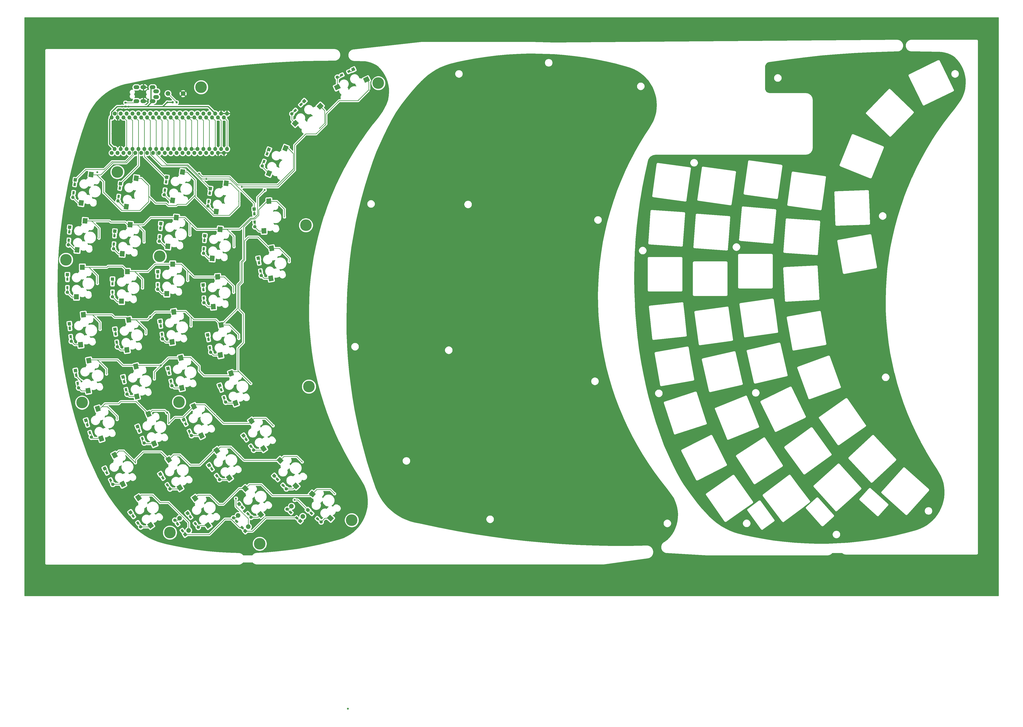
<source format=gbr>
G04 #@! TF.GenerationSoftware,KiCad,Pcbnew,(5.1.5)-3*
G04 #@! TF.CreationDate,2020-03-14T16:45:00+09:00*
G04 #@! TF.ProjectId,fan,66616e2e-6b69-4636-9164-5f7063625858,v1.0*
G04 #@! TF.SameCoordinates,Original*
G04 #@! TF.FileFunction,Copper,L1,Top*
G04 #@! TF.FilePolarity,Positive*
%FSLAX46Y46*%
G04 Gerber Fmt 4.6, Leading zero omitted, Abs format (unit mm)*
G04 Created by KiCad (PCBNEW (5.1.5)-3) date 2020-03-14 16:45:00*
%MOMM*%
%LPD*%
G04 APERTURE LIST*
%ADD10C,5.000000*%
%ADD11O,2.500000X1.700000*%
%ADD12C,0.100000*%
%ADD13C,1.397000*%
%ADD14C,0.400000*%
%ADD15R,1.397000X1.397000*%
%ADD16R,0.950000X1.300000*%
%ADD17R,2.000000X2.300000*%
%ADD18C,2.000000*%
%ADD19O,1.727200X1.727200*%
%ADD20C,1.727200*%
%ADD21C,0.800000*%
%ADD22C,0.250000*%
%ADD23C,0.500000*%
%ADD24C,0.254000*%
G04 APERTURE END LIST*
D10*
X50489000Y-77071000D03*
D11*
X67185000Y-44828000D03*
X58685000Y-46578000D03*
X67185000Y-42378000D03*
X65685000Y-40628000D03*
X61685000Y-40628000D03*
X67185000Y-42378000D03*
X65685000Y-46578000D03*
X65685000Y-40628000D03*
X58685000Y-40628000D03*
X58685000Y-46578000D03*
X58685000Y-40628000D03*
X67185000Y-44828000D03*
X61685000Y-46578000D03*
X61685000Y-40628000D03*
X65685000Y-46578000D03*
X61685000Y-46578000D03*
G04 #@! TA.AperFunction,ComponentPad*
D12*
G36*
X108606000Y-92356070D02*
G01*
X110002149Y-92307315D01*
X110050904Y-93703464D01*
X108654755Y-93752219D01*
X108606000Y-92356070D01*
G37*
G04 #@! TD.AperFunction*
D13*
X109594387Y-100645126D03*
G04 #@! TA.AperFunction,SMDPad,CuDef*
D12*
G36*
X108902078Y-94430501D02*
G01*
X109851499Y-94397347D01*
X109896868Y-95696555D01*
X108947447Y-95729709D01*
X108902078Y-94430501D01*
G37*
G04 #@! TD.AperFunction*
G04 #@! TA.AperFunction,SMDPad,CuDef*
G36*
X109025971Y-97978338D02*
G01*
X109975392Y-97945184D01*
X110020761Y-99244392D01*
X109071340Y-99277546D01*
X109025971Y-97978338D01*
G37*
G04 #@! TD.AperFunction*
G04 #@! TA.AperFunction,SMDPad,CuDef*
G36*
X114593687Y-88503256D02*
G01*
X116592468Y-88433457D01*
X116672737Y-90732056D01*
X114673956Y-90801855D01*
X114593687Y-88503256D01*
G37*
G04 #@! TD.AperFunction*
G04 #@! TA.AperFunction,SMDPad,CuDef*
G36*
X112498458Y-101284164D02*
G01*
X114497239Y-101214365D01*
X114577508Y-103512964D01*
X112578727Y-103582763D01*
X112498458Y-101284164D01*
G37*
G04 #@! TD.AperFunction*
D14*
X122331540Y-96387011D03*
G04 #@! TA.AperFunction,ComponentPad*
D12*
G36*
X152253605Y-31988005D02*
G01*
X152866010Y-33243620D01*
X151610395Y-33856025D01*
X150997990Y-32600410D01*
X152253605Y-31988005D01*
G37*
G04 #@! TD.AperFunction*
D13*
X145083189Y-36262403D03*
G04 #@! TA.AperFunction,SMDPad,CuDef*
D12*
G36*
X150478944Y-33102232D02*
G01*
X150895396Y-33956086D01*
X149726964Y-34525968D01*
X149310512Y-33672114D01*
X150478944Y-33102232D01*
G37*
G04 #@! TD.AperFunction*
G04 #@! TA.AperFunction,SMDPad,CuDef*
G36*
X147288225Y-34658449D02*
G01*
X147704677Y-35512303D01*
X146536245Y-36082185D01*
X146119793Y-35228331D01*
X147288225Y-34658449D01*
G37*
G04 #@! TD.AperFunction*
G04 #@! TA.AperFunction,SMDPad,CuDef*
G36*
X158208738Y-35890947D02*
G01*
X159085480Y-37688535D01*
X157018254Y-38696789D01*
X156141512Y-36899201D01*
X158208738Y-35890947D01*
G37*
G04 #@! TD.AperFunction*
G04 #@! TA.AperFunction,SMDPad,CuDef*
G36*
X145680591Y-39175324D02*
G01*
X146557333Y-40972912D01*
X144490107Y-41981166D01*
X143613365Y-40183578D01*
X145680591Y-39175324D01*
G37*
G04 #@! TD.AperFunction*
D14*
X154153837Y-46166440D03*
D15*
X28995937Y-121237352D03*
D13*
X28995937Y-128857352D03*
D16*
X28995937Y-123272352D03*
X28995937Y-126822352D03*
D17*
X35415937Y-118047352D03*
X32875937Y-130747352D03*
D14*
X41873937Y-125046352D03*
G04 #@! TA.AperFunction,ComponentPad*
D12*
G36*
X115259555Y-66462019D02*
G01*
X116554831Y-66985345D01*
X116031505Y-68280621D01*
X114736229Y-67757295D01*
X115259555Y-66462019D01*
G37*
G04 #@! TD.AperFunction*
D13*
X112791028Y-74436461D03*
G04 #@! TA.AperFunction,SMDPad,CuDef*
D12*
G36*
X114686288Y-68477531D02*
G01*
X115567113Y-68833408D01*
X115080124Y-70038747D01*
X114199299Y-69682870D01*
X114686288Y-68477531D01*
G37*
G04 #@! TD.AperFunction*
G04 #@! TA.AperFunction,SMDPad,CuDef*
G36*
X113356435Y-71769034D02*
G01*
X114237260Y-72124911D01*
X113750271Y-73330250D01*
X112869446Y-72974373D01*
X113356435Y-71769034D01*
G37*
G04 #@! TD.AperFunction*
G04 #@! TA.AperFunction,SMDPad,CuDef*
G36*
X122296660Y-65377710D02*
G01*
X124151027Y-66126923D01*
X123289432Y-68259446D01*
X121435065Y-67510233D01*
X122296660Y-65377710D01*
G37*
G04 #@! TD.AperFunction*
G04 #@! TA.AperFunction,SMDPad,CuDef*
G36*
X115184109Y-76201444D02*
G01*
X117038476Y-76950657D01*
X116176881Y-79083180D01*
X114322514Y-78333967D01*
X115184109Y-76201444D01*
G37*
G04 #@! TD.AperFunction*
D14*
X126158928Y-75727147D03*
D15*
X67847930Y-119902349D03*
D13*
X67847930Y-127522349D03*
D16*
X67847930Y-121937349D03*
X67847930Y-125487349D03*
D17*
X74267930Y-116712349D03*
X71727930Y-129412349D03*
D14*
X80725930Y-123711349D03*
D15*
X48395935Y-123137351D03*
D13*
X48395935Y-130757351D03*
D16*
X48395935Y-125172351D03*
X48395935Y-128722351D03*
D17*
X54815935Y-119947351D03*
X52275935Y-132647351D03*
D14*
X61273935Y-126946351D03*
G04 #@! TA.AperFunction,ComponentPad*
D12*
G36*
X68527280Y-98510728D02*
G01*
X69918964Y-98632484D01*
X69797208Y-100024168D01*
X68405524Y-99902412D01*
X68527280Y-98510728D01*
G37*
G04 #@! TD.AperFunction*
D13*
X68498117Y-106858451D03*
G04 #@! TA.AperFunction,SMDPad,CuDef*
D12*
G36*
X68568341Y-100605778D02*
G01*
X69514726Y-100688576D01*
X69401423Y-101983630D01*
X68455038Y-101900832D01*
X68568341Y-100605778D01*
G37*
G04 #@! TD.AperFunction*
G04 #@! TA.AperFunction,SMDPad,CuDef*
G36*
X68258938Y-104142269D02*
G01*
X69205323Y-104225067D01*
X69092020Y-105520121D01*
X68145635Y-105437323D01*
X68258938Y-104142269D01*
G37*
G04 #@! TD.AperFunction*
G04 #@! TA.AperFunction,SMDPad,CuDef*
G36*
X74939875Y-95416346D02*
G01*
X76932265Y-95590658D01*
X76731807Y-97881906D01*
X74739417Y-97707594D01*
X74939875Y-95416346D01*
G37*
G04 #@! TD.AperFunction*
G04 #@! TA.AperFunction,SMDPad,CuDef*
G36*
X71302662Y-107846643D02*
G01*
X73295052Y-108020955D01*
X73094594Y-110312203D01*
X71102204Y-110137891D01*
X71302662Y-107846643D01*
G37*
G04 #@! TD.AperFunction*
D14*
X81659263Y-104184345D03*
G04 #@! TA.AperFunction,ComponentPad*
D12*
G36*
X131438555Y-222552194D02*
G01*
X132373330Y-221514021D01*
X133411503Y-222448796D01*
X132476728Y-223486969D01*
X131438555Y-222552194D01*
G37*
G04 #@! TD.AperFunction*
D13*
X138087792Y-227599270D03*
G04 #@! TA.AperFunction,SMDPad,CuDef*
D12*
G36*
X133136447Y-223780235D02*
G01*
X133772121Y-223074247D01*
X134738209Y-223944117D01*
X134102535Y-224650105D01*
X133136447Y-223780235D01*
G37*
G04 #@! TD.AperFunction*
G04 #@! TA.AperFunction,SMDPad,CuDef*
G36*
X135774612Y-226155648D02*
G01*
X136410286Y-225449660D01*
X137376374Y-226319530D01*
X136740700Y-227025518D01*
X135774612Y-226155648D01*
G37*
G04 #@! TD.AperFunction*
G04 #@! TA.AperFunction,SMDPad,CuDef*
G36*
X132826468Y-215568623D02*
G01*
X134164729Y-214082333D01*
X135873962Y-215621333D01*
X134535701Y-217107623D01*
X132826468Y-215568623D01*
G37*
G04 #@! TD.AperFunction*
G04 #@! TA.AperFunction,SMDPad,CuDef*
G36*
X140564816Y-225954170D02*
G01*
X141903077Y-224467880D01*
X143612310Y-226006880D01*
X142274049Y-227493170D01*
X140564816Y-225954170D01*
G37*
G04 #@! TD.AperFunction*
D14*
X143872731Y-215478994D03*
G04 #@! TA.AperFunction,ComponentPad*
D12*
G36*
X130823287Y-45585061D02*
G01*
X131828205Y-46555499D01*
X130857767Y-47560417D01*
X129852849Y-46589979D01*
X130823287Y-45585061D01*
G37*
G04 #@! TD.AperFunction*
D13*
X125547230Y-52054108D03*
G04 #@! TA.AperFunction,SMDPad,CuDef*
D12*
G36*
X129536739Y-47239062D02*
G01*
X130220111Y-47898988D01*
X129317055Y-48834130D01*
X128633683Y-48174204D01*
X129536739Y-47239062D01*
G37*
G04 #@! TD.AperFunction*
G04 #@! TA.AperFunction,SMDPad,CuDef*
G36*
X127070702Y-49792718D02*
G01*
X127754074Y-50452644D01*
X126851018Y-51387786D01*
X126167646Y-50727860D01*
X127070702Y-49792718D01*
G37*
G04 #@! TD.AperFunction*
G04 #@! TA.AperFunction,SMDPad,CuDef*
G36*
X137754166Y-47215853D02*
G01*
X139192846Y-48605170D01*
X137595132Y-50259651D01*
X136156452Y-48870334D01*
X137754166Y-47215853D01*
G37*
G04 #@! TD.AperFunction*
G04 #@! TA.AperFunction,SMDPad,CuDef*
G36*
X127104882Y-54587036D02*
G01*
X128543562Y-55976353D01*
X126945848Y-57630834D01*
X125507168Y-56241517D01*
X127104882Y-54587036D01*
G37*
G04 #@! TD.AperFunction*
D14*
X137458231Y-58258515D03*
G04 #@! TA.AperFunction,ComponentPad*
D12*
G36*
X29335556Y-100073301D02*
G01*
X30729153Y-100170750D01*
X30631704Y-101564347D01*
X29238107Y-101466898D01*
X29335556Y-100073301D01*
G37*
G04 #@! TD.AperFunction*
D13*
X29452085Y-108420262D03*
G04 #@! TA.AperFunction,SMDPad,CuDef*
D12*
G36*
X29413174Y-102167316D02*
G01*
X30360860Y-102233585D01*
X30270176Y-103530418D01*
X29322490Y-103464149D01*
X29413174Y-102167316D01*
G37*
G04 #@! TD.AperFunction*
G04 #@! TA.AperFunction,SMDPad,CuDef*
G36*
X29165539Y-105708668D02*
G01*
X30113225Y-105774937D01*
X30022541Y-107071770D01*
X29074855Y-107005501D01*
X29165539Y-105708668D01*
G37*
G04 #@! TD.AperFunction*
G04 #@! TA.AperFunction,SMDPad,CuDef*
G36*
X35693170Y-96867476D02*
G01*
X37688298Y-97006989D01*
X37527858Y-99301386D01*
X35532730Y-99161873D01*
X35693170Y-96867476D01*
G37*
G04 #@! TD.AperFunction*
G04 #@! TA.AperFunction,SMDPad,CuDef*
G36*
X32273450Y-109359358D02*
G01*
X34268578Y-109498871D01*
X34108138Y-111793268D01*
X32113010Y-111653755D01*
X32273450Y-109359358D01*
G37*
G04 #@! TD.AperFunction*
D14*
X42564557Y-105516869D03*
G04 #@! TA.AperFunction,ComponentPad*
D12*
G36*
X71119282Y-78532957D02*
G01*
X72502687Y-78727382D01*
X72308262Y-80110787D01*
X70924857Y-79916362D01*
X71119282Y-78532957D01*
G37*
G04 #@! TD.AperFunction*
D13*
X70653273Y-86867714D03*
G04 #@! TA.AperFunction,SMDPad,CuDef*
D12*
G36*
X71050640Y-80627286D02*
G01*
X71991395Y-80759500D01*
X71810470Y-82046848D01*
X70869715Y-81914634D01*
X71050640Y-80627286D01*
G37*
G04 #@! TD.AperFunction*
G04 #@! TA.AperFunction,SMDPad,CuDef*
G36*
X70556575Y-84142738D02*
G01*
X71497330Y-84274952D01*
X71316405Y-85562300D01*
X70375650Y-85430086D01*
X70556575Y-84142738D01*
G37*
G04 #@! TD.AperFunction*
G04 #@! TA.AperFunction,SMDPad,CuDef*
G36*
X77685036Y-75778427D02*
G01*
X79665572Y-76056773D01*
X79345474Y-78334389D01*
X77364938Y-78056043D01*
X77685036Y-75778427D01*
G37*
G04 #@! TD.AperFunction*
G04 #@! TA.AperFunction,SMDPad,CuDef*
G36*
X73402257Y-88001332D02*
G01*
X75382793Y-88279678D01*
X75062695Y-90557294D01*
X73082159Y-90278948D01*
X73402257Y-88001332D01*
G37*
G04 #@! TD.AperFunction*
D14*
X83936334Y-84886074D03*
G04 #@! TA.AperFunction,ComponentPad*
D12*
G36*
X89900285Y-83372957D02*
G01*
X91283690Y-83567382D01*
X91089265Y-84950787D01*
X89705860Y-84756362D01*
X89900285Y-83372957D01*
G37*
G04 #@! TD.AperFunction*
D13*
X89434276Y-91707714D03*
G04 #@! TA.AperFunction,SMDPad,CuDef*
D12*
G36*
X89831643Y-85467286D02*
G01*
X90772398Y-85599500D01*
X90591473Y-86886848D01*
X89650718Y-86754634D01*
X89831643Y-85467286D01*
G37*
G04 #@! TD.AperFunction*
G04 #@! TA.AperFunction,SMDPad,CuDef*
G36*
X89337578Y-88982738D02*
G01*
X90278333Y-89114952D01*
X90097408Y-90402300D01*
X89156653Y-90270086D01*
X89337578Y-88982738D01*
G37*
G04 #@! TD.AperFunction*
G04 #@! TA.AperFunction,SMDPad,CuDef*
G36*
X96466039Y-80618427D02*
G01*
X98446575Y-80896773D01*
X98126477Y-83174389D01*
X96145941Y-82896043D01*
X96466039Y-80618427D01*
G37*
G04 #@! TD.AperFunction*
G04 #@! TA.AperFunction,SMDPad,CuDef*
G36*
X92183260Y-92841332D02*
G01*
X94163796Y-93119678D01*
X93843698Y-95397294D01*
X91863162Y-95118948D01*
X92183260Y-92841332D01*
G37*
G04 #@! TD.AperFunction*
D14*
X102717337Y-89726074D03*
G04 #@! TA.AperFunction,ComponentPad*
D12*
G36*
X51219281Y-81232958D02*
G01*
X52602686Y-81427383D01*
X52408261Y-82810788D01*
X51024856Y-82616363D01*
X51219281Y-81232958D01*
G37*
G04 #@! TD.AperFunction*
D13*
X50753272Y-89567715D03*
G04 #@! TA.AperFunction,SMDPad,CuDef*
D12*
G36*
X51150639Y-83327287D02*
G01*
X52091394Y-83459501D01*
X51910469Y-84746849D01*
X50969714Y-84614635D01*
X51150639Y-83327287D01*
G37*
G04 #@! TD.AperFunction*
G04 #@! TA.AperFunction,SMDPad,CuDef*
G36*
X50656574Y-86842739D02*
G01*
X51597329Y-86974953D01*
X51416404Y-88262301D01*
X50475649Y-88130087D01*
X50656574Y-86842739D01*
G37*
G04 #@! TD.AperFunction*
G04 #@! TA.AperFunction,SMDPad,CuDef*
G36*
X57785035Y-78478428D02*
G01*
X59765571Y-78756774D01*
X59445473Y-81034390D01*
X57464937Y-80756044D01*
X57785035Y-78478428D01*
G37*
G04 #@! TD.AperFunction*
G04 #@! TA.AperFunction,SMDPad,CuDef*
G36*
X53502256Y-90701333D02*
G01*
X55482792Y-90979679D01*
X55162694Y-93257295D01*
X53182158Y-92978949D01*
X53502256Y-90701333D01*
G37*
G04 #@! TD.AperFunction*
D14*
X64036333Y-87586075D03*
G04 #@! TA.AperFunction,ComponentPad*
D12*
G36*
X36078911Y-183456515D02*
G01*
X37407537Y-183024819D01*
X37839233Y-184353445D01*
X36510607Y-184785141D01*
X36078911Y-183456515D01*
G37*
G04 #@! TD.AperFunction*
D13*
X39313781Y-191152030D03*
G04 #@! TA.AperFunction,SMDPad,CuDef*
D12*
G36*
X36935308Y-185368976D02*
G01*
X37838812Y-185075410D01*
X38240534Y-186311784D01*
X37337030Y-186605350D01*
X36935308Y-185368976D01*
G37*
G04 #@! TD.AperFunction*
G04 #@! TA.AperFunction,SMDPad,CuDef*
G36*
X38032319Y-188745226D02*
G01*
X38935823Y-188451660D01*
X39337545Y-189688034D01*
X38434041Y-189981600D01*
X38032319Y-188745226D01*
G37*
G04 #@! TD.AperFunction*
G04 #@! TA.AperFunction,SMDPad,CuDef*
G36*
X40772664Y-178102522D02*
G01*
X42674777Y-177484488D01*
X43385516Y-179671918D01*
X41483403Y-180289952D01*
X40772664Y-178102522D01*
G37*
G04 #@! TD.AperFunction*
G04 #@! TA.AperFunction,SMDPad,CuDef*
G36*
X42281497Y-190965843D02*
G01*
X44183610Y-190347809D01*
X44894349Y-192535239D01*
X42992236Y-193153273D01*
X42281497Y-190965843D01*
G37*
G04 #@! TD.AperFunction*
D14*
X50383823Y-183548033D03*
G04 #@! TA.AperFunction,ComponentPad*
D12*
G36*
X116964809Y-207762468D02*
G01*
X117986510Y-206809717D01*
X118939261Y-207831418D01*
X117917560Y-208784169D01*
X116964809Y-207762468D01*
G37*
G04 #@! TD.AperFunction*
D13*
X123148862Y-213369858D03*
G04 #@! TA.AperFunction,SMDPad,CuDef*
D12*
G36*
X118549210Y-209133816D02*
G01*
X119243996Y-208485918D01*
X120130594Y-209436678D01*
X119435808Y-210084576D01*
X118549210Y-209133816D01*
G37*
G04 #@! TD.AperFunction*
G04 #@! TA.AperFunction,SMDPad,CuDef*
G36*
X120970304Y-211730122D02*
G01*
X121665090Y-211082224D01*
X122551688Y-212032984D01*
X121856902Y-212680882D01*
X120970304Y-211730122D01*
G37*
G04 #@! TD.AperFunction*
G04 #@! TA.AperFunction,SMDPad,CuDef*
G36*
X118956099Y-200926437D02*
G01*
X120418807Y-199562440D01*
X121987403Y-201244553D01*
X120524695Y-202608550D01*
X118956099Y-200926437D01*
G37*
G04 #@! TD.AperFunction*
G04 #@! TA.AperFunction,SMDPad,CuDef*
G36*
X125759840Y-211946905D02*
G01*
X127222548Y-210582908D01*
X128791144Y-212265021D01*
X127328436Y-213629018D01*
X125759840Y-211946905D01*
G37*
G04 #@! TD.AperFunction*
D14*
X129968140Y-201799894D03*
G04 #@! TA.AperFunction,ComponentPad*
D12*
G36*
X103753418Y-190323036D02*
G01*
X104897774Y-189521750D01*
X105699060Y-190666106D01*
X104554704Y-191467392D01*
X103753418Y-190323036D01*
G37*
G04 #@! TD.AperFunction*
D13*
X109096892Y-196736509D03*
G04 #@! TA.AperFunction,SMDPad,CuDef*
D12*
G36*
X105131545Y-191901545D02*
G01*
X105909740Y-191356647D01*
X106655389Y-192421545D01*
X105877194Y-192966443D01*
X105131545Y-191901545D01*
G37*
G04 #@! TD.AperFunction*
G04 #@! TA.AperFunction,SMDPad,CuDef*
G36*
X107167742Y-194809535D02*
G01*
X107945937Y-194264637D01*
X108691586Y-195329535D01*
X107913391Y-195874433D01*
X107167742Y-194809535D01*
G37*
G04 #@! TD.AperFunction*
G04 #@! TA.AperFunction,SMDPad,CuDef*
G36*
X106676722Y-183830667D02*
G01*
X108315026Y-182683514D01*
X109634252Y-184567563D01*
X107995948Y-185714716D01*
X106676722Y-183830667D01*
G37*
G04 #@! TD.AperFunction*
G04 #@! TA.AperFunction,SMDPad,CuDef*
G36*
X111880496Y-195690782D02*
G01*
X113518800Y-194543629D01*
X114838026Y-196427678D01*
X113199722Y-197574831D01*
X111880496Y-195690782D01*
G37*
G04 #@! TD.AperFunction*
D14*
X117460032Y-186228203D03*
G04 #@! TA.AperFunction,ComponentPad*
D12*
G36*
X68075361Y-140729498D02*
G01*
X69458766Y-140535073D01*
X69653191Y-141918478D01*
X68269786Y-142112903D01*
X68075361Y-140729498D01*
G37*
G04 #@! TD.AperFunction*
D13*
X69924775Y-148869830D03*
G04 #@! TA.AperFunction,SMDPad,CuDef*
D12*
G36*
X68586653Y-142761616D02*
G01*
X69527408Y-142629402D01*
X69708333Y-143916750D01*
X68767578Y-144048964D01*
X68586653Y-142761616D01*
G37*
G04 #@! TD.AperFunction*
G04 #@! TA.AperFunction,SMDPad,CuDef*
G36*
X69080718Y-146277068D02*
G01*
X70021473Y-146144854D01*
X70202398Y-147432202D01*
X69261643Y-147564416D01*
X69080718Y-146277068D01*
G37*
G04 #@! TD.AperFunction*
G04 #@! TA.AperFunction,SMDPad,CuDef*
G36*
X73627518Y-136271906D02*
G01*
X75608054Y-135993560D01*
X75928152Y-138271176D01*
X73947616Y-138549522D01*
X73627518Y-136271906D01*
G37*
G04 #@! TD.AperFunction*
G04 #@! TA.AperFunction,SMDPad,CuDef*
G36*
X72879735Y-149201810D02*
G01*
X74860271Y-148923464D01*
X75180369Y-151201080D01*
X73199833Y-151479426D01*
X72879735Y-149201810D01*
G37*
G04 #@! TD.AperFunction*
D14*
X82147058Y-143303647D03*
G04 #@! TA.AperFunction,ComponentPad*
D12*
G36*
X78077588Y-183310681D02*
G01*
X79333203Y-182698276D01*
X79945608Y-183953891D01*
X78689993Y-184566296D01*
X78077588Y-183310681D01*
G37*
G04 #@! TD.AperFunction*
D13*
X82351986Y-190481097D03*
G04 #@! TA.AperFunction,SMDPad,CuDef*
D12*
G36*
X79191815Y-185085342D02*
G01*
X80045669Y-184668890D01*
X80615551Y-185837322D01*
X79761697Y-186253774D01*
X79191815Y-185085342D01*
G37*
G04 #@! TD.AperFunction*
G04 #@! TA.AperFunction,SMDPad,CuDef*
G36*
X80748032Y-188276061D02*
G01*
X81601886Y-187859609D01*
X82171768Y-189028041D01*
X81317914Y-189444493D01*
X80748032Y-188276061D01*
G37*
G04 #@! TD.AperFunction*
G04 #@! TA.AperFunction,SMDPad,CuDef*
G36*
X81980530Y-177355548D02*
G01*
X83778118Y-176478806D01*
X84786372Y-178546032D01*
X82988784Y-179422774D01*
X81980530Y-177355548D01*
G37*
G04 #@! TD.AperFunction*
G04 #@! TA.AperFunction,SMDPad,CuDef*
G36*
X85264907Y-189883695D02*
G01*
X87062495Y-189006953D01*
X88070749Y-191074179D01*
X86273161Y-191950921D01*
X85264907Y-189883695D01*
G37*
G04 #@! TD.AperFunction*
D14*
X92256023Y-181410449D03*
G04 #@! TA.AperFunction,ComponentPad*
D12*
G36*
X44107695Y-204333275D02*
G01*
X45352431Y-203699051D01*
X45986655Y-204943787D01*
X44741919Y-205578011D01*
X44107695Y-204333275D01*
G37*
G04 #@! TD.AperFunction*
D13*
X48506583Y-211428000D03*
G04 #@! TA.AperFunction,SMDPad,CuDef*
D12*
G36*
X45252724Y-206088220D02*
G01*
X46099180Y-205656929D01*
X46689368Y-206815238D01*
X45842912Y-207246529D01*
X45252724Y-206088220D01*
G37*
G04 #@! TD.AperFunction*
G04 #@! TA.AperFunction,SMDPad,CuDef*
G36*
X46864390Y-209251293D02*
G01*
X47710846Y-208820002D01*
X48301034Y-209978311D01*
X47454578Y-210409602D01*
X46864390Y-209251293D01*
G37*
G04 #@! TD.AperFunction*
G04 #@! TA.AperFunction,SMDPad,CuDef*
G36*
X47906112Y-198310934D02*
G01*
X49688125Y-197402953D01*
X50732304Y-199452268D01*
X48950291Y-200360249D01*
X47906112Y-198310934D01*
G37*
G04 #@! TD.AperFunction*
G04 #@! TA.AperFunction,SMDPad,CuDef*
G36*
X51408634Y-210779853D02*
G01*
X53190647Y-209871872D01*
X54234826Y-211921187D01*
X52452813Y-212829168D01*
X51408634Y-210779853D01*
G37*
G04 #@! TD.AperFunction*
D14*
X58250807Y-202185885D03*
G04 #@! TA.AperFunction,ComponentPad*
D12*
G36*
X71430818Y-161052092D02*
G01*
X72792013Y-160737835D01*
X73106270Y-162099030D01*
X71745075Y-162413287D01*
X71430818Y-161052092D01*
G37*
G04 #@! TD.AperFunction*
D13*
X73982671Y-169000260D03*
G04 #@! TA.AperFunction,SMDPad,CuDef*
D12*
G36*
X72117275Y-163031915D02*
G01*
X73042927Y-162818212D01*
X73335363Y-164084893D01*
X72409711Y-164298596D01*
X72117275Y-163031915D01*
G37*
G04 #@! TD.AperFunction*
G04 #@! TA.AperFunction,SMDPad,CuDef*
G36*
X72915852Y-166490928D02*
G01*
X73841504Y-166277225D01*
X74133940Y-167543906D01*
X73208288Y-167757609D01*
X72915852Y-166490928D01*
G37*
G04 #@! TD.AperFunction*
G04 #@! TA.AperFunction,SMDPad,CuDef*
G36*
X76573342Y-156127559D02*
G01*
X78522082Y-155677657D01*
X79039470Y-157918709D01*
X77090730Y-158368611D01*
X76573342Y-156127559D01*
G37*
G04 #@! TD.AperFunction*
G04 #@! TA.AperFunction,SMDPad,CuDef*
G36*
X76955320Y-169073435D02*
G01*
X78904060Y-168623533D01*
X79421448Y-170864585D01*
X77472708Y-171314487D01*
X76955320Y-169073435D01*
G37*
G04 #@! TD.AperFunction*
D14*
X85673320Y-162390016D03*
G04 #@! TA.AperFunction,ComponentPad*
D12*
G36*
X67987582Y-206795386D02*
G01*
X69159205Y-206034525D01*
X69920066Y-207206148D01*
X68748443Y-207967009D01*
X67987582Y-206795386D01*
G37*
G04 #@! TD.AperFunction*
D13*
X73103974Y-213391437D03*
G04 #@! TA.AperFunction,SMDPad,CuDef*
D12*
G36*
X69309781Y-208421030D02*
G01*
X70106518Y-207903623D01*
X70814549Y-208993894D01*
X70017812Y-209511301D01*
X69309781Y-208421030D01*
G37*
G04 #@! TD.AperFunction*
G04 #@! TA.AperFunction,SMDPad,CuDef*
G36*
X71243249Y-211398311D02*
G01*
X72039986Y-210880904D01*
X72748017Y-211971175D01*
X71951280Y-212488582D01*
X71243249Y-211398311D01*
G37*
G04 #@! TD.AperFunction*
G04 #@! TA.AperFunction,SMDPad,CuDef*
G36*
X71135686Y-200408994D02*
G01*
X72813027Y-199319716D01*
X74065696Y-201248658D01*
X72388355Y-202337936D01*
X71135686Y-200408994D01*
G37*
G04 #@! TD.AperFunction*
G04 #@! TA.AperFunction,SMDPad,CuDef*
G36*
X75922378Y-212443493D02*
G01*
X77599719Y-211354215D01*
X78852388Y-213283157D01*
X77175047Y-214372435D01*
X75922378Y-212443493D01*
G37*
G04 #@! TD.AperFunction*
D14*
X81828754Y-203181402D03*
G04 #@! TA.AperFunction,ComponentPad*
D12*
G36*
X101888769Y-219873445D02*
G01*
X102926942Y-218938670D01*
X103861717Y-219976843D01*
X102823544Y-220911618D01*
X101888769Y-219873445D01*
G37*
G04 #@! TD.AperFunction*
D13*
X107974018Y-225587907D03*
G04 #@! TA.AperFunction,SMDPad,CuDef*
D12*
G36*
X103448995Y-221272236D02*
G01*
X104154983Y-220636562D01*
X105024853Y-221602650D01*
X104318865Y-222238324D01*
X103448995Y-221272236D01*
G37*
G04 #@! TD.AperFunction*
G04 #@! TA.AperFunction,SMDPad,CuDef*
G36*
X105824408Y-223910401D02*
G01*
X106530396Y-223274727D01*
X107400266Y-224240815D01*
X106694278Y-224876489D01*
X105824408Y-223910401D01*
G37*
G04 #@! TD.AperFunction*
G04 #@! TA.AperFunction,SMDPad,CuDef*
G36*
X103999061Y-213073207D02*
G01*
X105485351Y-211734946D01*
X107024351Y-213444179D01*
X105538061Y-214782440D01*
X103999061Y-213073207D01*
G37*
G04 #@! TD.AperFunction*
G04 #@! TA.AperFunction,SMDPad,CuDef*
G36*
X110609432Y-224210738D02*
G01*
X112095722Y-222872477D01*
X113634722Y-224581710D01*
X112148432Y-225919971D01*
X110609432Y-224210738D01*
G37*
G04 #@! TD.AperFunction*
D14*
X114994181Y-214138718D03*
G04 #@! TA.AperFunction,ComponentPad*
D12*
G36*
X48664357Y-144132498D02*
G01*
X50047762Y-143938073D01*
X50242187Y-145321478D01*
X48858782Y-145515903D01*
X48664357Y-144132498D01*
G37*
G04 #@! TD.AperFunction*
D13*
X50513771Y-152272830D03*
G04 #@! TA.AperFunction,SMDPad,CuDef*
D12*
G36*
X49175649Y-146164616D02*
G01*
X50116404Y-146032402D01*
X50297329Y-147319750D01*
X49356574Y-147451964D01*
X49175649Y-146164616D01*
G37*
G04 #@! TD.AperFunction*
G04 #@! TA.AperFunction,SMDPad,CuDef*
G36*
X49669714Y-149680068D02*
G01*
X50610469Y-149547854D01*
X50791394Y-150835202D01*
X49850639Y-150967416D01*
X49669714Y-149680068D01*
G37*
G04 #@! TD.AperFunction*
G04 #@! TA.AperFunction,SMDPad,CuDef*
G36*
X54216514Y-139674906D02*
G01*
X56197050Y-139396560D01*
X56517148Y-141674176D01*
X54536612Y-141952522D01*
X54216514Y-139674906D01*
G37*
G04 #@! TD.AperFunction*
G04 #@! TA.AperFunction,SMDPad,CuDef*
G36*
X53468731Y-152604810D02*
G01*
X55449267Y-152326464D01*
X55769365Y-154604080D01*
X53788829Y-154882426D01*
X53468731Y-152604810D01*
G37*
G04 #@! TD.AperFunction*
D14*
X62736054Y-146706647D03*
G04 #@! TA.AperFunction,ComponentPad*
D12*
G36*
X58245730Y-186191267D02*
G01*
X59541006Y-185667941D01*
X60064332Y-186963217D01*
X58769056Y-187486543D01*
X58245730Y-186191267D01*
G37*
G04 #@! TD.AperFunction*
D13*
X62009533Y-193642383D03*
G04 #@! TA.AperFunction,SMDPad,CuDef*
D12*
G36*
X59233449Y-188039330D02*
G01*
X60114274Y-187683453D01*
X60601263Y-188888792D01*
X59720438Y-189244669D01*
X59233449Y-188039330D01*
G37*
G04 #@! TD.AperFunction*
G04 #@! TA.AperFunction,SMDPad,CuDef*
G36*
X60563302Y-191330833D02*
G01*
X61444127Y-190974956D01*
X61931116Y-192180295D01*
X61050291Y-192536172D01*
X60563302Y-191330833D01*
G37*
G04 #@! TD.AperFunction*
G04 #@! TA.AperFunction,SMDPad,CuDef*
G36*
X62554576Y-180522896D02*
G01*
X64408943Y-179773683D01*
X65270538Y-181906206D01*
X63416171Y-182655419D01*
X62554576Y-180522896D01*
G37*
G04 #@! TD.AperFunction*
G04 #@! TA.AperFunction,SMDPad,CuDef*
G36*
X64957032Y-193249632D02*
G01*
X66811399Y-192500419D01*
X67672994Y-194632942D01*
X65818627Y-195382155D01*
X64957032Y-193249632D01*
G37*
G04 #@! TD.AperFunction*
D14*
X72522181Y-185284701D03*
G04 #@! TA.AperFunction,ComponentPad*
D12*
G36*
X79702084Y-223710407D02*
G01*
X80817778Y-222869671D01*
X81658514Y-223985365D01*
X80542820Y-224826101D01*
X79702084Y-223710407D01*
G37*
G04 #@! TD.AperFunction*
D13*
X85266130Y-229933489D03*
G04 #@! TA.AperFunction,SMDPad,CuDef*
D12*
G36*
X81134461Y-225239858D02*
G01*
X81893165Y-224668134D01*
X82675525Y-225706360D01*
X81916821Y-226278084D01*
X81134461Y-225239858D01*
G37*
G04 #@! TD.AperFunction*
G04 #@! TA.AperFunction,SMDPad,CuDef*
G36*
X83270904Y-228075014D02*
G01*
X84029608Y-227503290D01*
X84811968Y-228541516D01*
X84053264Y-229113240D01*
X83270904Y-228075014D01*
G37*
G04 #@! TD.AperFunction*
G04 #@! TA.AperFunction,SMDPad,CuDef*
G36*
X82397026Y-217119970D02*
G01*
X83994297Y-215916340D01*
X85378472Y-217753202D01*
X83781201Y-218956832D01*
X82397026Y-217119970D01*
G37*
G04 #@! TD.AperFunction*
G04 #@! TA.AperFunction,SMDPad,CuDef*
G36*
X88011543Y-228791251D02*
G01*
X89608814Y-227587621D01*
X90992989Y-229424483D01*
X89395718Y-230628113D01*
X88011543Y-228791251D01*
G37*
G04 #@! TD.AperFunction*
D14*
X93257441Y-219139715D03*
G04 #@! TA.AperFunction,ComponentPad*
D12*
G36*
X93561422Y-168476445D02*
G01*
X94874172Y-167998643D01*
X95351974Y-169311393D01*
X94039224Y-169789195D01*
X93561422Y-168476445D01*
G37*
G04 #@! TD.AperFunction*
D13*
X97062891Y-176054377D03*
G04 #@! TA.AperFunction,SMDPad,CuDef*
D12*
G36*
X94484042Y-170357853D02*
G01*
X95376750Y-170032934D01*
X95821376Y-171254535D01*
X94928668Y-171579454D01*
X94484042Y-170357853D01*
G37*
G04 #@! TD.AperFunction*
G04 #@! TA.AperFunction,SMDPad,CuDef*
G36*
X95698213Y-173693762D02*
G01*
X96590921Y-173368843D01*
X97035547Y-174590444D01*
X96142839Y-174915363D01*
X95698213Y-173693762D01*
G37*
G04 #@! TD.AperFunction*
G04 #@! TA.AperFunction,SMDPad,CuDef*
G36*
X98065464Y-162961905D02*
G01*
X99944849Y-162277864D01*
X100731496Y-164439157D01*
X98852111Y-165123198D01*
X98065464Y-162961905D01*
G37*
G04 #@! TD.AperFunction*
G04 #@! TA.AperFunction,SMDPad,CuDef*
G36*
X100022301Y-175764732D02*
G01*
X101901686Y-175080691D01*
X102688333Y-177241984D01*
X100808948Y-177926025D01*
X100022301Y-175764732D01*
G37*
G04 #@! TD.AperFunction*
D14*
X107860814Y-168068673D03*
G04 #@! TA.AperFunction,ComponentPad*
D12*
G36*
X31661886Y-161891473D02*
G01*
X33037662Y-161648887D01*
X33280248Y-163024663D01*
X31904472Y-163267249D01*
X31661886Y-161891473D01*
G37*
G04 #@! TD.AperFunction*
D13*
X33794266Y-169962303D03*
G04 #@! TA.AperFunction,SMDPad,CuDef*
D12*
G36*
X32243786Y-163904510D02*
G01*
X33179353Y-163739544D01*
X33405096Y-165019794D01*
X32469529Y-165184760D01*
X32243786Y-163904510D01*
G37*
G04 #@! TD.AperFunction*
G04 #@! TA.AperFunction,SMDPad,CuDef*
G36*
X32860237Y-167400577D02*
G01*
X33795804Y-167235611D01*
X34021547Y-168515861D01*
X33085980Y-168680827D01*
X32860237Y-167400577D01*
G37*
G04 #@! TD.AperFunction*
G04 #@! TA.AperFunction,SMDPad,CuDef*
G36*
X37055092Y-157242829D02*
G01*
X39024707Y-156895533D01*
X39424098Y-159160591D01*
X37454483Y-159507887D01*
X37055092Y-157242829D01*
G37*
G04 #@! TD.AperFunction*
G04 #@! TA.AperFunction,SMDPad,CuDef*
G36*
X36759012Y-170190954D02*
G01*
X38728627Y-169843658D01*
X39128018Y-172108716D01*
X37158403Y-172456012D01*
X36759012Y-170190954D01*
G37*
G04 #@! TD.AperFunction*
D14*
X45814847Y-163972960D03*
G04 #@! TA.AperFunction,ComponentPad*
D12*
G36*
X55165421Y-223317035D02*
G01*
X56309777Y-222515749D01*
X57111063Y-223660105D01*
X55966707Y-224461391D01*
X55165421Y-223317035D01*
G37*
G04 #@! TD.AperFunction*
D13*
X60508895Y-229730508D03*
G04 #@! TA.AperFunction,SMDPad,CuDef*
D12*
G36*
X56543548Y-224895544D02*
G01*
X57321743Y-224350646D01*
X58067392Y-225415544D01*
X57289197Y-225960442D01*
X56543548Y-224895544D01*
G37*
G04 #@! TD.AperFunction*
G04 #@! TA.AperFunction,SMDPad,CuDef*
G36*
X58579745Y-227803534D02*
G01*
X59357940Y-227258636D01*
X60103589Y-228323534D01*
X59325394Y-228868432D01*
X58579745Y-227803534D01*
G37*
G04 #@! TD.AperFunction*
G04 #@! TA.AperFunction,SMDPad,CuDef*
G36*
X58088725Y-216824666D02*
G01*
X59727029Y-215677513D01*
X61046255Y-217561562D01*
X59407951Y-218708715D01*
X58088725Y-216824666D01*
G37*
G04 #@! TD.AperFunction*
G04 #@! TA.AperFunction,SMDPad,CuDef*
G36*
X63292499Y-228684781D02*
G01*
X64930803Y-227537628D01*
X66250029Y-229421677D01*
X64611725Y-230568830D01*
X63292499Y-228684781D01*
G37*
G04 #@! TD.AperFunction*
D14*
X68872035Y-219222202D03*
G04 #@! TA.AperFunction,ComponentPad*
D12*
G36*
X52131814Y-164736093D02*
G01*
X53493009Y-164421836D01*
X53807266Y-165783031D01*
X52446071Y-166097288D01*
X52131814Y-164736093D01*
G37*
G04 #@! TD.AperFunction*
D13*
X54683667Y-172684261D03*
G04 #@! TA.AperFunction,SMDPad,CuDef*
D12*
G36*
X52818271Y-166715916D02*
G01*
X53743923Y-166502213D01*
X54036359Y-167768894D01*
X53110707Y-167982597D01*
X52818271Y-166715916D01*
G37*
G04 #@! TD.AperFunction*
G04 #@! TA.AperFunction,SMDPad,CuDef*
G36*
X53616848Y-170174929D02*
G01*
X54542500Y-169961226D01*
X54834936Y-171227907D01*
X53909284Y-171441610D01*
X53616848Y-170174929D01*
G37*
G04 #@! TD.AperFunction*
G04 #@! TA.AperFunction,SMDPad,CuDef*
G36*
X57274338Y-159811560D02*
G01*
X59223078Y-159361658D01*
X59740466Y-161602710D01*
X57791726Y-162052612D01*
X57274338Y-159811560D01*
G37*
G04 #@! TD.AperFunction*
G04 #@! TA.AperFunction,SMDPad,CuDef*
G36*
X57656316Y-172757436D02*
G01*
X59605056Y-172307534D01*
X60122444Y-174548586D01*
X58173704Y-174998488D01*
X57656316Y-172757436D01*
G37*
G04 #@! TD.AperFunction*
D14*
X66374316Y-166074017D03*
G04 #@! TA.AperFunction,ComponentPad*
D12*
G36*
X29079300Y-141708321D02*
G01*
X30468647Y-141562294D01*
X30614674Y-142951641D01*
X29225327Y-143097668D01*
X29079300Y-141708321D01*
G37*
G04 #@! TD.AperFunction*
D13*
X30643494Y-149908238D03*
G04 #@! TA.AperFunction,SMDPad,CuDef*
D12*
G36*
X29519362Y-143757045D02*
G01*
X30464157Y-143657743D01*
X30600044Y-144950621D01*
X29655249Y-145049923D01*
X29519362Y-143757045D01*
G37*
G04 #@! TD.AperFunction*
G04 #@! TA.AperFunction,SMDPad,CuDef*
G36*
X29890438Y-147287598D02*
G01*
X30835233Y-147188296D01*
X30971120Y-148481174D01*
X30026325Y-148580476D01*
X29890438Y-147287598D01*
G37*
G04 #@! TD.AperFunction*
G04 #@! TA.AperFunction,SMDPad,CuDef*
G36*
X34783642Y-137447211D02*
G01*
X36772686Y-137238154D01*
X37013102Y-139525555D01*
X35024058Y-139734612D01*
X34783642Y-137447211D01*
G37*
G04 #@! TD.AperFunction*
G04 #@! TA.AperFunction,SMDPad,CuDef*
G36*
X33585068Y-150343142D02*
G01*
X35574112Y-150134085D01*
X35814528Y-152421486D01*
X33825484Y-152630543D01*
X33585068Y-150343142D01*
G37*
G04 #@! TD.AperFunction*
D14*
X43052589Y-144771997D03*
G04 #@! TA.AperFunction,ComponentPad*
D12*
G36*
X88522887Y-146558473D02*
G01*
X89898663Y-146315887D01*
X90141249Y-147691663D01*
X88765473Y-147934249D01*
X88522887Y-146558473D01*
G37*
G04 #@! TD.AperFunction*
D13*
X90655267Y-154629303D03*
G04 #@! TA.AperFunction,SMDPad,CuDef*
D12*
G36*
X89104787Y-148571510D02*
G01*
X90040354Y-148406544D01*
X90266097Y-149686794D01*
X89330530Y-149851760D01*
X89104787Y-148571510D01*
G37*
G04 #@! TD.AperFunction*
G04 #@! TA.AperFunction,SMDPad,CuDef*
G36*
X89721238Y-152067577D02*
G01*
X90656805Y-151902611D01*
X90882548Y-153182861D01*
X89946981Y-153347827D01*
X89721238Y-152067577D01*
G37*
G04 #@! TD.AperFunction*
G04 #@! TA.AperFunction,SMDPad,CuDef*
G36*
X93916093Y-141909829D02*
G01*
X95885708Y-141562533D01*
X96285099Y-143827591D01*
X94315484Y-144174887D01*
X93916093Y-141909829D01*
G37*
G04 #@! TD.AperFunction*
G04 #@! TA.AperFunction,SMDPad,CuDef*
G36*
X93620013Y-154857954D02*
G01*
X95589628Y-154510658D01*
X95989019Y-156775716D01*
X94019404Y-157123012D01*
X93620013Y-154857954D01*
G37*
G04 #@! TD.AperFunction*
D14*
X102675848Y-148639960D03*
G04 #@! TA.AperFunction,ComponentPad*
D12*
G36*
X87428557Y-103738301D02*
G01*
X88822154Y-103835750D01*
X88724705Y-105229347D01*
X87331108Y-105131898D01*
X87428557Y-103738301D01*
G37*
G04 #@! TD.AperFunction*
D13*
X87545086Y-112085262D03*
G04 #@! TA.AperFunction,SMDPad,CuDef*
D12*
G36*
X87506175Y-105832316D02*
G01*
X88453861Y-105898585D01*
X88363177Y-107195418D01*
X87415491Y-107129149D01*
X87506175Y-105832316D01*
G37*
G04 #@! TD.AperFunction*
G04 #@! TA.AperFunction,SMDPad,CuDef*
G36*
X87258540Y-109373668D02*
G01*
X88206226Y-109439937D01*
X88115542Y-110736770D01*
X87167856Y-110670501D01*
X87258540Y-109373668D01*
G37*
G04 #@! TD.AperFunction*
G04 #@! TA.AperFunction,SMDPad,CuDef*
G36*
X93786171Y-100532476D02*
G01*
X95781299Y-100671989D01*
X95620859Y-102966386D01*
X93625731Y-102826873D01*
X93786171Y-100532476D01*
G37*
G04 #@! TD.AperFunction*
G04 #@! TA.AperFunction,SMDPad,CuDef*
G36*
X90366451Y-113024358D02*
G01*
X92361579Y-113163871D01*
X92201139Y-115458268D01*
X90206011Y-115318755D01*
X90366451Y-113024358D01*
G37*
G04 #@! TD.AperFunction*
D14*
X100657558Y-109181869D03*
G04 #@! TA.AperFunction,ComponentPad*
D12*
G36*
X88956649Y-203061533D02*
G01*
X90086845Y-202240397D01*
X90907981Y-203370593D01*
X89777785Y-204191729D01*
X88956649Y-203061533D01*
G37*
G04 #@! TD.AperFunction*
D13*
X94411239Y-209380772D03*
G04 #@! TA.AperFunction,SMDPad,CuDef*
D12*
G36*
X90362115Y-204615749D02*
G01*
X91130681Y-204057353D01*
X91894801Y-205109075D01*
X91126235Y-205667471D01*
X90362115Y-204615749D01*
G37*
G04 #@! TD.AperFunction*
G04 #@! TA.AperFunction,SMDPad,CuDef*
G36*
X92448753Y-207487759D02*
G01*
X93217319Y-206929363D01*
X93981439Y-207981085D01*
X93212873Y-208539481D01*
X92448753Y-207487759D01*
G37*
G04 #@! TD.AperFunction*
G04 #@! TA.AperFunction,SMDPad,CuDef*
G36*
X91766199Y-196519133D02*
G01*
X93384233Y-195343562D01*
X94736139Y-197204301D01*
X93118105Y-198379872D01*
X91766199Y-196519133D01*
G37*
G04 #@! TD.AperFunction*
G04 #@! TA.AperFunction,SMDPad,CuDef*
G36*
X97176169Y-208286623D02*
G01*
X98794203Y-207111052D01*
X100146109Y-208971791D01*
X98528075Y-210147362D01*
X97176169Y-208286623D01*
G37*
G04 #@! TD.AperFunction*
D14*
X102589710Y-198728110D03*
G04 #@! TA.AperFunction,ComponentPad*
D12*
G36*
X31819281Y-79632957D02*
G01*
X33202686Y-79827382D01*
X33008261Y-81210787D01*
X31624856Y-81016362D01*
X31819281Y-79632957D01*
G37*
G04 #@! TD.AperFunction*
D13*
X31353272Y-87967714D03*
G04 #@! TA.AperFunction,SMDPad,CuDef*
D12*
G36*
X31750639Y-81727286D02*
G01*
X32691394Y-81859500D01*
X32510469Y-83146848D01*
X31569714Y-83014634D01*
X31750639Y-81727286D01*
G37*
G04 #@! TD.AperFunction*
G04 #@! TA.AperFunction,SMDPad,CuDef*
G36*
X31256574Y-85242738D02*
G01*
X32197329Y-85374952D01*
X32016404Y-86662300D01*
X31075649Y-86530086D01*
X31256574Y-85242738D01*
G37*
G04 #@! TD.AperFunction*
G04 #@! TA.AperFunction,SMDPad,CuDef*
G36*
X38385035Y-76878427D02*
G01*
X40365571Y-77156773D01*
X40045473Y-79434389D01*
X38064937Y-79156043D01*
X38385035Y-76878427D01*
G37*
G04 #@! TD.AperFunction*
G04 #@! TA.AperFunction,SMDPad,CuDef*
G36*
X34102256Y-89101332D02*
G01*
X36082792Y-89379678D01*
X35762694Y-91657294D01*
X33782158Y-91378948D01*
X34102256Y-89101332D01*
G37*
G04 #@! TD.AperFunction*
D14*
X44636333Y-85986074D03*
G04 #@! TA.AperFunction,ComponentPad*
D12*
G36*
X48735556Y-101733301D02*
G01*
X50129153Y-101830750D01*
X50031704Y-103224347D01*
X48638107Y-103126898D01*
X48735556Y-101733301D01*
G37*
G04 #@! TD.AperFunction*
D13*
X48852085Y-110080262D03*
G04 #@! TA.AperFunction,SMDPad,CuDef*
D12*
G36*
X48813174Y-103827316D02*
G01*
X49760860Y-103893585D01*
X49670176Y-105190418D01*
X48722490Y-105124149D01*
X48813174Y-103827316D01*
G37*
G04 #@! TD.AperFunction*
G04 #@! TA.AperFunction,SMDPad,CuDef*
G36*
X48565539Y-107368668D02*
G01*
X49513225Y-107434937D01*
X49422541Y-108731770D01*
X48474855Y-108665501D01*
X48565539Y-107368668D01*
G37*
G04 #@! TD.AperFunction*
G04 #@! TA.AperFunction,SMDPad,CuDef*
G36*
X55093170Y-98527476D02*
G01*
X57088298Y-98666989D01*
X56927858Y-100961386D01*
X54932730Y-100821873D01*
X55093170Y-98527476D01*
G37*
G04 #@! TD.AperFunction*
G04 #@! TA.AperFunction,SMDPad,CuDef*
G36*
X51673450Y-111019358D02*
G01*
X53668578Y-111158871D01*
X53508138Y-113453268D01*
X51513010Y-113313755D01*
X51673450Y-111019358D01*
G37*
G04 #@! TD.AperFunction*
D14*
X61964557Y-107176869D03*
G04 #@! TA.AperFunction,ComponentPad*
D12*
G36*
X110253679Y-113591401D02*
G01*
X111629455Y-113348815D01*
X111872041Y-114724591D01*
X110496265Y-114967177D01*
X110253679Y-113591401D01*
G37*
G04 #@! TD.AperFunction*
D13*
X112386059Y-121662231D03*
G04 #@! TA.AperFunction,SMDPad,CuDef*
D12*
G36*
X110835579Y-115604438D02*
G01*
X111771146Y-115439472D01*
X111996889Y-116719722D01*
X111061322Y-116884688D01*
X110835579Y-115604438D01*
G37*
G04 #@! TD.AperFunction*
G04 #@! TA.AperFunction,SMDPad,CuDef*
G36*
X111452030Y-119100505D02*
G01*
X112387597Y-118935539D01*
X112613340Y-120215789D01*
X111677773Y-120380755D01*
X111452030Y-119100505D01*
G37*
G04 #@! TD.AperFunction*
G04 #@! TA.AperFunction,SMDPad,CuDef*
G36*
X115646885Y-108942757D02*
G01*
X117616500Y-108595461D01*
X118015891Y-110860519D01*
X116046276Y-111207815D01*
X115646885Y-108942757D01*
G37*
G04 #@! TD.AperFunction*
G04 #@! TA.AperFunction,SMDPad,CuDef*
G36*
X115350805Y-121890882D02*
G01*
X117320420Y-121543586D01*
X117719811Y-123808644D01*
X115750196Y-124155940D01*
X115350805Y-121890882D01*
G37*
G04 #@! TD.AperFunction*
D14*
X124406640Y-115672888D03*
G04 #@! TA.AperFunction,ComponentPad*
D12*
G36*
X86655769Y-125037613D02*
G01*
X88050854Y-124964500D01*
X88123967Y-126359585D01*
X86728882Y-126432698D01*
X86655769Y-125037613D01*
G37*
G04 #@! TD.AperFunction*
D13*
X87788668Y-133308156D03*
G04 #@! TA.AperFunction,SMDPad,CuDef*
D12*
G36*
X86988005Y-127106560D02*
G01*
X87936703Y-127056841D01*
X88004739Y-128355060D01*
X87056041Y-128404779D01*
X86988005Y-127106560D01*
G37*
G04 #@! TD.AperFunction*
G04 #@! TA.AperFunction,SMDPad,CuDef*
G36*
X87173798Y-130651695D02*
G01*
X88122496Y-130601976D01*
X88190532Y-131900195D01*
X87241834Y-131949914D01*
X87173798Y-130651695D01*
G37*
G04 #@! TD.AperFunction*
G04 #@! TA.AperFunction,SMDPad,CuDef*
G36*
X92575302Y-121080886D02*
G01*
X94572561Y-120976214D01*
X94692934Y-123273062D01*
X92695675Y-123377734D01*
X92575302Y-121080886D01*
G37*
G04 #@! TD.AperFunction*
G04 #@! TA.AperFunction,SMDPad,CuDef*
G36*
X90703450Y-133896414D02*
G01*
X92700709Y-133791742D01*
X92821082Y-136088590D01*
X90823823Y-136193262D01*
X90703450Y-133896414D01*
G37*
G04 #@! TD.AperFunction*
D14*
X100449567Y-128828397D03*
D18*
X72235000Y-43348000D03*
X78735000Y-43348000D03*
D10*
X151287934Y-226853349D03*
X111685000Y-236998000D03*
X73085000Y-232198000D03*
X76995933Y-176047351D03*
X68695934Y-113347351D03*
X131569541Y-99971671D03*
X35299696Y-176274308D03*
X162709608Y-38846351D03*
X86485000Y-40598000D03*
X28395937Y-114847351D03*
X132869542Y-169371673D03*
D19*
X68395000Y-53618000D03*
X88715000Y-53618000D03*
X73475000Y-53618000D03*
X55695000Y-53618000D03*
X76015000Y-68868000D03*
X50615000Y-68868000D03*
X58235000Y-53618000D03*
X83635000Y-68868000D03*
X86175000Y-53618000D03*
X93795000Y-53618000D03*
X50615000Y-53618000D03*
D20*
X48075000Y-68868000D03*
D19*
X81095000Y-68868000D03*
X81095000Y-53618000D03*
X86175000Y-68868000D03*
X65855000Y-68868000D03*
X93795000Y-68868000D03*
X60775000Y-68868000D03*
X53155000Y-53618000D03*
X76015000Y-53618000D03*
X58235000Y-68868000D03*
X78555000Y-68868000D03*
X55695000Y-68868000D03*
X78555000Y-53618000D03*
X70935000Y-68868000D03*
X96335000Y-53618000D03*
X91255000Y-53618000D03*
X91255000Y-68868000D03*
X63315000Y-68868000D03*
X65855000Y-53618000D03*
X96335000Y-68868000D03*
X88715000Y-68868000D03*
X73475000Y-68868000D03*
X70935000Y-53618000D03*
X63315000Y-53618000D03*
X53155000Y-68868000D03*
X68395000Y-68868000D03*
X48024200Y-53618000D03*
X83635000Y-53618000D03*
X60775000Y-53618000D03*
X69695000Y-51918000D03*
X84935000Y-51918000D03*
X92555000Y-51918000D03*
X82395000Y-67168000D03*
X72235000Y-67168000D03*
X59535000Y-51918000D03*
X95095000Y-51918000D03*
X97635000Y-51918000D03*
X87475000Y-51918000D03*
X79855000Y-67168000D03*
X64615000Y-51918000D03*
X69695000Y-67168000D03*
X74775000Y-51918000D03*
X92555000Y-67168000D03*
X51915000Y-51918000D03*
X56995000Y-67168000D03*
X62075000Y-51918000D03*
X54455000Y-51918000D03*
X59535000Y-67168000D03*
X84935000Y-67168000D03*
X97635000Y-67168000D03*
X67155000Y-51918000D03*
X54455000Y-67168000D03*
X67155000Y-67168000D03*
X51915000Y-67168000D03*
X87475000Y-67168000D03*
X72235000Y-51918000D03*
X90015000Y-67168000D03*
X56995000Y-51918000D03*
D20*
X49375000Y-51918000D03*
D19*
X90015000Y-51918000D03*
X79855000Y-51918000D03*
X49324200Y-67168000D03*
X74775000Y-67168000D03*
X77315000Y-67168000D03*
X64615000Y-67168000D03*
X62075000Y-67168000D03*
X82395000Y-51918000D03*
X95095000Y-67168000D03*
X77315000Y-51918000D03*
D13*
X75176634Y-226858123D03*
G04 #@! TA.AperFunction,SMDPad,CuDef*
D12*
G36*
X79225757Y-231623146D02*
G01*
X78457191Y-232181542D01*
X77693071Y-231129820D01*
X78461637Y-230571424D01*
X79225757Y-231623146D01*
G37*
G04 #@! TD.AperFunction*
G04 #@! TA.AperFunction,SMDPad,CuDef*
G36*
X77139120Y-228751135D02*
G01*
X76370554Y-229309531D01*
X75606434Y-228257809D01*
X76375000Y-227699413D01*
X77139120Y-228751135D01*
G37*
G04 #@! TD.AperFunction*
G04 #@! TA.AperFunction,ComponentPad*
G36*
X80631223Y-233177362D02*
G01*
X79501027Y-233998498D01*
X78679891Y-232868302D01*
X79810087Y-232047166D01*
X80631223Y-233177362D01*
G37*
G04 #@! TD.AperFunction*
D18*
X77285631Y-226018045D03*
X81106235Y-231276655D03*
D13*
X100411628Y-225888058D03*
G04 #@! TA.AperFunction,SMDPad,CuDef*
D12*
G36*
X104936651Y-230203728D02*
G01*
X104230663Y-230839402D01*
X103360793Y-229873314D01*
X104066781Y-229237640D01*
X104936651Y-230203728D01*
G37*
G04 #@! TD.AperFunction*
G04 #@! TA.AperFunction,SMDPad,CuDef*
G36*
X102561238Y-227565564D02*
G01*
X101855250Y-228201238D01*
X100985380Y-227235150D01*
X101691368Y-226599476D01*
X102561238Y-227565564D01*
G37*
G04 #@! TD.AperFunction*
G04 #@! TA.AperFunction,ComponentPad*
G36*
X106496877Y-231602520D02*
G01*
X105458704Y-232537295D01*
X104523929Y-231499122D01*
X105562102Y-230564347D01*
X106496877Y-231602520D01*
G37*
G04 #@! TD.AperFunction*
D18*
X102421260Y-224832131D03*
X106770608Y-229662573D03*
D13*
X123492465Y-222132882D03*
G04 #@! TA.AperFunction,SMDPad,CuDef*
D12*
G36*
X128443810Y-225951917D02*
G01*
X127808136Y-226657905D01*
X126842048Y-225788035D01*
X127477722Y-225082047D01*
X128443810Y-225951917D01*
G37*
G04 #@! TD.AperFunction*
G04 #@! TA.AperFunction,SMDPad,CuDef*
G36*
X125805646Y-223576504D02*
G01*
X125169972Y-224282492D01*
X124203884Y-223412622D01*
X124839558Y-222706634D01*
X125805646Y-223576504D01*
G37*
G04 #@! TD.AperFunction*
G04 #@! TA.AperFunction,ComponentPad*
G36*
X130141702Y-227179958D02*
G01*
X129206927Y-228218131D01*
X128168754Y-227283356D01*
X129103529Y-226245183D01*
X130141702Y-227179958D01*
G37*
G04 #@! TD.AperFunction*
D18*
X125380713Y-220872677D03*
X130211155Y-225222025D03*
G04 #@! TA.AperFunction,SMDPad,CuDef*
D12*
G36*
X54254603Y-46848963D02*
G01*
X54274018Y-46851843D01*
X54293057Y-46856612D01*
X54311537Y-46863224D01*
X54329279Y-46871616D01*
X54346114Y-46881706D01*
X54361879Y-46893398D01*
X54376421Y-46906579D01*
X54389602Y-46921121D01*
X54401294Y-46936886D01*
X54411384Y-46953721D01*
X54419776Y-46971463D01*
X54426388Y-46989943D01*
X54431157Y-47008982D01*
X54434037Y-47028397D01*
X54435000Y-47048000D01*
X54435000Y-47448000D01*
X54434037Y-47467603D01*
X54431157Y-47487018D01*
X54426388Y-47506057D01*
X54419776Y-47524537D01*
X54411384Y-47542279D01*
X54401294Y-47559114D01*
X54389602Y-47574879D01*
X54376421Y-47589421D01*
X54361879Y-47602602D01*
X54346114Y-47614294D01*
X54329279Y-47624384D01*
X54311537Y-47632776D01*
X54293057Y-47639388D01*
X54274018Y-47644157D01*
X54254603Y-47647037D01*
X54235000Y-47648000D01*
X53735000Y-47648000D01*
X53715397Y-47647037D01*
X53695982Y-47644157D01*
X53676943Y-47639388D01*
X53658463Y-47632776D01*
X53640721Y-47624384D01*
X53623886Y-47614294D01*
X53608121Y-47602602D01*
X53593579Y-47589421D01*
X53580398Y-47574879D01*
X53568706Y-47559114D01*
X53558616Y-47542279D01*
X53550224Y-47524537D01*
X53543612Y-47506057D01*
X53538843Y-47487018D01*
X53535963Y-47467603D01*
X53535000Y-47448000D01*
X53535000Y-47048000D01*
X53535963Y-47028397D01*
X53538843Y-47008982D01*
X53543612Y-46989943D01*
X53550224Y-46971463D01*
X53558616Y-46953721D01*
X53568706Y-46936886D01*
X53580398Y-46921121D01*
X53593579Y-46906579D01*
X53608121Y-46893398D01*
X53623886Y-46881706D01*
X53640721Y-46871616D01*
X53658463Y-46863224D01*
X53676943Y-46856612D01*
X53695982Y-46851843D01*
X53715397Y-46848963D01*
X53735000Y-46848000D01*
X54235000Y-46848000D01*
X54254603Y-46848963D01*
G37*
G04 #@! TD.AperFunction*
G04 #@! TA.AperFunction,SMDPad,CuDef*
G36*
X54254603Y-48548963D02*
G01*
X54274018Y-48551843D01*
X54293057Y-48556612D01*
X54311537Y-48563224D01*
X54329279Y-48571616D01*
X54346114Y-48581706D01*
X54361879Y-48593398D01*
X54376421Y-48606579D01*
X54389602Y-48621121D01*
X54401294Y-48636886D01*
X54411384Y-48653721D01*
X54419776Y-48671463D01*
X54426388Y-48689943D01*
X54431157Y-48708982D01*
X54434037Y-48728397D01*
X54435000Y-48748000D01*
X54435000Y-49148000D01*
X54434037Y-49167603D01*
X54431157Y-49187018D01*
X54426388Y-49206057D01*
X54419776Y-49224537D01*
X54411384Y-49242279D01*
X54401294Y-49259114D01*
X54389602Y-49274879D01*
X54376421Y-49289421D01*
X54361879Y-49302602D01*
X54346114Y-49314294D01*
X54329279Y-49324384D01*
X54311537Y-49332776D01*
X54293057Y-49339388D01*
X54274018Y-49344157D01*
X54254603Y-49347037D01*
X54235000Y-49348000D01*
X53735000Y-49348000D01*
X53715397Y-49347037D01*
X53695982Y-49344157D01*
X53676943Y-49339388D01*
X53658463Y-49332776D01*
X53640721Y-49324384D01*
X53623886Y-49314294D01*
X53608121Y-49302602D01*
X53593579Y-49289421D01*
X53580398Y-49274879D01*
X53568706Y-49259114D01*
X53558616Y-49242279D01*
X53550224Y-49224537D01*
X53543612Y-49206057D01*
X53538843Y-49187018D01*
X53535963Y-49167603D01*
X53535000Y-49148000D01*
X53535000Y-48748000D01*
X53535963Y-48728397D01*
X53538843Y-48708982D01*
X53543612Y-48689943D01*
X53550224Y-48671463D01*
X53558616Y-48653721D01*
X53568706Y-48636886D01*
X53580398Y-48621121D01*
X53593579Y-48606579D01*
X53608121Y-48593398D01*
X53623886Y-48581706D01*
X53640721Y-48571616D01*
X53658463Y-48563224D01*
X53676943Y-48556612D01*
X53695982Y-48551843D01*
X53715397Y-48548963D01*
X53735000Y-48548000D01*
X54235000Y-48548000D01*
X54254603Y-48548963D01*
G37*
G04 #@! TD.AperFunction*
G04 #@! TA.AperFunction,SMDPad,CuDef*
G36*
X74504603Y-46648963D02*
G01*
X74524018Y-46651843D01*
X74543057Y-46656612D01*
X74561537Y-46663224D01*
X74579279Y-46671616D01*
X74596114Y-46681706D01*
X74611879Y-46693398D01*
X74626421Y-46706579D01*
X74639602Y-46721121D01*
X74651294Y-46736886D01*
X74661384Y-46753721D01*
X74669776Y-46771463D01*
X74676388Y-46789943D01*
X74681157Y-46808982D01*
X74684037Y-46828397D01*
X74685000Y-46848000D01*
X74685000Y-47348000D01*
X74684037Y-47367603D01*
X74681157Y-47387018D01*
X74676388Y-47406057D01*
X74669776Y-47424537D01*
X74661384Y-47442279D01*
X74651294Y-47459114D01*
X74639602Y-47474879D01*
X74626421Y-47489421D01*
X74611879Y-47502602D01*
X74596114Y-47514294D01*
X74579279Y-47524384D01*
X74561537Y-47532776D01*
X74543057Y-47539388D01*
X74524018Y-47544157D01*
X74504603Y-47547037D01*
X74485000Y-47548000D01*
X74085000Y-47548000D01*
X74065397Y-47547037D01*
X74045982Y-47544157D01*
X74026943Y-47539388D01*
X74008463Y-47532776D01*
X73990721Y-47524384D01*
X73973886Y-47514294D01*
X73958121Y-47502602D01*
X73943579Y-47489421D01*
X73930398Y-47474879D01*
X73918706Y-47459114D01*
X73908616Y-47442279D01*
X73900224Y-47424537D01*
X73893612Y-47406057D01*
X73888843Y-47387018D01*
X73885963Y-47367603D01*
X73885000Y-47348000D01*
X73885000Y-46848000D01*
X73885963Y-46828397D01*
X73888843Y-46808982D01*
X73893612Y-46789943D01*
X73900224Y-46771463D01*
X73908616Y-46753721D01*
X73918706Y-46736886D01*
X73930398Y-46721121D01*
X73943579Y-46706579D01*
X73958121Y-46693398D01*
X73973886Y-46681706D01*
X73990721Y-46671616D01*
X74008463Y-46663224D01*
X74026943Y-46656612D01*
X74045982Y-46651843D01*
X74065397Y-46648963D01*
X74085000Y-46648000D01*
X74485000Y-46648000D01*
X74504603Y-46648963D01*
G37*
G04 #@! TD.AperFunction*
G04 #@! TA.AperFunction,SMDPad,CuDef*
G36*
X76204603Y-46648963D02*
G01*
X76224018Y-46651843D01*
X76243057Y-46656612D01*
X76261537Y-46663224D01*
X76279279Y-46671616D01*
X76296114Y-46681706D01*
X76311879Y-46693398D01*
X76326421Y-46706579D01*
X76339602Y-46721121D01*
X76351294Y-46736886D01*
X76361384Y-46753721D01*
X76369776Y-46771463D01*
X76376388Y-46789943D01*
X76381157Y-46808982D01*
X76384037Y-46828397D01*
X76385000Y-46848000D01*
X76385000Y-47348000D01*
X76384037Y-47367603D01*
X76381157Y-47387018D01*
X76376388Y-47406057D01*
X76369776Y-47424537D01*
X76361384Y-47442279D01*
X76351294Y-47459114D01*
X76339602Y-47474879D01*
X76326421Y-47489421D01*
X76311879Y-47502602D01*
X76296114Y-47514294D01*
X76279279Y-47524384D01*
X76261537Y-47532776D01*
X76243057Y-47539388D01*
X76224018Y-47544157D01*
X76204603Y-47547037D01*
X76185000Y-47548000D01*
X75785000Y-47548000D01*
X75765397Y-47547037D01*
X75745982Y-47544157D01*
X75726943Y-47539388D01*
X75708463Y-47532776D01*
X75690721Y-47524384D01*
X75673886Y-47514294D01*
X75658121Y-47502602D01*
X75643579Y-47489421D01*
X75630398Y-47474879D01*
X75618706Y-47459114D01*
X75608616Y-47442279D01*
X75600224Y-47424537D01*
X75593612Y-47406057D01*
X75588843Y-47387018D01*
X75585963Y-47367603D01*
X75585000Y-47348000D01*
X75585000Y-46848000D01*
X75585963Y-46828397D01*
X75588843Y-46808982D01*
X75593612Y-46789943D01*
X75600224Y-46771463D01*
X75608616Y-46753721D01*
X75618706Y-46736886D01*
X75630398Y-46721121D01*
X75643579Y-46706579D01*
X75658121Y-46693398D01*
X75673886Y-46681706D01*
X75690721Y-46671616D01*
X75708463Y-46663224D01*
X75726943Y-46656612D01*
X75745982Y-46651843D01*
X75765397Y-46648963D01*
X75785000Y-46648000D01*
X76185000Y-46648000D01*
X76204603Y-46648963D01*
G37*
G04 #@! TD.AperFunction*
D21*
X35095934Y-167147353D03*
X126695938Y-218147351D03*
X88800254Y-80047352D03*
X101480166Y-217531583D03*
X71878293Y-180654707D03*
X69167291Y-160215709D03*
X64667643Y-139400643D03*
X85629851Y-77776948D03*
X113845934Y-84822352D03*
X104045932Y-83447361D03*
X98285000Y-229268000D03*
X76775000Y-233938000D03*
X72895000Y-224128000D03*
X98475000Y-222368000D03*
X94815000Y-217188000D03*
X87735000Y-204188000D03*
X89545000Y-211868000D03*
X84505000Y-208538000D03*
X84175000Y-201228000D03*
X79925000Y-196518000D03*
X87785000Y-197898000D03*
X83065000Y-192948000D03*
X95045000Y-193228000D03*
X88245000Y-193138000D03*
X94585000Y-211548000D03*
X97865000Y-215338000D03*
X100085000Y-211358000D03*
X80245000Y-221118000D03*
X86675000Y-214418000D03*
X75375000Y-215528000D03*
X69485000Y-216408000D03*
X82755000Y-229508000D03*
X67885000Y-209358000D03*
X67855000Y-232178000D03*
X53135000Y-216188000D03*
X42605000Y-199398000D03*
X47265000Y-196408000D03*
X58125000Y-213788000D03*
X61655000Y-201998000D03*
X57725000Y-196068000D03*
X52995000Y-179158000D03*
X59525000Y-180818000D03*
X66915000Y-200868000D03*
X72915000Y-195468000D03*
X63655000Y-195738000D03*
X69985000Y-182688000D03*
X63855000Y-177958000D03*
X67635000Y-167518000D03*
X42455000Y-175108000D03*
X51245000Y-173828000D03*
X47095000Y-160638000D03*
X46775000Y-155928000D03*
X53085000Y-157278000D03*
X51965000Y-161758000D03*
X45095000Y-140898000D03*
X64275000Y-159038000D03*
X63875000Y-148808000D03*
X60365000Y-138578000D03*
X49335000Y-141458000D03*
X35265000Y-155748000D03*
X31715000Y-135518000D03*
X44665000Y-135898000D03*
X44185000Y-121318000D03*
X43995000Y-115178000D03*
X36515000Y-115278000D03*
X30955000Y-155468000D03*
X33825000Y-172638000D03*
X27695000Y-140408000D03*
X28165000Y-118828000D03*
X45815000Y-100988000D03*
X49845000Y-136668000D03*
X48985000Y-119498000D03*
X49275000Y-114888000D03*
X59055000Y-117478000D03*
X61645000Y-121608000D03*
X59845000Y-97188000D03*
X52365000Y-96038000D03*
X45685000Y-94428000D03*
X35215000Y-95458000D03*
X30375000Y-95118000D03*
X33025000Y-76008000D03*
X47400000Y-85800000D03*
X53135000Y-60588000D03*
X51865000Y-70758000D03*
X47655000Y-48908000D03*
X50625000Y-50618000D03*
X48355000Y-60598000D03*
X56235000Y-46098000D03*
X56485000Y-41098000D03*
X55485000Y-43598000D03*
X52485000Y-47348000D03*
X58235000Y-50348000D03*
X61485000Y-43598000D03*
X63735000Y-38848000D03*
X68485000Y-50348000D03*
X78485000Y-50348000D03*
X83485000Y-50348000D03*
X88735000Y-50348000D03*
X93735000Y-49848000D03*
X98985000Y-54098000D03*
X99485000Y-65598000D03*
X95235000Y-70848000D03*
X82735000Y-70848000D03*
X87735000Y-77098000D03*
X102735000Y-81098000D03*
X109485000Y-80848000D03*
X68985000Y-47348000D03*
X54400000Y-75600000D03*
X58000000Y-71600000D03*
X41835000Y-77148000D03*
X149600000Y-308000000D03*
X43685000Y-73748000D03*
X46035000Y-67098000D03*
X45635000Y-54248000D03*
X61335000Y-71948000D03*
X109050000Y-227900000D03*
X115300000Y-228150000D03*
X118200000Y-224000000D03*
X132600000Y-213500000D03*
X118650000Y-213800000D03*
X105350000Y-209850000D03*
X106800000Y-203150000D03*
X115700000Y-203650000D03*
X124700000Y-197950000D03*
X112550000Y-199350000D03*
X120700000Y-192500000D03*
X146600000Y-216900000D03*
X133200000Y-226300000D03*
X127700000Y-222200000D03*
X118850000Y-218400000D03*
X111900000Y-204650000D03*
X106700000Y-198900000D03*
X96350000Y-187100000D03*
X103950000Y-187250000D03*
X103800000Y-181700000D03*
X96800000Y-182550000D03*
X90750000Y-167850000D03*
X104850000Y-161850000D03*
X104500000Y-155050000D03*
X101550000Y-142150000D03*
X96400000Y-160850000D03*
X90850000Y-162250000D03*
X86550000Y-143200000D03*
X85700000Y-137500000D03*
X92050000Y-138850000D03*
X99650000Y-121500000D03*
X85000000Y-124000000D03*
X85800000Y-118050000D03*
X82350000Y-111450000D03*
X84300000Y-103500000D03*
X85550000Y-98600000D03*
X91000000Y-98400000D03*
X102850000Y-104550000D03*
X100100000Y-134700000D03*
X105250000Y-131050000D03*
X107950000Y-107850000D03*
X113900000Y-124650000D03*
X123900000Y-123750000D03*
X115500000Y-106350000D03*
X123550000Y-109900000D03*
X121150000Y-89400000D03*
X113200000Y-88500000D03*
X104800000Y-88600000D03*
X113650000Y-80200000D03*
X122450000Y-57450000D03*
X137050000Y-44100000D03*
X140750000Y-47500000D03*
X129650000Y-65400000D03*
X147150000Y-48850000D03*
X159300000Y-42050000D03*
X102350000Y-98750000D03*
X106350000Y-102750000D03*
X101800000Y-113750000D03*
X86000000Y-170900000D03*
X76850000Y-185000000D03*
X75050000Y-181250000D03*
X74750000Y-172150000D03*
X69850000Y-155350000D03*
X86700000Y-159700000D03*
X82650000Y-148900000D03*
X80350000Y-135050000D03*
X68700000Y-130600000D03*
X66850000Y-142850000D03*
X65650000Y-134850000D03*
X65850000Y-120300000D03*
X64600000Y-114650000D03*
X72850000Y-112950000D03*
X66900000Y-104350000D03*
X66550000Y-100650000D03*
X78800000Y-120300000D03*
X79300000Y-127700000D03*
X79350000Y-114600000D03*
X68600000Y-93650000D03*
X83450000Y-90050000D03*
X64350000Y-80200000D03*
X81450000Y-96000000D03*
X82750000Y-81400000D03*
X78300000Y-72200000D03*
X72900000Y-76950000D03*
X74550000Y-93450000D03*
X124850000Y-80950000D03*
X141550000Y-54700000D03*
X132150000Y-44400000D03*
X116600000Y-64000000D03*
X148900000Y-31650000D03*
X94900000Y-77600000D03*
X107022000Y-85379000D03*
X111294000Y-85379000D03*
X121233000Y-64128000D03*
X126899000Y-61931000D03*
X129027000Y-70672000D03*
X138604000Y-60431000D03*
X125992000Y-47440000D03*
X141734000Y-35492000D03*
X109798000Y-71745000D03*
X109893000Y-177849000D03*
X91398000Y-234585000D03*
X114612000Y-211002000D03*
X45643000Y-60423000D03*
X59605000Y-77150000D03*
X56837000Y-86547000D03*
X37497000Y-84948000D03*
X38652000Y-134652000D03*
X41721000Y-155370000D03*
X49682000Y-167456000D03*
X54171000Y-189172000D03*
X61192000Y-211156000D03*
X83200000Y-36800000D03*
X98000000Y-33000000D03*
X117000000Y-32000000D03*
X132000000Y-32000000D03*
X145000000Y-31000000D03*
X159000000Y-32000000D03*
X165000000Y-45000000D03*
X161000000Y-54000000D03*
X156000000Y-60000000D03*
X150000000Y-70000000D03*
X144000000Y-80000000D03*
X139000000Y-90000000D03*
X136000000Y-103000000D03*
X108000000Y-41000000D03*
X125000000Y-38000000D03*
X112000000Y-52000000D03*
X107000000Y-63000000D03*
X138000000Y-71000000D03*
X148000000Y-59000000D03*
X133000000Y-81000000D03*
X129000000Y-91000000D03*
X133000000Y-114000000D03*
X131000000Y-129000000D03*
X131000000Y-143000000D03*
X132000000Y-158000000D03*
X138000000Y-181000000D03*
X143000000Y-193000000D03*
X149000000Y-205000000D03*
X155000000Y-216000000D03*
X155000000Y-224000000D03*
X149000000Y-232000000D03*
X140000000Y-235000000D03*
X128000000Y-238000000D03*
X116000000Y-239000000D03*
X101000000Y-240000000D03*
X92000000Y-239000000D03*
X83000000Y-238000000D03*
X75500000Y-236500000D03*
X62500000Y-232000000D03*
X52500000Y-222000000D03*
X47500000Y-215500000D03*
X43500000Y-208500000D03*
X37500000Y-196000000D03*
X33000000Y-181500000D03*
X29500000Y-165000000D03*
X27500000Y-151500000D03*
X26000000Y-127500000D03*
X27000000Y-104500000D03*
X29000000Y-89000000D03*
X121000000Y-135500000D03*
X111500000Y-143000000D03*
X122000000Y-150000000D03*
X113000000Y-161000000D03*
X123000000Y-164500000D03*
X118000000Y-176500000D03*
X127000000Y-178000000D03*
X127000000Y-191500000D03*
X135500000Y-192500000D03*
X136000000Y-203000000D03*
X141500000Y-207000000D03*
X131500000Y-185000000D03*
X115500000Y-169000000D03*
X112500000Y-151500000D03*
X121500000Y-143000000D03*
X114000000Y-132500000D03*
X120500000Y-157500000D03*
X124000000Y-170500000D03*
X122500000Y-185000000D03*
X92000000Y-174500000D03*
X77000000Y-190500000D03*
X100000000Y-235000000D03*
X121500000Y-232000000D03*
X132500000Y-231500000D03*
X98500000Y-43500000D03*
X116500000Y-41500000D03*
X103500000Y-48000000D03*
X100000000Y-60000000D03*
X103000000Y-73000000D03*
X114000000Y-58000000D03*
X118000000Y-48000000D03*
X134000000Y-38000000D03*
X50600000Y-64800000D03*
X50600000Y-56000000D03*
X53200000Y-55800000D03*
X53135000Y-64865000D03*
X50600000Y-60600000D03*
X93800000Y-65200000D03*
X93800000Y-55800000D03*
X96400000Y-56000000D03*
X96400000Y-65200000D03*
X92000000Y-44200000D03*
X92800000Y-38200000D03*
X88600000Y-34400000D03*
X83200000Y-43800000D03*
X119400000Y-73200000D03*
X132200000Y-53000000D03*
X141000000Y-40200000D03*
X149200000Y-36800000D03*
X46000000Y-78000000D03*
X41000000Y-102200000D03*
X41200000Y-96400000D03*
X52485000Y-48938000D03*
X55325000Y-48938000D03*
X71985000Y-47098000D03*
D22*
X37587923Y-184533828D02*
X36959071Y-183904980D01*
X32824439Y-164875854D02*
X32824440Y-164462151D01*
X28995935Y-123272352D02*
X28995934Y-121237350D01*
X32795936Y-162782937D02*
X32471068Y-162458068D01*
X37587922Y-185840379D02*
X37587923Y-184533828D01*
X32795934Y-164447351D02*
X32795936Y-162782937D01*
X45995934Y-205587296D02*
X45047172Y-204638532D01*
X29841678Y-100960779D02*
X29983626Y-100818823D01*
X29841679Y-102848866D02*
X29841678Y-100960779D01*
X30059699Y-144353834D02*
X29995936Y-144290069D01*
X35095934Y-167147353D02*
X35095934Y-167147353D01*
X29995936Y-142552028D02*
X30217986Y-142329978D01*
X29995936Y-144290069D02*
X29995936Y-142552028D01*
X45995935Y-206447352D02*
X45995934Y-205587296D01*
X32095937Y-80739710D02*
X32095934Y-82447350D01*
X32413771Y-80421872D02*
X32095937Y-80739710D01*
X57305470Y-225155544D02*
X57305471Y-224655798D01*
X57305471Y-224655798D02*
X56138241Y-223488570D01*
X56995000Y-54918000D02*
X55695000Y-53618000D01*
X56995000Y-67168000D02*
X56995000Y-54918000D01*
X35095934Y-167147353D02*
X32824439Y-164875854D01*
X81904994Y-225473108D02*
X81904994Y-225072580D01*
X81904994Y-225072580D02*
X80680299Y-223847886D01*
X51838774Y-82046871D02*
X51813772Y-82021871D01*
X52109768Y-82046871D02*
X51838774Y-82046871D01*
X51530554Y-84037066D02*
X51530557Y-82305091D01*
X51530557Y-82305091D02*
X51813772Y-82021871D01*
X48395935Y-125172353D02*
X48511452Y-125056838D01*
X48511452Y-125056838D02*
X48511452Y-123503767D01*
X49453271Y-144726988D02*
X49736490Y-145010205D01*
X49736490Y-145010205D02*
X49736490Y-146742183D01*
X52969541Y-165259562D02*
X53427314Y-165717336D01*
X53427314Y-165717336D02*
X53427316Y-167242405D01*
X59917356Y-188464059D02*
X59917352Y-187339565D01*
X59917352Y-187339565D02*
X59155030Y-186577239D01*
X49241674Y-104508866D02*
X49241676Y-102620780D01*
X70062165Y-208707462D02*
X70062166Y-208109109D01*
X49241676Y-102620780D02*
X49383630Y-102478824D01*
X70062166Y-208109109D02*
X68953823Y-207000767D01*
X59535000Y-54918000D02*
X58235000Y-53618000D01*
X59535000Y-67168000D02*
X59535000Y-54918000D01*
X59535000Y-74300644D02*
X51813771Y-82021873D01*
X59535000Y-67168000D02*
X59535000Y-74300644D01*
X71430557Y-79605089D02*
X71713776Y-79321872D01*
X71430556Y-81337065D02*
X71430557Y-79605089D01*
X79903682Y-185461333D02*
X79903680Y-184524372D01*
X79903680Y-184524372D02*
X79011597Y-183632286D01*
X69264494Y-98896467D02*
X69162245Y-98998709D01*
X69162245Y-98998709D02*
X69162248Y-101117342D01*
X69147491Y-143339184D02*
X69147489Y-141607206D01*
X104236927Y-221286827D02*
X102875245Y-219925147D01*
X69147489Y-141607206D02*
X68864276Y-141323989D01*
X69162248Y-101117342D02*
X68984886Y-101294703D01*
X91128462Y-204862413D02*
X91128463Y-204412208D01*
X67847934Y-119902352D02*
X67847933Y-121937352D01*
X91128463Y-204412208D02*
X89932320Y-203216069D01*
X104236924Y-221437445D02*
X104236927Y-221286827D01*
X71430555Y-81337067D02*
X71430556Y-80977651D01*
X72726319Y-162033337D02*
X72268541Y-161575562D01*
X72726320Y-163558405D02*
X72726319Y-162033337D01*
X62075000Y-54918000D02*
X60775000Y-53618000D01*
X62075000Y-67168000D02*
X62075000Y-54918000D01*
X71008408Y-79321872D02*
X71713772Y-79321872D01*
X62075000Y-70388464D02*
X71008408Y-79321872D01*
X62075000Y-67168000D02*
X62075000Y-70388464D01*
X128071881Y-218147353D02*
X126695938Y-218147351D01*
X132425025Y-222500493D02*
X128071881Y-218147353D01*
X94456695Y-170110183D02*
X95152708Y-170806195D01*
X105893468Y-191661799D02*
X104726239Y-190494573D01*
X133937326Y-223862178D02*
X133786706Y-223862177D01*
X89685439Y-149129154D02*
X89685439Y-147478443D01*
X119339901Y-209285247D02*
X119339901Y-209184810D01*
X87496375Y-127730807D02*
X87496372Y-125805097D01*
X133786706Y-223862177D02*
X132425025Y-222500493D01*
X87496372Y-125805097D02*
X87389868Y-125698597D01*
X94456698Y-168893921D02*
X94456695Y-170110183D01*
X87934674Y-104625778D02*
X88076628Y-104483823D01*
X87934674Y-106513868D02*
X87934674Y-104625778D01*
X89685439Y-147478443D02*
X89332066Y-147125066D01*
X119339901Y-209184810D02*
X117952034Y-207796944D01*
X105893467Y-192161546D02*
X105893468Y-191661799D01*
X64615000Y-54918000D02*
X63315000Y-53618000D01*
X64615000Y-67168000D02*
X64615000Y-54918000D01*
X69604818Y-74376948D02*
X64615000Y-69387130D01*
X90211554Y-86177068D02*
X90211554Y-84445089D01*
X80529853Y-74376948D02*
X69604818Y-74376948D01*
X64615000Y-68389314D02*
X64615000Y-67168000D01*
X64615000Y-69387130D02*
X64615000Y-68389314D01*
X90211554Y-84445089D02*
X90494775Y-84161873D01*
X90494775Y-84161873D02*
X90314772Y-84161871D01*
X90314772Y-84161871D02*
X80529853Y-74376948D01*
X126695938Y-218147351D02*
X126695938Y-218147351D01*
X151039915Y-33814097D02*
X151931999Y-32922014D01*
X105510404Y-231550820D02*
X105510403Y-231400202D01*
X108576934Y-231578352D02*
X114329934Y-225825352D01*
X114883206Y-69258141D02*
X114883209Y-68133646D01*
X105537937Y-231578350D02*
X108576934Y-231578352D01*
X114883209Y-68133646D02*
X115645530Y-67371321D01*
X129426894Y-47986372D02*
X130840525Y-46572742D01*
X150102957Y-33814096D02*
X151039915Y-33814097D01*
X105510404Y-231550820D02*
X105537937Y-231578350D01*
X127598304Y-225825350D02*
X127642929Y-225869975D01*
X103047310Y-230038520D02*
X104148724Y-230038522D01*
X114329934Y-225825352D02*
X127598304Y-225825350D01*
X105510403Y-231400202D02*
X104148724Y-230038522D01*
X129426894Y-48036599D02*
X129426894Y-47986372D01*
X129004610Y-227231655D02*
X127642929Y-225869975D01*
X79655561Y-232572629D02*
X78459419Y-231376484D01*
X79655559Y-233022835D02*
X90039451Y-233022834D01*
X90039451Y-233022834D02*
X96682944Y-226379338D01*
X96682944Y-226379338D02*
X99388127Y-226379338D01*
X99388127Y-226379338D02*
X103047310Y-230038520D01*
X79655559Y-233022835D02*
X79655561Y-232572629D01*
X129155232Y-227231657D02*
X129004610Y-227231655D01*
X88800254Y-80047352D02*
X88795938Y-80047352D01*
X111416234Y-114511370D02*
X111062860Y-114157995D01*
X111416233Y-116162080D02*
X111416234Y-114511370D01*
X67155000Y-54918000D02*
X65855000Y-53618000D01*
X67155000Y-67168000D02*
X67155000Y-54918000D01*
X88800254Y-80047352D02*
X86836666Y-80047354D01*
X67155000Y-68389314D02*
X67155000Y-67168000D01*
X86836666Y-80047354D02*
X80716250Y-73926938D01*
X80716250Y-73926938D02*
X71694808Y-73926938D01*
X71694808Y-73926938D02*
X67155000Y-69387130D01*
X67155000Y-69387130D02*
X67155000Y-68389314D01*
X98877771Y-80047353D02*
X88800254Y-80047352D01*
X109328452Y-94992508D02*
X109328452Y-93029767D01*
X109328452Y-93029767D02*
X109328450Y-93029765D01*
X109399472Y-95063528D02*
X109328452Y-94992508D01*
X109328450Y-93029765D02*
X109328450Y-90498032D01*
X109328450Y-90498032D02*
X98877771Y-80047353D01*
X81106240Y-231276657D02*
X81106239Y-227877649D01*
X72450791Y-219222201D02*
X69154876Y-219222204D01*
X60749544Y-216011058D02*
X60285504Y-216475100D01*
X81106239Y-227877649D02*
X72450791Y-219222201D01*
X60285504Y-216475100D02*
X59567487Y-217193116D01*
X68872032Y-219222200D02*
X65660888Y-216011056D01*
X69154876Y-219222204D02*
X68872032Y-219222200D01*
X65660888Y-216011056D02*
X60749544Y-216011058D01*
X136257794Y-213687395D02*
X142081128Y-213687395D01*
X96116342Y-219976947D02*
X102834591Y-213258695D01*
X94094673Y-219976947D02*
X96116342Y-219976947D01*
X105511707Y-213258695D02*
X107272402Y-211498000D01*
X133642137Y-216303056D02*
X136257794Y-213687395D01*
X83887749Y-217436587D02*
X85182053Y-216142283D01*
X90260012Y-216142283D02*
X94094673Y-219976947D01*
X85182053Y-216142283D02*
X90260012Y-216142283D01*
X102834591Y-213258695D02*
X105511707Y-213258695D01*
X107272402Y-211498000D02*
X112353465Y-211498000D01*
X142081128Y-213687395D02*
X143872729Y-215478995D01*
X112353465Y-211498000D02*
X117158520Y-216303055D01*
X117158520Y-216303055D02*
X133642137Y-216303056D01*
X106770610Y-229662573D02*
X106770611Y-226222025D01*
X106770611Y-226222025D02*
X101495938Y-220947349D01*
X101495938Y-220947349D02*
X101495934Y-218113038D01*
X101495934Y-218113038D02*
X101495933Y-217547351D01*
X103713884Y-199852282D02*
X102789716Y-198928109D01*
X102789716Y-198928109D02*
X102589718Y-198728111D01*
X120471753Y-201085495D02*
X122102109Y-199455138D01*
X104947097Y-201085495D02*
X120471753Y-201085495D01*
X94764895Y-195348000D02*
X99209602Y-195348000D01*
X93251175Y-196861720D02*
X94764895Y-195348000D01*
X85861885Y-203181404D02*
X92181568Y-196861719D01*
X92181568Y-196861719D02*
X93251175Y-196861720D01*
X58295934Y-200772352D02*
X61625582Y-197442703D01*
X81828757Y-203181405D02*
X85861885Y-203181404D01*
X129768141Y-201599895D02*
X129968140Y-201799893D01*
X58295938Y-202147352D02*
X58295934Y-200772352D01*
X53170935Y-197022352D02*
X58295938Y-202147352D01*
X122102109Y-199455138D02*
X127623385Y-199455136D01*
X51178457Y-197022350D02*
X53170935Y-197022352D01*
X127623385Y-199455136D02*
X129768141Y-201599895D01*
X49319207Y-198881603D02*
X51178457Y-197022350D01*
X99209602Y-195348000D02*
X104947097Y-201085495D01*
X61625582Y-197442703D02*
X69214571Y-197442705D01*
X72600693Y-200828827D02*
X74707166Y-198722352D01*
X69214571Y-197442705D02*
X72600693Y-200828827D01*
X74707166Y-198722352D02*
X77369705Y-198722351D01*
X77369705Y-198722351D02*
X81828757Y-203181405D01*
X84131297Y-177202941D02*
X88048514Y-177202940D01*
X83383449Y-177950790D02*
X84131297Y-177202941D01*
X96092918Y-185247349D02*
X107107254Y-185247351D01*
X114248891Y-183017059D02*
X117260036Y-186028203D01*
X107107254Y-185247351D02*
X109337543Y-183017058D01*
X88048514Y-177202940D02*
X96092918Y-185247349D01*
X109337543Y-183017058D02*
X114248891Y-183017059D01*
X117260036Y-186028203D02*
X117460035Y-186228201D01*
X46214251Y-177991614D02*
X50383824Y-182161190D01*
X51895936Y-175847351D02*
X58545357Y-175847353D01*
X50995935Y-176747351D02*
X51895936Y-175847351D01*
X43874693Y-177991617D02*
X46214251Y-177991614D01*
X42979090Y-178887219D02*
X43874693Y-177991617D01*
X58545357Y-175847353D02*
X63029159Y-180331151D01*
X43874693Y-177991617D02*
X45118957Y-176747352D01*
X50383824Y-182161190D02*
X50383821Y-183548030D01*
X42079091Y-178887220D02*
X42979090Y-178887219D01*
X45118957Y-176747352D02*
X50995935Y-176747351D01*
X63029159Y-180331151D02*
X63912554Y-181214548D01*
X72522179Y-185284700D02*
X75184528Y-182622354D01*
X75184528Y-182622354D02*
X78711890Y-182622351D01*
X78711890Y-182622351D02*
X83383449Y-177950790D01*
X70845937Y-179622352D02*
X71878293Y-180654707D01*
X63912554Y-181214548D02*
X65504752Y-179622351D01*
X72522182Y-181298596D02*
X72522179Y-185284700D01*
X65504752Y-179622351D02*
X70845937Y-179622352D01*
X71878293Y-180654707D02*
X72522182Y-181298596D01*
X85673935Y-162689351D02*
X87734933Y-164750351D01*
X77806406Y-157023134D02*
X78007189Y-156822351D01*
X78007189Y-156822351D02*
X81945934Y-156822353D01*
X87734933Y-164750351D02*
X98348658Y-164750352D01*
X98348658Y-164750352D02*
X99398480Y-163700532D01*
X85673931Y-160550350D02*
X85673935Y-162689351D01*
X81945934Y-156822353D02*
X85673931Y-160550350D01*
X52895939Y-160247349D02*
X58495934Y-160247351D01*
X50495937Y-157847351D02*
X52895939Y-160247349D01*
X58495934Y-160247351D02*
X58595933Y-160347351D01*
X41818184Y-157847350D02*
X50495937Y-157847351D01*
X58595933Y-160347351D02*
X59020402Y-160347351D01*
X41818184Y-157847350D02*
X42253676Y-158282842D01*
X42253676Y-158282842D02*
X45795934Y-161825100D01*
X99398480Y-163700532D02*
X100178683Y-162920327D01*
X107660816Y-167868676D02*
X107860816Y-168068675D01*
X58507402Y-160707135D02*
X58867187Y-160347351D01*
X58867187Y-160347351D02*
X59020402Y-160347351D01*
X38239590Y-158201709D02*
X38593953Y-157847352D01*
X45795934Y-163954048D02*
X45814846Y-163972961D01*
X100178683Y-162920327D02*
X102712464Y-162920328D01*
X38593953Y-157847352D02*
X41818184Y-157847350D01*
X45795934Y-161825100D02*
X45795934Y-163954048D01*
X102712464Y-162920328D02*
X107660816Y-167868676D01*
X120149780Y-109901638D02*
X117846814Y-109901637D01*
X124387276Y-114139134D02*
X120149780Y-109901638D01*
X124406640Y-115672887D02*
X124387276Y-115653522D01*
X117846814Y-109901637D02*
X116831388Y-109901637D01*
X124387276Y-115653522D02*
X124387276Y-114139134D01*
X104660005Y-150479585D02*
X104660004Y-138111420D01*
X106781709Y-105047351D02*
X110961677Y-105047351D01*
X102712464Y-162920328D02*
X102270933Y-162478796D01*
X102270933Y-162478796D02*
X102270930Y-152868657D01*
X104660004Y-138111420D02*
X102760001Y-136211418D01*
X110961677Y-105047351D02*
X115815961Y-109901637D01*
X104160004Y-115919694D02*
X105195944Y-114883751D01*
X115815961Y-109901637D02*
X116831388Y-109901637D01*
X102270930Y-152868657D02*
X104660005Y-150479585D01*
X104160004Y-124479585D02*
X104160004Y-115919694D01*
X105195944Y-114883751D02*
X105195945Y-106633114D01*
X102760001Y-136211418D02*
X102760004Y-125879585D01*
X102760004Y-125879585D02*
X104160004Y-124479585D01*
X105195945Y-106633114D02*
X106781709Y-105047351D01*
X66437149Y-160245851D02*
X69197433Y-160245851D01*
X59020402Y-160347351D02*
X59121902Y-160245851D01*
X59121902Y-160245851D02*
X66437149Y-160245851D01*
X66374318Y-163068970D02*
X72420154Y-157023134D01*
X66374318Y-166068969D02*
X66374318Y-163068970D01*
X72420154Y-157023134D02*
X77806406Y-157023134D01*
X66374318Y-166074016D02*
X66374316Y-166068971D01*
X66374316Y-166068971D02*
X66374318Y-166068969D01*
X39834964Y-138486382D02*
X43052585Y-141704004D01*
X102675844Y-146926415D02*
X102675849Y-148357117D01*
X95100596Y-142868709D02*
X98618140Y-142868710D01*
X35898369Y-138486381D02*
X39834964Y-138486382D01*
X102675849Y-148357117D02*
X102675849Y-148639959D01*
X98618140Y-142868710D02*
X102675844Y-146926415D01*
X43052585Y-141704004D02*
X43052585Y-144771996D01*
X108028649Y-97347350D02*
X104745937Y-100630063D01*
X102260004Y-135709302D02*
X95963814Y-142005493D01*
X104745937Y-100630063D02*
X104745937Y-114697352D01*
X102260005Y-125579585D02*
X102260004Y-135709302D01*
X118991555Y-89667971D02*
X114875315Y-89667970D01*
X109620936Y-97347351D02*
X108028649Y-97347350D01*
X95963814Y-142005493D02*
X95100596Y-142868709D01*
X114875315Y-89667970D02*
X111245935Y-93297351D01*
X104745937Y-114697352D02*
X103660005Y-115783285D01*
X111245937Y-95722352D02*
X109620936Y-97347351D01*
X103660005Y-115783285D02*
X103660001Y-124179585D01*
X103660001Y-124179585D02*
X102260005Y-125579585D01*
X111245935Y-93297351D02*
X111245937Y-95722352D01*
X122328570Y-93004984D02*
X118991555Y-89667971D01*
X122328566Y-96036552D02*
X122328570Y-93004984D01*
X122328565Y-96319394D02*
X122328566Y-96036552D01*
X82147053Y-139366634D02*
X82147054Y-143303647D01*
X92779235Y-140547352D02*
X95100596Y-142868709D01*
X82147053Y-139366634D02*
X83327770Y-140547352D01*
X83327770Y-140547352D02*
X92779235Y-140547352D01*
X56376658Y-140674541D02*
X55366832Y-140674540D01*
X58533688Y-140674541D02*
X56376658Y-140674541D01*
X62736055Y-144876906D02*
X58533688Y-140674541D01*
X62736052Y-146706646D02*
X62736055Y-144876906D01*
X54239639Y-139547351D02*
X55366832Y-140674540D01*
X39834964Y-138486382D02*
X48134964Y-138486382D01*
X49195935Y-139547351D02*
X54239639Y-139547351D01*
X48134964Y-138486382D02*
X49195935Y-139547351D01*
X74777831Y-137271540D02*
X75027024Y-137022349D01*
X58945745Y-140622541D02*
X58945935Y-140622351D01*
X79802769Y-137022349D02*
X82147053Y-139366634D01*
X75027024Y-137022349D02*
X79802769Y-137022349D01*
X56033831Y-140622544D02*
X58945745Y-140622541D01*
X58945935Y-140622351D02*
X63445935Y-140622351D01*
X63445935Y-140622351D02*
X64667643Y-139400643D01*
X66796744Y-137271544D02*
X74777831Y-137271540D01*
X64667643Y-139400643D02*
X66796744Y-137271544D01*
X45995934Y-118047350D02*
X38495935Y-118047351D01*
X38495935Y-118047351D02*
X38348937Y-118112353D01*
X35415933Y-118047349D02*
X36665935Y-118047352D01*
X41895934Y-121659349D02*
X41895937Y-125024351D01*
X36665935Y-118047352D02*
X38495935Y-118047351D01*
X41895937Y-125024351D02*
X41873936Y-125046351D01*
X38348937Y-118112353D02*
X41895934Y-121659349D01*
X80725938Y-119502353D02*
X80725934Y-123711351D01*
X54815935Y-119947353D02*
X54815935Y-119767352D01*
X54815935Y-119767352D02*
X52595934Y-117547351D01*
X46495934Y-117547350D02*
X45995934Y-118047350D01*
X52595934Y-117547351D02*
X46495934Y-117547350D01*
X83400551Y-122176969D02*
X93634118Y-122176969D01*
X100449567Y-128545554D02*
X100449567Y-128828397D01*
X100449569Y-126210812D02*
X100449567Y-128545554D01*
X80725938Y-119502353D02*
X83400551Y-122176969D01*
X93634118Y-122176969D02*
X96415730Y-122176973D01*
X96415730Y-122176973D02*
X100449569Y-126210812D01*
X61295938Y-126924352D02*
X61273935Y-126946351D01*
X61295935Y-123215520D02*
X61295938Y-126924352D01*
X54815931Y-119879586D02*
X57960005Y-119879585D01*
X57960005Y-119879585D02*
X61295935Y-123215520D01*
X77935937Y-116712350D02*
X74267935Y-116712352D01*
X54884251Y-119879584D02*
X54815934Y-119947902D01*
X74267935Y-116712352D02*
X66730934Y-116712353D01*
X54815934Y-119947902D02*
X54815931Y-119879586D01*
X80725938Y-119502353D02*
X77935937Y-116712350D01*
X66730934Y-116712353D02*
X63563705Y-119879586D01*
X63563705Y-119879586D02*
X54884251Y-119879584D01*
X98718420Y-79138000D02*
X86990903Y-79138000D01*
X102148420Y-82568000D02*
X98718420Y-79138000D01*
X123871581Y-66818579D02*
X126158929Y-69105928D01*
X119318074Y-82568000D02*
X102148420Y-82568000D01*
X122793046Y-66818581D02*
X123871581Y-66818579D01*
X126158927Y-75727147D02*
X119318074Y-82568000D01*
X86990903Y-79138000D02*
X85629851Y-77776948D01*
X126158929Y-69105928D02*
X126158927Y-75727147D01*
X47070935Y-98047350D02*
X39407924Y-98047349D01*
X39395934Y-98047349D02*
X42595935Y-101235367D01*
X36647594Y-98047351D02*
X39395934Y-98047349D01*
X36610514Y-98084431D02*
X36647594Y-98047351D01*
X100657559Y-104733975D02*
X100657557Y-108899028D01*
X55008075Y-99744434D02*
X53885996Y-98622350D01*
X42595935Y-101235367D02*
X42595935Y-105485492D01*
X53885996Y-98622350D02*
X50445936Y-98622352D01*
X42595935Y-105485492D02*
X42564560Y-105516870D01*
X47615209Y-98591625D02*
X47070935Y-98047350D01*
X56010515Y-99744428D02*
X55008075Y-99744434D01*
X100657557Y-108899028D02*
X100657557Y-109181870D01*
X50445936Y-98622352D02*
X47615209Y-98591625D01*
X97673015Y-101749431D02*
X100657559Y-104733975D01*
X39407924Y-98047349D02*
X39395934Y-98047349D01*
X94703516Y-101749433D02*
X97673015Y-101749431D01*
X61964558Y-102615973D02*
X61964558Y-107176870D01*
X56010515Y-99744428D02*
X59093017Y-99744431D01*
X59093017Y-99744431D02*
X61964558Y-102615973D01*
X110795927Y-87872360D02*
X113445939Y-85222350D01*
X110795923Y-95393508D02*
X110795927Y-87872360D01*
X94703516Y-101749433D02*
X94773362Y-101679586D01*
X94773362Y-101679586D02*
X103060004Y-101679585D01*
X107842249Y-96897340D02*
X109292093Y-96897340D01*
X113445939Y-85222350D02*
X113845934Y-84822352D01*
X103060004Y-101679585D02*
X107842249Y-96897340D01*
X109292093Y-96897340D02*
X110795923Y-95393508D01*
X81659268Y-98835680D02*
X81659268Y-104184345D01*
X79470934Y-96647351D02*
X81659268Y-98835680D01*
X56010515Y-99744428D02*
X61723853Y-99744430D01*
X64820934Y-96647351D02*
X79470934Y-96647351D01*
X61723853Y-99744430D02*
X64820934Y-96647351D01*
X94676437Y-101722352D02*
X94703516Y-101749433D01*
X81659268Y-98835680D02*
X84545937Y-101722351D01*
X84545937Y-101722351D02*
X94676437Y-101722352D01*
X137658230Y-58058518D02*
X137458232Y-58258517D01*
X139640158Y-56076591D02*
X137658230Y-58058518D01*
X137674649Y-48737754D02*
X139640157Y-50703263D01*
X139640157Y-50703263D02*
X139640158Y-56076591D01*
X58615254Y-79756409D02*
X60800554Y-79756408D01*
X60800554Y-79756408D02*
X63995935Y-82951788D01*
X63995935Y-82951788D02*
X63995935Y-87545676D01*
X63995935Y-87545676D02*
X64036333Y-87586075D01*
X97296257Y-81896408D02*
X99210556Y-81896408D01*
X64036333Y-87586075D02*
X64061333Y-87611074D01*
X99210556Y-81896408D02*
X102717336Y-85403189D01*
X102717337Y-89443232D02*
X102717337Y-89726074D01*
X44595936Y-81272790D02*
X44595934Y-85945675D01*
X39681255Y-78272408D02*
X41595556Y-78272408D01*
X41595556Y-78272408D02*
X44595936Y-81272790D01*
X44595934Y-85945675D02*
X44636333Y-85986073D01*
X102717336Y-85403189D02*
X102717337Y-89443232D01*
X102717337Y-90008916D02*
X102717337Y-89726074D01*
X83929851Y-84892559D02*
X83929851Y-87718071D01*
X83936336Y-84886076D02*
X83929851Y-84892559D01*
X102717333Y-91557519D02*
X102717337Y-90008916D01*
X91934080Y-95722304D02*
X98552549Y-95722305D01*
X83929851Y-87718071D02*
X91934080Y-95722304D01*
X98552549Y-95722305D02*
X102717333Y-91557519D01*
X44734660Y-85986073D02*
X44636333Y-85986073D01*
X60167546Y-93607306D02*
X52355887Y-93607304D01*
X63995934Y-89778918D02*
X60167546Y-93607306D01*
X75795936Y-91447352D02*
X72395937Y-91447351D01*
X80050281Y-90947350D02*
X76295937Y-90947351D01*
X64011333Y-87611073D02*
X63995937Y-87626473D01*
X83929851Y-84892559D02*
X83929851Y-87067779D01*
X66913451Y-90464864D02*
X64059656Y-87611074D01*
X63995937Y-87626473D02*
X63995934Y-89778918D01*
X76295937Y-90947351D02*
X75795936Y-91447352D01*
X83929851Y-87067779D02*
X80050281Y-90947350D01*
X72395937Y-91447351D02*
X71413449Y-90464865D01*
X52355887Y-93607304D02*
X44734660Y-85986073D01*
X71413449Y-90464865D02*
X66913451Y-90464864D01*
X64059656Y-87611074D02*
X64011333Y-87611073D01*
X80429555Y-77056408D02*
X79525085Y-77056409D01*
X79525085Y-77056409D02*
X78515253Y-77056405D01*
X83936337Y-80563186D02*
X80429555Y-77056408D01*
X83936336Y-84886076D02*
X83936337Y-80563186D01*
X51915000Y-54918000D02*
X50615000Y-53618000D01*
X51915000Y-67168000D02*
X51915000Y-54918000D01*
X50615000Y-50628000D02*
X50625000Y-50618000D01*
X50615000Y-53618000D02*
X50615000Y-50628000D01*
X56995000Y-68389314D02*
X56995000Y-67168000D01*
X56995000Y-69588000D02*
X56995000Y-68389314D01*
X36822643Y-76013000D02*
X44770000Y-76013000D01*
X32413771Y-80421872D02*
X36822643Y-76013000D01*
X48203000Y-72580000D02*
X54003000Y-72580000D01*
X44770000Y-76013000D02*
X48203000Y-72580000D01*
X54003000Y-72580000D02*
X56995000Y-69588000D01*
X104611617Y-83447360D02*
X104045932Y-83447361D01*
X119520924Y-83447361D02*
X104611617Y-83447360D01*
X135945933Y-60672350D02*
X131495933Y-60672351D01*
X158600000Y-41720273D02*
X153947921Y-46372352D01*
X140145935Y-56472356D02*
X135945933Y-60672350D01*
X145845934Y-46372351D02*
X140145936Y-52072351D01*
X157613495Y-37293865D02*
X158600000Y-38280370D01*
X126695935Y-76272351D02*
X119520924Y-83447361D01*
X158600000Y-38280370D02*
X158600000Y-41720273D01*
X153947921Y-46372352D02*
X145845934Y-46372351D01*
X126695934Y-65472352D02*
X126695935Y-76272351D01*
X140145936Y-52072351D02*
X140145935Y-56472356D01*
X131495933Y-60672351D02*
X126695934Y-65472352D01*
X58235000Y-69165000D02*
X54280000Y-73120000D01*
X58235000Y-68868000D02*
X58235000Y-69165000D01*
X54280000Y-73120000D02*
X48506000Y-73120000D01*
X39336846Y-78278000D02*
X39215254Y-78156408D01*
X48506000Y-73120000D02*
X43348000Y-78278000D01*
X43348000Y-78278000D02*
X39336846Y-78278000D01*
X75985000Y-47098000D02*
X72235000Y-43348000D01*
D23*
X48024200Y-51324670D02*
X50410870Y-48938000D01*
X48024200Y-53618000D02*
X48024200Y-51324670D01*
X50410870Y-48938000D02*
X52825000Y-48938000D01*
X89575000Y-48938000D02*
X92555000Y-51918000D01*
X47215000Y-65058800D02*
X49324200Y-67168000D01*
X48024200Y-53618000D02*
X47215000Y-54427200D01*
X47215000Y-54427200D02*
X47215000Y-65058800D01*
X64935001Y-45828001D02*
X65685000Y-46578000D01*
X64935001Y-41377999D02*
X64935001Y-45828001D01*
X65685000Y-40628000D02*
X64935001Y-41377999D01*
X65685000Y-46578000D02*
X63325000Y-48938000D01*
X52825000Y-48938000D02*
X55325000Y-48938000D01*
X55325000Y-48938000D02*
X89575000Y-48938000D01*
X71915000Y-47098000D02*
X70075000Y-48938000D01*
X74285000Y-47098000D02*
X71985000Y-47098000D01*
X71985000Y-47098000D02*
X71915000Y-47098000D01*
D22*
X60508891Y-229730509D02*
X60508892Y-229230763D01*
X60508892Y-229230763D02*
X59341665Y-228063534D01*
X60508891Y-229730509D02*
X64093981Y-229730508D01*
X64093981Y-229730508D02*
X64771261Y-229053228D01*
X86091754Y-229107867D02*
X85266133Y-229933488D01*
X85266133Y-229933488D02*
X85266131Y-229532958D01*
X85266131Y-229532958D02*
X84041436Y-228308263D01*
X89502266Y-229107865D02*
X86091754Y-229107867D01*
X107974022Y-225587907D02*
X110930394Y-225587910D01*
X110930394Y-225587910D02*
X112122078Y-224396226D01*
X107974022Y-225587907D02*
X107974018Y-225437289D01*
X107974018Y-225437289D02*
X106612337Y-224075611D01*
X138087790Y-227599271D02*
X137937172Y-227599270D01*
X137937172Y-227599270D02*
X136575490Y-226237591D01*
X139706532Y-225980525D02*
X142088560Y-225980525D01*
X138087790Y-227599271D02*
X139706532Y-225980525D01*
X76372778Y-228504474D02*
X76372779Y-228054267D01*
X75176638Y-226858125D02*
X76445555Y-226858123D01*
X76445555Y-226858123D02*
X77285632Y-226018047D01*
X76372779Y-228054267D02*
X75176638Y-226858125D01*
X48425930Y-211347351D02*
X47595936Y-210517356D01*
X47595936Y-210517356D02*
X47595937Y-209647352D01*
X52821727Y-211350523D02*
X52818559Y-211347351D01*
X52818559Y-211347351D02*
X48425930Y-211347351D01*
X73103973Y-213391438D02*
X73103976Y-212793085D01*
X73103976Y-212793085D02*
X71995634Y-211684743D01*
X76859274Y-213391436D02*
X77387383Y-212863325D01*
X73103973Y-213391438D02*
X76859274Y-213391436D01*
X94411243Y-209380772D02*
X94411243Y-208930568D01*
X94411243Y-208930568D02*
X93215103Y-207734423D01*
X98661143Y-208629209D02*
X97909578Y-209380774D01*
X97909578Y-209380774D02*
X94411243Y-209380772D01*
X123148864Y-213269420D02*
X121760998Y-211881553D01*
X123148864Y-213369858D02*
X126011596Y-213369858D01*
X123148864Y-213369858D02*
X123148864Y-213269420D01*
X126011596Y-213369858D02*
X127275492Y-212105964D01*
X101365336Y-225888058D02*
X102421260Y-224832130D01*
X100411631Y-225888057D02*
X101365336Y-225888058D01*
X101773309Y-227400359D02*
X101773310Y-227249740D01*
X101773310Y-227249740D02*
X100411631Y-225888057D01*
X39313779Y-191152029D02*
X39313783Y-189865198D01*
X39810294Y-191648540D02*
X39313779Y-191152029D01*
X44589922Y-191648540D02*
X39810294Y-191648540D01*
X39313783Y-189865198D02*
X38695935Y-189247352D01*
X61247205Y-191755562D02*
X61247207Y-192880058D01*
X66315011Y-193941286D02*
X62308433Y-193941285D01*
X62308433Y-193941285D02*
X62009534Y-193642381D01*
X61247207Y-192880058D02*
X62009534Y-193642381D01*
X81459899Y-188652052D02*
X81459896Y-189589011D01*
X81459896Y-189589011D02*
X82351982Y-190481097D01*
X82354142Y-190478936D02*
X82351982Y-190481097D01*
X86667827Y-190478938D02*
X82354142Y-190478936D01*
X109096894Y-196236762D02*
X107929664Y-195069537D01*
X109096892Y-196736510D02*
X109096894Y-196236762D01*
X109096892Y-196736510D02*
X112681982Y-196736507D01*
X112681982Y-196736507D02*
X113359264Y-196059229D01*
X124854146Y-223494563D02*
X123492465Y-222132883D01*
X123492465Y-222132883D02*
X124120508Y-222132881D01*
X124120508Y-222132881D02*
X125380716Y-220872677D01*
X125004761Y-223494562D02*
X124854146Y-223494563D01*
X33495938Y-167947352D02*
X33495934Y-169663971D01*
X33495934Y-169663971D02*
X35062929Y-171230968D01*
X35062929Y-171230968D02*
X38639207Y-171230968D01*
X55578419Y-173579011D02*
X54683667Y-172684262D01*
X54683667Y-171159193D02*
X54225893Y-170701417D01*
X54683667Y-172684262D02*
X54683667Y-171159193D01*
X59402379Y-173579012D02*
X55578419Y-173579011D01*
X73524894Y-167017417D02*
X73524894Y-168542485D01*
X78188382Y-169969012D02*
X74951417Y-169969011D01*
X73524894Y-168542485D02*
X73982667Y-169000263D01*
X74951417Y-169969011D02*
X73982667Y-169000263D01*
X97511871Y-176503359D02*
X97062886Y-176054378D01*
X96366877Y-175358367D02*
X97062886Y-176054378D01*
X96366877Y-174142105D02*
X96366877Y-175358367D01*
X101355314Y-176503358D02*
X97511871Y-176503359D01*
X113573591Y-122849763D02*
X112386059Y-121662231D01*
X116535309Y-122849762D02*
X113573591Y-122849763D01*
X112386059Y-120011521D02*
X112032685Y-119658145D01*
X112386059Y-121662231D02*
X112386059Y-120011521D01*
X32117567Y-151382312D02*
X30643490Y-149908237D01*
X30643490Y-149908237D02*
X30643492Y-148097101D01*
X35070797Y-151382312D02*
X32117567Y-151382312D01*
X30643492Y-148097101D02*
X30430777Y-147884386D01*
X54619049Y-153604446D02*
X51845389Y-153604446D01*
X50513771Y-152272829D02*
X50513774Y-150540853D01*
X50513774Y-150540853D02*
X50230554Y-150257636D01*
X51845389Y-153604446D02*
X50513771Y-152272829D01*
X69641554Y-146854636D02*
X69641554Y-148586613D01*
X69641554Y-148586613D02*
X69924771Y-148869830D01*
X71256386Y-150201447D02*
X69924771Y-148869830D01*
X74030048Y-150201445D02*
X71256386Y-150201447D01*
X90301894Y-154275927D02*
X90655267Y-154629301D01*
X94804512Y-155816833D02*
X91842796Y-155816835D01*
X90301889Y-152625217D02*
X90301894Y-154275927D01*
X91842796Y-155816835D02*
X90655267Y-154629301D01*
X111352014Y-102483499D02*
X109667671Y-100799153D01*
X113641270Y-102483496D02*
X111352014Y-102483499D01*
X109667671Y-100799153D02*
X109667671Y-98873446D01*
X109667671Y-98873446D02*
X109561168Y-98766942D01*
X33261934Y-130812350D02*
X30950938Y-130812351D01*
X28995934Y-128857353D02*
X28995935Y-126847350D01*
X30950938Y-130812351D02*
X28995934Y-128857353D01*
X48395935Y-130737675D02*
X48395935Y-128722350D01*
X50530823Y-132872565D02*
X48395935Y-130737675D01*
X52720982Y-132872566D02*
X50530823Y-132872565D01*
X71727934Y-129412351D02*
X69737937Y-129412352D01*
X67847934Y-127522352D02*
X67847936Y-125487351D01*
X69737937Y-129412352D02*
X67847934Y-127522352D01*
X87682165Y-133129187D02*
X87682165Y-131275940D01*
X87645934Y-133165419D02*
X87682165Y-133129187D01*
X91762268Y-134992500D02*
X89473018Y-134992499D01*
X89473018Y-134992499D02*
X87645934Y-133165419D01*
X112791028Y-73311970D02*
X113553350Y-72549641D01*
X112791027Y-74436461D02*
X112660046Y-74436462D01*
X115680494Y-77642313D02*
X112791024Y-74752845D01*
X112791024Y-74752845D02*
X112791027Y-74436461D01*
X112791027Y-74436461D02*
X112791028Y-73311970D01*
X30055086Y-108420262D02*
X32121138Y-110486314D01*
X29452085Y-108420262D02*
X30055086Y-108420262D01*
X29595935Y-108276414D02*
X29452085Y-108420262D01*
X32121138Y-110486314D02*
X33703795Y-110486313D01*
X29595935Y-106447351D02*
X29595935Y-108276414D01*
X29495937Y-106347351D02*
X29595935Y-106447351D01*
X51008137Y-112236312D02*
X48852085Y-110080264D01*
X48852085Y-108192172D02*
X48994043Y-108050219D01*
X48852085Y-110080264D02*
X48852085Y-108192172D01*
X52590797Y-112236314D02*
X51008137Y-112236312D01*
X72198629Y-109079424D02*
X71072686Y-109079422D01*
X68467982Y-104663587D02*
X68680701Y-104450873D01*
X71072686Y-109079422D02*
X68467984Y-106474725D01*
X68467984Y-106474725D02*
X68467982Y-104663587D01*
X91283794Y-114241313D02*
X89701139Y-114241314D01*
X87545085Y-110197176D02*
X87687040Y-110055222D01*
X87545089Y-112085263D02*
X87545085Y-110197176D01*
X89701139Y-114241314D02*
X87545089Y-112085263D01*
X125547227Y-52003887D02*
X126960858Y-50590255D01*
X127025365Y-56108938D02*
X125547229Y-54630804D01*
X125547229Y-54630804D02*
X125547229Y-52054112D01*
X125547229Y-52054112D02*
X125547227Y-52003887D01*
X35398475Y-90495313D02*
X33880870Y-90495313D01*
X31395936Y-88010377D02*
X31395934Y-86147350D01*
X31395934Y-86147350D02*
X31695934Y-85847351D01*
X33880870Y-90495313D02*
X31395936Y-88010377D01*
X53189872Y-92004313D02*
X50753273Y-89567716D01*
X50753273Y-89567716D02*
X50753274Y-87790013D01*
X50753274Y-87790013D02*
X50995932Y-87547351D01*
X54628479Y-92004313D02*
X53189872Y-92004313D01*
X73064872Y-89279314D02*
X74232477Y-89279313D01*
X70936488Y-86272210D02*
X70497132Y-86711571D01*
X70497132Y-86711571D02*
X73064872Y-89279314D01*
X70936490Y-84852519D02*
X70936488Y-86272210D01*
X89434272Y-91707714D02*
X89434275Y-89975737D01*
X89434275Y-89975737D02*
X89717492Y-89692519D01*
X93013471Y-94119311D02*
X91845871Y-94119316D01*
X91845871Y-94119316D02*
X89434272Y-91707714D01*
X145085348Y-40578243D02*
X145085352Y-36264561D01*
X145085352Y-36264561D02*
X145083189Y-36262399D01*
X145083189Y-36262399D02*
X146020149Y-36262401D01*
X146020149Y-36262401D02*
X146912234Y-35370313D01*
X84935000Y-54918000D02*
X83635000Y-53618000D01*
X84935000Y-67168000D02*
X84935000Y-54918000D01*
X82395000Y-54918000D02*
X81095000Y-53618000D01*
X82395000Y-67168000D02*
X82395000Y-54918000D01*
X82316314Y-53618000D02*
X83635000Y-53618000D01*
X81095000Y-53618000D02*
X82316314Y-53618000D01*
X83616314Y-67168000D02*
X84935000Y-67168000D01*
X82395000Y-67168000D02*
X83616314Y-67168000D01*
X58015000Y-47248000D02*
X58685000Y-46578000D01*
X53985000Y-47248000D02*
X58015000Y-47248000D01*
X97635000Y-54918000D02*
X96335000Y-53618000D01*
X97635000Y-67168000D02*
X97635000Y-54918000D01*
X95095000Y-54918000D02*
X93795000Y-53618000D01*
X95095000Y-67168000D02*
X95095000Y-54918000D01*
X92555000Y-54918000D02*
X91255000Y-53618000D01*
X92555000Y-67168000D02*
X92555000Y-54918000D01*
X90015000Y-54918000D02*
X88715000Y-53618000D01*
X90015000Y-67168000D02*
X90015000Y-54918000D01*
X87475000Y-54918000D02*
X86175000Y-53618000D01*
X87475000Y-67168000D02*
X87475000Y-54918000D01*
X79855000Y-54918000D02*
X78555000Y-53618000D01*
X79855000Y-67168000D02*
X79855000Y-54918000D01*
X77315000Y-54918000D02*
X76015000Y-53618000D01*
X77315000Y-67168000D02*
X77315000Y-54918000D01*
X74775000Y-54918000D02*
X73475000Y-53618000D01*
X74775000Y-67168000D02*
X74775000Y-54918000D01*
X72235000Y-54918000D02*
X70935000Y-53618000D01*
X72235000Y-67168000D02*
X72235000Y-54918000D01*
X69695000Y-54918000D02*
X68395000Y-53618000D01*
X69695000Y-67168000D02*
X69695000Y-54918000D01*
X54455000Y-54918000D02*
X53155000Y-53618000D01*
X54455000Y-67168000D02*
X54455000Y-54918000D01*
D24*
G36*
X429364501Y-259364500D02*
G01*
X10635500Y-259364500D01*
X10635500Y-129233281D01*
X19345673Y-129233281D01*
X19364496Y-245437831D01*
X19361426Y-245469000D01*
X19364506Y-245500272D01*
X19364506Y-245500314D01*
X19366876Y-245524337D01*
X19373696Y-245593580D01*
X19373712Y-245593634D01*
X19373717Y-245593681D01*
X19389952Y-245647169D01*
X19410035Y-245713372D01*
X19410060Y-245713419D01*
X19410075Y-245713468D01*
X19438679Y-245766961D01*
X19469045Y-245823773D01*
X19469079Y-245823815D01*
X19469103Y-245823859D01*
X19505656Y-245868384D01*
X19548460Y-245920540D01*
X19548503Y-245920575D01*
X19548534Y-245920613D01*
X19593059Y-245957142D01*
X19645227Y-245999955D01*
X19645277Y-245999982D01*
X19645314Y-246000012D01*
X19698457Y-246028407D01*
X19755628Y-246058965D01*
X19755677Y-246058980D01*
X19755724Y-246059005D01*
X19815449Y-246077112D01*
X19875420Y-246095304D01*
X19875473Y-246095309D01*
X19875522Y-246095324D01*
X19937220Y-246101391D01*
X19968789Y-246104500D01*
X19968841Y-246104500D01*
X20000103Y-246107574D01*
X20031263Y-246104500D01*
X102630211Y-246104500D01*
X102662986Y-246101272D01*
X102688938Y-246101272D01*
X102697763Y-246100344D01*
X103085662Y-246056834D01*
X103141998Y-246044860D01*
X103198502Y-246033672D01*
X103206974Y-246031049D01*
X103206980Y-246031048D01*
X103206986Y-246031046D01*
X103579039Y-245913024D01*
X103631953Y-245890345D01*
X103685234Y-245868384D01*
X103693039Y-245864164D01*
X104035089Y-245676119D01*
X104082608Y-245643582D01*
X104130589Y-245611704D01*
X104137426Y-245606048D01*
X104436436Y-245355148D01*
X104476704Y-245314028D01*
X104517606Y-245273410D01*
X104523214Y-245266534D01*
X104635402Y-245127000D01*
X108590703Y-245127000D01*
X108657071Y-245207225D01*
X108697939Y-245247809D01*
X108738240Y-245288962D01*
X108745077Y-245294618D01*
X109047562Y-245541319D01*
X109095558Y-245573208D01*
X109143062Y-245605734D01*
X109150867Y-245609955D01*
X109495509Y-245793205D01*
X109548759Y-245815153D01*
X109601703Y-245837845D01*
X109610180Y-245840469D01*
X109983851Y-245953287D01*
X110040370Y-245964478D01*
X110096692Y-245976449D01*
X110105517Y-245977377D01*
X110493986Y-246015467D01*
X110493994Y-246015467D01*
X110524789Y-246018500D01*
X259469929Y-246018500D01*
X259482281Y-246020459D01*
X259532391Y-246018500D01*
X259551210Y-246018500D01*
X259563596Y-246017280D01*
X259576030Y-246016794D01*
X259594667Y-246014220D01*
X259644579Y-246009304D01*
X259656549Y-246005673D01*
X278628866Y-243385254D01*
X278655142Y-243378951D01*
X278715323Y-243367333D01*
X278746567Y-243358062D01*
X278778543Y-243351731D01*
X278787020Y-243349107D01*
X279211011Y-243214609D01*
X279263938Y-243191924D01*
X279317205Y-243169969D01*
X279325010Y-243165749D01*
X279714805Y-242951458D01*
X279762335Y-242918913D01*
X279810305Y-242887042D01*
X279817142Y-242881386D01*
X280157889Y-242595465D01*
X280198176Y-242554325D01*
X280239058Y-242513727D01*
X280244666Y-242506851D01*
X280523388Y-242160191D01*
X280554934Y-242111984D01*
X280587136Y-242064242D01*
X280591302Y-242056408D01*
X280797382Y-241662212D01*
X280818964Y-241608794D01*
X280841278Y-241555711D01*
X280843843Y-241547217D01*
X280969433Y-241120501D01*
X280980227Y-241063917D01*
X280991808Y-241007499D01*
X280992674Y-240998668D01*
X281032988Y-240555685D01*
X281032586Y-240498089D01*
X281032988Y-240440494D01*
X281032122Y-240431663D01*
X280985627Y-239989284D01*
X280974045Y-239932859D01*
X280963252Y-239876283D01*
X280960689Y-239867797D01*
X280960688Y-239867790D01*
X280960685Y-239867784D01*
X280829152Y-239442868D01*
X280806844Y-239389798D01*
X280785255Y-239336364D01*
X280781089Y-239328530D01*
X280569524Y-238937250D01*
X280537322Y-238889508D01*
X280505777Y-238841303D01*
X280500170Y-238834428D01*
X280500169Y-238834426D01*
X280500164Y-238834421D01*
X280216634Y-238491692D01*
X280175785Y-238451127D01*
X280135465Y-238409954D01*
X280128628Y-238404298D01*
X279783921Y-238123163D01*
X279735974Y-238091307D01*
X279688421Y-238058747D01*
X279680616Y-238054526D01*
X279287869Y-237845700D01*
X279234622Y-237823753D01*
X279181677Y-237801061D01*
X279173206Y-237798439D01*
X279173199Y-237798436D01*
X279173192Y-237798435D01*
X278747372Y-237669871D01*
X278690861Y-237658681D01*
X278634529Y-237646708D01*
X278625707Y-237645780D01*
X278625705Y-237645780D01*
X278183014Y-237602374D01*
X278180856Y-237602374D01*
X278177111Y-237602007D01*
X278164947Y-237601050D01*
X278152768Y-237600327D01*
X278140578Y-237599837D01*
X278128380Y-237599582D01*
X278116180Y-237599560D01*
X278108416Y-237599669D01*
X270665171Y-237749175D01*
X263226483Y-237755758D01*
X255789143Y-237619537D01*
X248355674Y-237340559D01*
X240929034Y-236918935D01*
X233511777Y-236354811D01*
X226106755Y-235648400D01*
X218716632Y-234799960D01*
X211344185Y-233809808D01*
X203992067Y-232678301D01*
X196663094Y-231405872D01*
X189357081Y-229992436D01*
X188857850Y-229890529D01*
X188845873Y-229888204D01*
X188844987Y-229888049D01*
X180093988Y-228085757D01*
X180088450Y-228084382D01*
X180081925Y-228083072D01*
X180063100Y-228079396D01*
X180057623Y-228078268D01*
X180056973Y-228078200D01*
X178218822Y-227719260D01*
X176415481Y-227214090D01*
X174658461Y-226565918D01*
X174047400Y-226282931D01*
X209009953Y-226282931D01*
X209009953Y-226627069D01*
X209077091Y-226964595D01*
X209208787Y-227282537D01*
X209399980Y-227568677D01*
X209643323Y-227812020D01*
X209929463Y-228003213D01*
X210247405Y-228134909D01*
X210584931Y-228202047D01*
X210929069Y-228202047D01*
X211266595Y-228134909D01*
X211507963Y-228034931D01*
X285234953Y-228034931D01*
X285234953Y-228379069D01*
X285302091Y-228716595D01*
X285433787Y-229034537D01*
X285624980Y-229320677D01*
X285868323Y-229564020D01*
X286154463Y-229755213D01*
X286472405Y-229886909D01*
X286809931Y-229954047D01*
X287154069Y-229954047D01*
X287491595Y-229886909D01*
X287809537Y-229755213D01*
X288095677Y-229564020D01*
X288339020Y-229320677D01*
X288530213Y-229034537D01*
X288661909Y-228716595D01*
X288729047Y-228379069D01*
X288729047Y-228034931D01*
X288661909Y-227697405D01*
X288530213Y-227379463D01*
X288339020Y-227093323D01*
X288095677Y-226849980D01*
X287809537Y-226658787D01*
X287491595Y-226527091D01*
X287154069Y-226459953D01*
X286809931Y-226459953D01*
X286472405Y-226527091D01*
X286154463Y-226658787D01*
X285868323Y-226849980D01*
X285624980Y-227093323D01*
X285433787Y-227379463D01*
X285302091Y-227697405D01*
X285234953Y-228034931D01*
X211507963Y-228034931D01*
X211584537Y-228003213D01*
X211870677Y-227812020D01*
X212114020Y-227568677D01*
X212305213Y-227282537D01*
X212436909Y-226964595D01*
X212504047Y-226627069D01*
X212504047Y-226282931D01*
X212436909Y-225945405D01*
X212305213Y-225627463D01*
X212114020Y-225341323D01*
X211870677Y-225097980D01*
X211584537Y-224906787D01*
X211266595Y-224775091D01*
X210929069Y-224707953D01*
X210584931Y-224707953D01*
X210247405Y-224775091D01*
X209929463Y-224906787D01*
X209643323Y-225097980D01*
X209399980Y-225341323D01*
X209208787Y-225627463D01*
X209077091Y-225945405D01*
X209009953Y-226282931D01*
X174047400Y-226282931D01*
X172959074Y-225778920D01*
X171328295Y-224858177D01*
X169776604Y-223809609D01*
X168313993Y-222639963D01*
X166949914Y-221356802D01*
X165693129Y-219968368D01*
X164551745Y-218483614D01*
X163533111Y-216912103D01*
X162643797Y-215263969D01*
X161884555Y-213538526D01*
X161869160Y-213499188D01*
X161231402Y-211804801D01*
X159444730Y-206511100D01*
X157795714Y-201167485D01*
X157792478Y-201155931D01*
X173013954Y-201155931D01*
X173013954Y-201500069D01*
X173081092Y-201837594D01*
X173212788Y-202155537D01*
X173403981Y-202441677D01*
X173647323Y-202685019D01*
X173933463Y-202876212D01*
X174251406Y-203007908D01*
X174588931Y-203075046D01*
X174933069Y-203075046D01*
X175270594Y-203007908D01*
X175588537Y-202876212D01*
X175874677Y-202685019D01*
X176118019Y-202441677D01*
X176309212Y-202155537D01*
X176440908Y-201837594D01*
X176508046Y-201500069D01*
X176508046Y-201155931D01*
X176440908Y-200818406D01*
X176309212Y-200500463D01*
X176118019Y-200214323D01*
X175874677Y-199970981D01*
X175588537Y-199779788D01*
X175270594Y-199648092D01*
X174933069Y-199580954D01*
X174588931Y-199580954D01*
X174251406Y-199648092D01*
X173933463Y-199779788D01*
X173647323Y-199970981D01*
X173403981Y-200214323D01*
X173212788Y-200500463D01*
X173081092Y-200818406D01*
X173013954Y-201155931D01*
X157792478Y-201155931D01*
X156287142Y-195782534D01*
X154920051Y-190359946D01*
X153695363Y-184903379D01*
X152613948Y-179416707D01*
X151676515Y-173903534D01*
X150883719Y-168367701D01*
X150713644Y-166908931D01*
X254094953Y-166908931D01*
X254094953Y-167253069D01*
X254162091Y-167590595D01*
X254293787Y-167908537D01*
X254484980Y-168194677D01*
X254728323Y-168438020D01*
X255014463Y-168629213D01*
X255332405Y-168760909D01*
X255669931Y-168828047D01*
X256014069Y-168828047D01*
X256351595Y-168760909D01*
X256669537Y-168629213D01*
X256955677Y-168438020D01*
X257199020Y-168194677D01*
X257390213Y-167908537D01*
X257521909Y-167590595D01*
X257589047Y-167253069D01*
X257589047Y-166908931D01*
X257521909Y-166571405D01*
X257390213Y-166253463D01*
X257199020Y-165967323D01*
X256955677Y-165723980D01*
X256669537Y-165532787D01*
X256351595Y-165401091D01*
X256014069Y-165333953D01*
X255669931Y-165333953D01*
X255332405Y-165401091D01*
X255014463Y-165532787D01*
X254728323Y-165723980D01*
X254484980Y-165967323D01*
X254293787Y-166253463D01*
X254162091Y-166571405D01*
X254094953Y-166908931D01*
X150713644Y-166908931D01*
X150236118Y-162813105D01*
X149734131Y-157243354D01*
X149401818Y-152033931D01*
X150920953Y-152033931D01*
X150920953Y-152378069D01*
X150988091Y-152715595D01*
X151119787Y-153033537D01*
X151310980Y-153319677D01*
X151554323Y-153563020D01*
X151840463Y-153754213D01*
X152158405Y-153885909D01*
X152495931Y-153953047D01*
X152840069Y-153953047D01*
X153177595Y-153885909D01*
X153495537Y-153754213D01*
X153781677Y-153563020D01*
X153810766Y-153533931D01*
X191220954Y-153533931D01*
X191220954Y-153878069D01*
X191288092Y-154215594D01*
X191419788Y-154533537D01*
X191610981Y-154819677D01*
X191854323Y-155063019D01*
X192140463Y-155254212D01*
X192458406Y-155385908D01*
X192795931Y-155453046D01*
X193140069Y-155453046D01*
X193477594Y-155385908D01*
X193795537Y-155254212D01*
X194081677Y-155063019D01*
X194325019Y-154819677D01*
X194516212Y-154533537D01*
X194647908Y-154215594D01*
X194715046Y-153878069D01*
X194715046Y-153533931D01*
X194647908Y-153196406D01*
X194516212Y-152878463D01*
X194325019Y-152592323D01*
X194081677Y-152348981D01*
X193795537Y-152157788D01*
X193477594Y-152026092D01*
X193140069Y-151958954D01*
X192795931Y-151958954D01*
X192458406Y-152026092D01*
X192140463Y-152157788D01*
X191854323Y-152348981D01*
X191610981Y-152592323D01*
X191419788Y-152878463D01*
X191288092Y-153196406D01*
X191220954Y-153533931D01*
X153810766Y-153533931D01*
X154025020Y-153319677D01*
X154216213Y-153033537D01*
X154347909Y-152715595D01*
X154415047Y-152378069D01*
X154415047Y-152033931D01*
X154347909Y-151696405D01*
X154216213Y-151378463D01*
X154025020Y-151092323D01*
X153781677Y-150848980D01*
X153495537Y-150657787D01*
X153177595Y-150526091D01*
X152840069Y-150458953D01*
X152495931Y-150458953D01*
X152158405Y-150526091D01*
X151840463Y-150657787D01*
X151554323Y-150848980D01*
X151310980Y-151092323D01*
X151119787Y-151378463D01*
X150988091Y-151696405D01*
X150920953Y-152033931D01*
X149401818Y-152033931D01*
X149378120Y-151662444D01*
X149168320Y-146074072D01*
X149104879Y-140482172D01*
X149187839Y-134890526D01*
X149417314Y-129298816D01*
X149422594Y-129201881D01*
X149423058Y-129198801D01*
X149630409Y-125166088D01*
X150033177Y-119849169D01*
X150586512Y-114523741D01*
X151288329Y-109215822D01*
X152138073Y-103929606D01*
X153135082Y-98669190D01*
X153388672Y-97509231D01*
X255394953Y-97509231D01*
X255394953Y-97853369D01*
X255462091Y-98190895D01*
X255593787Y-98508837D01*
X255784980Y-98794977D01*
X256028323Y-99038320D01*
X256314463Y-99229513D01*
X256632405Y-99361209D01*
X256969931Y-99428347D01*
X257314069Y-99428347D01*
X257651595Y-99361209D01*
X257969537Y-99229513D01*
X258255677Y-99038320D01*
X258499020Y-98794977D01*
X258690213Y-98508837D01*
X258821909Y-98190895D01*
X258889047Y-97853369D01*
X258889047Y-97509231D01*
X258821909Y-97171705D01*
X258690213Y-96853763D01*
X258499020Y-96567623D01*
X258255677Y-96324280D01*
X257969537Y-96133087D01*
X257651595Y-96001391D01*
X257314069Y-95934253D01*
X256969931Y-95934253D01*
X256632405Y-96001391D01*
X256314463Y-96133087D01*
X256028323Y-96324280D01*
X255784980Y-96567623D01*
X255593787Y-96853763D01*
X255462091Y-97171705D01*
X255394953Y-97509231D01*
X153388672Y-97509231D01*
X154278594Y-93438606D01*
X154981115Y-90606631D01*
X157824953Y-90606631D01*
X157824953Y-90950769D01*
X157892091Y-91288295D01*
X158023787Y-91606237D01*
X158214980Y-91892377D01*
X158458323Y-92135720D01*
X158744463Y-92326913D01*
X159062405Y-92458609D01*
X159399931Y-92525747D01*
X159744069Y-92525747D01*
X160081595Y-92458609D01*
X160399537Y-92326913D01*
X160685677Y-92135720D01*
X160929020Y-91892377D01*
X161120213Y-91606237D01*
X161251909Y-91288295D01*
X161319047Y-90950769D01*
X161319047Y-90833531D01*
X199520953Y-90833531D01*
X199520953Y-91177669D01*
X199588091Y-91515195D01*
X199719787Y-91833137D01*
X199910980Y-92119277D01*
X200154323Y-92362620D01*
X200440463Y-92553813D01*
X200758405Y-92685509D01*
X201095931Y-92752647D01*
X201440069Y-92752647D01*
X201777595Y-92685509D01*
X202095537Y-92553813D01*
X202381677Y-92362620D01*
X202625020Y-92119277D01*
X202816213Y-91833137D01*
X202947909Y-91515195D01*
X203015047Y-91177669D01*
X203015047Y-90833531D01*
X202947909Y-90496005D01*
X202816213Y-90178063D01*
X202625020Y-89891923D01*
X202381677Y-89648580D01*
X202095537Y-89457387D01*
X201777595Y-89325691D01*
X201440069Y-89258553D01*
X201095931Y-89258553D01*
X200758405Y-89325691D01*
X200440463Y-89457387D01*
X200154323Y-89648580D01*
X199910980Y-89891923D01*
X199719787Y-90178063D01*
X199588091Y-90496005D01*
X199520953Y-90833531D01*
X161319047Y-90833531D01*
X161319047Y-90606631D01*
X161251909Y-90269105D01*
X161120213Y-89951163D01*
X160929020Y-89665023D01*
X160685677Y-89421680D01*
X160399537Y-89230487D01*
X160081595Y-89098791D01*
X159744069Y-89031653D01*
X159399931Y-89031653D01*
X159062405Y-89098791D01*
X158744463Y-89230487D01*
X158458323Y-89421680D01*
X158214980Y-89665023D01*
X158023787Y-89951163D01*
X157892091Y-90269105D01*
X157824953Y-90606631D01*
X154981115Y-90606631D01*
X155567696Y-88242032D01*
X157001393Y-83083481D01*
X158578570Y-77966955D01*
X160298097Y-72896158D01*
X162004740Y-68275439D01*
X165132576Y-61401282D01*
X166618155Y-58253826D01*
X168242526Y-55181643D01*
X168337411Y-55014616D01*
X170424278Y-51429153D01*
X172709179Y-48123423D01*
X174677231Y-45473825D01*
X176870862Y-42784552D01*
X179186843Y-40194631D01*
X179346425Y-40027631D01*
X273812953Y-40027631D01*
X273812953Y-40371769D01*
X273880091Y-40709295D01*
X274011787Y-41027237D01*
X274202980Y-41313377D01*
X274446323Y-41556720D01*
X274732463Y-41747913D01*
X275050405Y-41879609D01*
X275387931Y-41946747D01*
X275732069Y-41946747D01*
X276069595Y-41879609D01*
X276387537Y-41747913D01*
X276673677Y-41556720D01*
X276917020Y-41313377D01*
X277108213Y-41027237D01*
X277239909Y-40709295D01*
X277307047Y-40371769D01*
X277307047Y-40027631D01*
X277239909Y-39690105D01*
X277108213Y-39372163D01*
X276917020Y-39086023D01*
X276673677Y-38842680D01*
X276387537Y-38651487D01*
X276069595Y-38519791D01*
X275732069Y-38452653D01*
X275387931Y-38452653D01*
X275050405Y-38519791D01*
X274732463Y-38651487D01*
X274446323Y-38842680D01*
X274202980Y-39086023D01*
X274011787Y-39372163D01*
X273880091Y-39690105D01*
X273812953Y-40027631D01*
X179346425Y-40027631D01*
X180263536Y-39067896D01*
X180265863Y-39065888D01*
X181108378Y-38180485D01*
X182569851Y-36752152D01*
X184122875Y-35442391D01*
X185170369Y-34682931D01*
X195609953Y-34682931D01*
X195609953Y-35027069D01*
X195677091Y-35364595D01*
X195808787Y-35682537D01*
X195999980Y-35968677D01*
X196243323Y-36212020D01*
X196529463Y-36403213D01*
X196847405Y-36534909D01*
X197184931Y-36602047D01*
X197529069Y-36602047D01*
X197866595Y-36534909D01*
X198184537Y-36403213D01*
X198470677Y-36212020D01*
X198714020Y-35968677D01*
X198905213Y-35682537D01*
X199036909Y-35364595D01*
X199104047Y-35027069D01*
X199104047Y-34682931D01*
X199036909Y-34345405D01*
X198905213Y-34027463D01*
X198714020Y-33741323D01*
X198470677Y-33497980D01*
X198184537Y-33306787D01*
X197866595Y-33175091D01*
X197529069Y-33107953D01*
X197184931Y-33107953D01*
X196847405Y-33175091D01*
X196529463Y-33306787D01*
X196243323Y-33497980D01*
X195999980Y-33741323D01*
X195808787Y-34027463D01*
X195677091Y-34345405D01*
X195609953Y-34682931D01*
X185170369Y-34682931D01*
X185767651Y-34249887D01*
X187495370Y-33181035D01*
X189296708Y-32241599D01*
X191162018Y-31436610D01*
X193087565Y-30768210D01*
X193917107Y-30528099D01*
X195395893Y-30154128D01*
X196627215Y-29882931D01*
X234209953Y-29882931D01*
X234209953Y-30227069D01*
X234277091Y-30564595D01*
X234408787Y-30882537D01*
X234599980Y-31168677D01*
X234843323Y-31412020D01*
X235129463Y-31603213D01*
X235447405Y-31734909D01*
X235784931Y-31802047D01*
X236129069Y-31802047D01*
X236466595Y-31734909D01*
X236784537Y-31603213D01*
X237070677Y-31412020D01*
X237314020Y-31168677D01*
X237505213Y-30882537D01*
X237636909Y-30564595D01*
X237704047Y-30227069D01*
X237704047Y-29882931D01*
X237636909Y-29545405D01*
X237505213Y-29227463D01*
X237314020Y-28941323D01*
X237070677Y-28697980D01*
X236784537Y-28506787D01*
X236466595Y-28375091D01*
X236129069Y-28307953D01*
X235784931Y-28307953D01*
X235447405Y-28375091D01*
X235129463Y-28506787D01*
X234843323Y-28697980D01*
X234599980Y-28941323D01*
X234408787Y-29227463D01*
X234277091Y-29545405D01*
X234209953Y-29882931D01*
X196627215Y-29882931D01*
X199909199Y-29160079D01*
X204446055Y-28309309D01*
X209007300Y-27601479D01*
X213588624Y-27037259D01*
X218185316Y-26617228D01*
X222793013Y-26341785D01*
X227410706Y-26211108D01*
X228630882Y-26200887D01*
X228636565Y-26201484D01*
X228645438Y-26201485D01*
X228673362Y-26201290D01*
X228702075Y-26198272D01*
X228720600Y-26198272D01*
X238062087Y-26467824D01*
X242382928Y-26787038D01*
X246973268Y-27271543D01*
X251546135Y-27899997D01*
X256097036Y-28671783D01*
X260621405Y-29586127D01*
X265118937Y-30643101D01*
X265859091Y-30831415D01*
X265861663Y-30832027D01*
X269641328Y-31890214D01*
X271185321Y-32366683D01*
X272653687Y-32976402D01*
X274058150Y-33721597D01*
X275386251Y-34595656D01*
X276626204Y-35590823D01*
X277767002Y-36698266D01*
X278798511Y-37908143D01*
X279711590Y-39209736D01*
X280498120Y-40591471D01*
X281151129Y-42041099D01*
X281664821Y-43545752D01*
X282034629Y-45092053D01*
X282257278Y-46666313D01*
X282330787Y-48254523D01*
X282254506Y-49842607D01*
X282029109Y-51416482D01*
X281656606Y-52962127D01*
X281138165Y-54472071D01*
X280797461Y-55268126D01*
X279084503Y-58181135D01*
X277236016Y-61012279D01*
X277230867Y-61020475D01*
X277225654Y-61028692D01*
X274875604Y-64880053D01*
X274875588Y-64880078D01*
X274864366Y-64899212D01*
X272650157Y-68830245D01*
X272650143Y-68830269D01*
X272639595Y-68849784D01*
X270563926Y-72855697D01*
X270563913Y-72855720D01*
X270563913Y-72855721D01*
X270554053Y-72875591D01*
X270554032Y-72875638D01*
X268619441Y-76951528D01*
X268610280Y-76971730D01*
X266819094Y-81112701D01*
X266810644Y-81133211D01*
X266810625Y-81133261D01*
X265165087Y-85334122D01*
X265165067Y-85334171D01*
X265157339Y-85354963D01*
X263659383Y-89610775D01*
X263659376Y-89610793D01*
X263652377Y-89631843D01*
X262303858Y-93937342D01*
X262303853Y-93937358D01*
X262297594Y-93958639D01*
X261100151Y-98308596D01*
X261094638Y-98330083D01*
X260049739Y-102719171D01*
X260049737Y-102719178D01*
X260044977Y-102740843D01*
X259153891Y-107163722D01*
X259153889Y-107163733D01*
X259149888Y-107185551D01*
X258413699Y-111636846D01*
X258410462Y-111658791D01*
X257830070Y-116133064D01*
X257827601Y-116155108D01*
X257403712Y-120646914D01*
X257402014Y-120669031D01*
X257135146Y-125172889D01*
X257135146Y-125172892D01*
X257134220Y-125195055D01*
X257024696Y-129705486D01*
X257024545Y-129727668D01*
X257072500Y-134239175D01*
X257072642Y-134244222D01*
X257073123Y-134261348D01*
X257278498Y-138768432D01*
X257279894Y-138790570D01*
X257642439Y-143287742D01*
X257644607Y-143309818D01*
X258163880Y-147791597D01*
X258165030Y-147800205D01*
X258166817Y-147813583D01*
X258842185Y-152274510D01*
X258845888Y-152296381D01*
X259676529Y-156731020D01*
X259680993Y-156752748D01*
X260665885Y-161155655D01*
X260665894Y-161155697D01*
X260671114Y-161177257D01*
X261809077Y-165543150D01*
X261815045Y-165564515D01*
X261815062Y-165564567D01*
X263104682Y-169888034D01*
X263110928Y-169907711D01*
X263111393Y-169909177D01*
X264551133Y-174185056D01*
X264558266Y-174205078D01*
X264558577Y-174205951D01*
X266146666Y-178428979D01*
X266149874Y-178437077D01*
X266154835Y-178449602D01*
X267889338Y-182614634D01*
X267892713Y-182622355D01*
X267898222Y-182634959D01*
X269777025Y-186736920D01*
X269786613Y-186756924D01*
X269786625Y-186756947D01*
X271807406Y-190790770D01*
X271807428Y-190790816D01*
X271817709Y-190810472D01*
X273978051Y-194771338D01*
X273978074Y-194771382D01*
X273989034Y-194790668D01*
X276286317Y-198673769D01*
X276297943Y-198692661D01*
X278729345Y-202493223D01*
X278741624Y-202511697D01*
X281304182Y-206225089D01*
X281317098Y-206243123D01*
X284007691Y-209864821D01*
X284021228Y-209882394D01*
X284021251Y-209882422D01*
X286831086Y-213401108D01*
X288690366Y-215981013D01*
X289644621Y-217421828D01*
X290464112Y-219215395D01*
X291055110Y-221120272D01*
X291372488Y-223047353D01*
X291457668Y-224299117D01*
X291407936Y-225792589D01*
X291207536Y-227273384D01*
X290858514Y-228726367D01*
X290364451Y-230136622D01*
X289730399Y-231489736D01*
X288962857Y-232771842D01*
X288069668Y-233969833D01*
X287050001Y-235082324D01*
X286984762Y-235146114D01*
X286745479Y-235360615D01*
X285672346Y-236069758D01*
X285439897Y-236201030D01*
X285410862Y-236219709D01*
X285400355Y-236225305D01*
X285393002Y-236230272D01*
X285392408Y-236230680D01*
X285387831Y-236234526D01*
X285378366Y-236240615D01*
X285359392Y-236256175D01*
X285350147Y-236262318D01*
X285343310Y-236267974D01*
X285038142Y-236524039D01*
X284997838Y-236565196D01*
X284956972Y-236605778D01*
X284951364Y-236612654D01*
X284701744Y-236923118D01*
X284670225Y-236971283D01*
X284637996Y-237019066D01*
X284633830Y-237026901D01*
X284449268Y-237379937D01*
X284427707Y-237433304D01*
X284405372Y-237486438D01*
X284402807Y-237494933D01*
X284290331Y-237877093D01*
X284279542Y-237933649D01*
X284267956Y-237990093D01*
X284267090Y-237998924D01*
X284230985Y-238395653D01*
X284231387Y-238453288D01*
X284230986Y-238510847D01*
X284231851Y-238519678D01*
X284273492Y-238915864D01*
X284285074Y-238972283D01*
X284295867Y-239028863D01*
X284298431Y-239037357D01*
X284416231Y-239417910D01*
X284438548Y-239471001D01*
X284460129Y-239524414D01*
X284464295Y-239532249D01*
X284653768Y-239882672D01*
X284685989Y-239930441D01*
X284717516Y-239978619D01*
X284723124Y-239985496D01*
X284977053Y-240292444D01*
X285017939Y-240333046D01*
X285058224Y-240374183D01*
X285065055Y-240379834D01*
X285065060Y-240379839D01*
X285065062Y-240379840D01*
X285373774Y-240631620D01*
X285421736Y-240663486D01*
X285469273Y-240696035D01*
X285477079Y-240700255D01*
X285828818Y-240887278D01*
X285882071Y-240909228D01*
X285935011Y-240931918D01*
X285943484Y-240934541D01*
X285943490Y-240934543D01*
X286324854Y-241049683D01*
X286381365Y-241060872D01*
X286437694Y-241072845D01*
X286446519Y-241073773D01*
X286824813Y-241110865D01*
X286837562Y-241112861D01*
X303991708Y-242093719D01*
X304009789Y-242095500D01*
X304022853Y-242095500D01*
X304035882Y-242096245D01*
X304054017Y-242095500D01*
X355909211Y-242095500D01*
X355941986Y-242092272D01*
X355967938Y-242092272D01*
X355976763Y-242091344D01*
X356364662Y-242047834D01*
X356420998Y-242035860D01*
X356477502Y-242024672D01*
X356485974Y-242022049D01*
X356485980Y-242022048D01*
X356485986Y-242022046D01*
X356858039Y-241904024D01*
X356910953Y-241881345D01*
X356964234Y-241859384D01*
X356972039Y-241855164D01*
X357314089Y-241667119D01*
X357361608Y-241634582D01*
X357409589Y-241602704D01*
X357416426Y-241597048D01*
X357715436Y-241346148D01*
X357755704Y-241305028D01*
X357796606Y-241264410D01*
X357802214Y-241257534D01*
X357944151Y-241081000D01*
X362061673Y-241081000D01*
X362286096Y-241264035D01*
X362334043Y-241295891D01*
X362381596Y-241328451D01*
X362389401Y-241332671D01*
X362734812Y-241516329D01*
X362788073Y-241538282D01*
X362841005Y-241560968D01*
X362849475Y-241563590D01*
X362849482Y-241563593D01*
X362849489Y-241563594D01*
X363223986Y-241676662D01*
X363280453Y-241687843D01*
X363336828Y-241699826D01*
X363345651Y-241700753D01*
X363345653Y-241700753D01*
X363669935Y-241732549D01*
X363672432Y-241733306D01*
X363765801Y-241742500D01*
X419978942Y-241741500D01*
X420000000Y-241743574D01*
X420021066Y-241741499D01*
X420032222Y-241741499D01*
X420125591Y-241732301D01*
X420245382Y-241695960D01*
X420355782Y-241636948D01*
X420452548Y-241557531D01*
X420531961Y-241460763D01*
X420590969Y-241350361D01*
X420627306Y-241230568D01*
X420639573Y-241105989D01*
X420635500Y-241064642D01*
X420635500Y-20682211D01*
X420638574Y-20651000D01*
X420626304Y-20526420D01*
X420589965Y-20406628D01*
X420530955Y-20296227D01*
X420451540Y-20199460D01*
X420354773Y-20120045D01*
X420244372Y-20061035D01*
X420124580Y-20024696D01*
X420031211Y-20015500D01*
X420000000Y-20012426D01*
X419968789Y-20015500D01*
X391991789Y-20015500D01*
X391959014Y-20018728D01*
X391933062Y-20018728D01*
X391924238Y-20019655D01*
X391536338Y-20063166D01*
X391480009Y-20075139D01*
X391423498Y-20086328D01*
X391415024Y-20088951D01*
X391415018Y-20088953D01*
X391042961Y-20206976D01*
X390990034Y-20229661D01*
X390936767Y-20251616D01*
X390928961Y-20255836D01*
X390586911Y-20443880D01*
X390539366Y-20476435D01*
X390491411Y-20508296D01*
X390484574Y-20513952D01*
X390185563Y-20764852D01*
X390145260Y-20806008D01*
X390104394Y-20846590D01*
X390098786Y-20853466D01*
X389854202Y-21157667D01*
X389822668Y-21205855D01*
X389790454Y-21253615D01*
X389786292Y-21261445D01*
X389786289Y-21261449D01*
X389786289Y-21261450D01*
X389605450Y-21607362D01*
X389583882Y-21660745D01*
X389561553Y-21713864D01*
X389558988Y-21722359D01*
X389448781Y-22096808D01*
X389437984Y-22153406D01*
X389426406Y-22209811D01*
X389425540Y-22218642D01*
X389390164Y-22607367D01*
X389390566Y-22665002D01*
X389390165Y-22722560D01*
X389391030Y-22731391D01*
X389431831Y-23119584D01*
X389443411Y-23175996D01*
X389454206Y-23232584D01*
X389456771Y-23241078D01*
X389572194Y-23613953D01*
X389594523Y-23667072D01*
X389616091Y-23720455D01*
X389620257Y-23728290D01*
X389805908Y-24071645D01*
X389838112Y-24119389D01*
X389869656Y-24167593D01*
X389875264Y-24174470D01*
X390124071Y-24475225D01*
X390164939Y-24515809D01*
X390205240Y-24556962D01*
X390212077Y-24562618D01*
X390514562Y-24809319D01*
X390562558Y-24841208D01*
X390610062Y-24873734D01*
X390617867Y-24877955D01*
X390962509Y-25061205D01*
X391015759Y-25083153D01*
X391068703Y-25105845D01*
X391077180Y-25108469D01*
X391450851Y-25221287D01*
X391507370Y-25232478D01*
X391563692Y-25244449D01*
X391572517Y-25245377D01*
X391960986Y-25283467D01*
X391964610Y-25283467D01*
X391969866Y-25283959D01*
X391982033Y-25284863D01*
X391994215Y-25285533D01*
X392006408Y-25285971D01*
X392014170Y-25286126D01*
X399460258Y-25390074D01*
X401839741Y-25453540D01*
X401843715Y-25453989D01*
X403680659Y-25480230D01*
X404993185Y-25544392D01*
X406260283Y-25754126D01*
X407494876Y-26108107D01*
X408680607Y-26601645D01*
X409807428Y-27231370D01*
X410468338Y-27687777D01*
X410698207Y-27893838D01*
X411719591Y-28989925D01*
X412622695Y-30180603D01*
X413400846Y-31456447D01*
X414046080Y-32804393D01*
X414551796Y-34210651D01*
X414912812Y-35660814D01*
X415125429Y-37140030D01*
X415187475Y-38633165D01*
X415098313Y-40124927D01*
X414858855Y-41600043D01*
X414471554Y-43043403D01*
X413940374Y-44440241D01*
X413267479Y-45782779D01*
X412856300Y-46464285D01*
X410559554Y-49651241D01*
X408443236Y-52277866D01*
X408437229Y-52285594D01*
X408431291Y-52293165D01*
X405709217Y-55891218D01*
X405709196Y-55891245D01*
X405696124Y-55909166D01*
X403101257Y-59600054D01*
X403088818Y-59618420D01*
X400624360Y-63397594D01*
X400624342Y-63397620D01*
X400612552Y-63416410D01*
X398281487Y-67279291D01*
X398281471Y-67279316D01*
X398270344Y-67298505D01*
X396075508Y-71240387D01*
X396075494Y-71240411D01*
X396072945Y-71245183D01*
X396065043Y-71259977D01*
X396065043Y-71259978D01*
X394009103Y-75276082D01*
X393999341Y-75296001D01*
X393999320Y-75296048D01*
X392084813Y-79381411D01*
X392075752Y-79401658D01*
X392075732Y-79401707D01*
X390304989Y-83551346D01*
X390304968Y-83551394D01*
X390296620Y-83571945D01*
X388671740Y-87780954D01*
X388664113Y-87801784D01*
X388664096Y-87801835D01*
X387187121Y-92064917D01*
X387187115Y-92064935D01*
X387180220Y-92086019D01*
X385852908Y-96398103D01*
X385852903Y-96398119D01*
X385846748Y-96419431D01*
X384670730Y-100775228D01*
X384665323Y-100796741D01*
X383642039Y-105190914D01*
X383642036Y-105190927D01*
X383637383Y-105212616D01*
X382768074Y-109639837D01*
X382764180Y-109661675D01*
X382049909Y-114116538D01*
X382046780Y-114138498D01*
X381488416Y-118615576D01*
X381486056Y-118637632D01*
X381084282Y-123131462D01*
X381084281Y-123131467D01*
X381082691Y-123153593D01*
X380837992Y-127658714D01*
X380837176Y-127680881D01*
X380749854Y-132191797D01*
X380749812Y-132213979D01*
X380819971Y-136725195D01*
X380820535Y-136742279D01*
X380820703Y-136747364D01*
X381048258Y-141253383D01*
X381049763Y-141275514D01*
X381434438Y-145770847D01*
X381436107Y-145787016D01*
X381436715Y-145792912D01*
X381978040Y-150272081D01*
X381981085Y-150294053D01*
X382678401Y-154751601D01*
X382682101Y-154772820D01*
X382682211Y-154773453D01*
X383534669Y-159203951D01*
X383539240Y-159225657D01*
X384545800Y-163623704D01*
X384551125Y-163645237D01*
X385710562Y-168005478D01*
X385716636Y-168026813D01*
X387027537Y-172343933D01*
X387029164Y-172348972D01*
X387034351Y-172365042D01*
X388495118Y-176633783D01*
X388502665Y-176654642D01*
X390111520Y-180869802D01*
X390113336Y-180874321D01*
X390119791Y-180890384D01*
X391874772Y-185046829D01*
X391881061Y-185061026D01*
X391883756Y-185067110D01*
X393782726Y-189159775D01*
X393785134Y-189164735D01*
X393792412Y-189179730D01*
X395833035Y-193203582D01*
X395833057Y-193203628D01*
X395843434Y-193223234D01*
X398023268Y-197173463D01*
X398034323Y-197192694D01*
X400350666Y-201064399D01*
X400350690Y-201064442D01*
X400362409Y-201083276D01*
X402812487Y-204871825D01*
X402814301Y-204874526D01*
X404522414Y-207779688D01*
X405111275Y-209237835D01*
X405565254Y-210761560D01*
X405873823Y-212321251D01*
X406034243Y-213903057D01*
X406045091Y-215492931D01*
X405906268Y-217076785D01*
X405619010Y-218640528D01*
X405185864Y-220170310D01*
X404610676Y-221652534D01*
X403898547Y-223074058D01*
X403055806Y-224422249D01*
X402089929Y-225685148D01*
X401009485Y-226851549D01*
X399824076Y-227911088D01*
X398544212Y-228854371D01*
X397181254Y-229673025D01*
X395747307Y-230359778D01*
X394248946Y-230910796D01*
X393378005Y-231160049D01*
X393377853Y-231160100D01*
X389595955Y-232219509D01*
X389595173Y-232219684D01*
X385097593Y-233301450D01*
X380578028Y-234239381D01*
X376031260Y-235034883D01*
X371461720Y-235687178D01*
X366872548Y-236195773D01*
X364245559Y-236415303D01*
X355509418Y-236826557D01*
X351249410Y-236843182D01*
X346635295Y-236716200D01*
X342027388Y-236444344D01*
X337430340Y-236027890D01*
X332848610Y-235467239D01*
X328286783Y-234762955D01*
X323749265Y-233915716D01*
X319235919Y-232925341D01*
X319129105Y-232900094D01*
X319126301Y-232899478D01*
X318835782Y-232825931D01*
X357937953Y-232825931D01*
X357937953Y-233170069D01*
X358005091Y-233507595D01*
X358136787Y-233825537D01*
X358327980Y-234111677D01*
X358571323Y-234355020D01*
X358857463Y-234546213D01*
X359175405Y-234677909D01*
X359512931Y-234745047D01*
X359857069Y-234745047D01*
X360194595Y-234677909D01*
X360512537Y-234546213D01*
X360798677Y-234355020D01*
X361042020Y-234111677D01*
X361233213Y-233825537D01*
X361364909Y-233507595D01*
X361432047Y-233170069D01*
X361432047Y-232825931D01*
X361364909Y-232488405D01*
X361233213Y-232170463D01*
X361042020Y-231884323D01*
X360798677Y-231640980D01*
X360512537Y-231449787D01*
X360194595Y-231318091D01*
X359857069Y-231250953D01*
X359512931Y-231250953D01*
X359175405Y-231318091D01*
X358857463Y-231449787D01*
X358571323Y-231640980D01*
X358327980Y-231884323D01*
X358136787Y-232170463D01*
X358005091Y-232488405D01*
X357937953Y-232825931D01*
X318835782Y-232825931D01*
X317644795Y-232524425D01*
X315706554Y-231919134D01*
X313816873Y-231173131D01*
X311986917Y-230290741D01*
X310226487Y-229276690D01*
X308545046Y-228136427D01*
X308405350Y-228025931D01*
X319337953Y-228025931D01*
X319337953Y-228370069D01*
X319405091Y-228707595D01*
X319536787Y-229025537D01*
X319727980Y-229311677D01*
X319971323Y-229555020D01*
X320257463Y-229746213D01*
X320575405Y-229877909D01*
X320912931Y-229945047D01*
X321257069Y-229945047D01*
X321594595Y-229877909D01*
X321912537Y-229746213D01*
X322198677Y-229555020D01*
X322442020Y-229311677D01*
X322633213Y-229025537D01*
X322764909Y-228707595D01*
X322832047Y-228370069D01*
X322832047Y-228025931D01*
X322764909Y-227688405D01*
X322633213Y-227370463D01*
X322442020Y-227084323D01*
X322198677Y-226840980D01*
X321912537Y-226649787D01*
X321594595Y-226518091D01*
X321257069Y-226450953D01*
X320912931Y-226450953D01*
X320575405Y-226518091D01*
X320257463Y-226649787D01*
X319971323Y-226840980D01*
X319727980Y-227084323D01*
X319536787Y-227370463D01*
X319405091Y-227688405D01*
X319337953Y-228025931D01*
X308405350Y-228025931D01*
X306951638Y-226876086D01*
X305449919Y-225497939D01*
X304840826Y-224877190D01*
X304036238Y-224031839D01*
X304024963Y-224018912D01*
X304020451Y-224014021D01*
X301642849Y-221463821D01*
X299985713Y-219538422D01*
X297242833Y-215760909D01*
X303412578Y-215760909D01*
X303412579Y-215760919D01*
X303412578Y-215760935D01*
X303419431Y-215817764D01*
X303427559Y-215885191D01*
X303427564Y-215885205D01*
X303427565Y-215885217D01*
X303445739Y-215940739D01*
X303466498Y-216004164D01*
X303466503Y-216004173D01*
X303466508Y-216004188D01*
X303498203Y-216060493D01*
X303527899Y-216113253D01*
X303548327Y-216137067D01*
X311456525Y-227430938D01*
X311471899Y-227458253D01*
X311492325Y-227482065D01*
X311492334Y-227482078D01*
X311519946Y-227514265D01*
X311553403Y-227553268D01*
X311553411Y-227553274D01*
X311553421Y-227553286D01*
X311609398Y-227597216D01*
X311651878Y-227630556D01*
X311651887Y-227630561D01*
X311651899Y-227630570D01*
X311721683Y-227665935D01*
X311763538Y-227687148D01*
X311763545Y-227687150D01*
X311763561Y-227687158D01*
X311837415Y-227707812D01*
X311884093Y-227720868D01*
X311884103Y-227720869D01*
X311884118Y-227720873D01*
X311960003Y-227726678D01*
X312008909Y-227730422D01*
X312008919Y-227730421D01*
X312008935Y-227730422D01*
X312075965Y-227722339D01*
X312133191Y-227715441D01*
X312133205Y-227715436D01*
X312133217Y-227715435D01*
X312202569Y-227692734D01*
X312252164Y-227676502D01*
X312252173Y-227676497D01*
X312252188Y-227676492D01*
X312303539Y-227647585D01*
X312333923Y-227630484D01*
X312333938Y-227630473D01*
X312361275Y-227615085D01*
X312385062Y-227594678D01*
X319817085Y-222391084D01*
X321191919Y-222391084D01*
X321191920Y-222391094D01*
X321191920Y-222391101D01*
X321197420Y-222430850D01*
X321209074Y-222515085D01*
X321209077Y-222515094D01*
X321209078Y-222515101D01*
X321223665Y-222557159D01*
X321250089Y-222633357D01*
X321250095Y-222633367D01*
X321250097Y-222633373D01*
X321264214Y-222657456D01*
X321297532Y-222714298D01*
X321297540Y-222714309D01*
X321313402Y-222741369D01*
X321334227Y-222764802D01*
X327175545Y-230804317D01*
X327191402Y-230831369D01*
X327212221Y-230854795D01*
X327212223Y-230854798D01*
X327274545Y-230924928D01*
X327274555Y-230924936D01*
X327274559Y-230924940D01*
X327308145Y-230950361D01*
X327374358Y-231000480D01*
X327374366Y-231000484D01*
X327374374Y-231000490D01*
X327423787Y-231024454D01*
X327486991Y-231055109D01*
X327487003Y-231055112D01*
X327487009Y-231055115D01*
X327526477Y-231065412D01*
X327608118Y-231086714D01*
X327608131Y-231086715D01*
X327608136Y-231086716D01*
X327648028Y-231089067D01*
X327733084Y-231094081D01*
X327733094Y-231094080D01*
X327733101Y-231094080D01*
X327786515Y-231086689D01*
X327857085Y-231076926D01*
X327857094Y-231076923D01*
X327857101Y-231076922D01*
X327919978Y-231055115D01*
X327975357Y-231035910D01*
X327975363Y-231035906D01*
X327975373Y-231035903D01*
X328046876Y-230993990D01*
X328083355Y-230972608D01*
X328106800Y-230951773D01*
X332910315Y-227461457D01*
X332937355Y-227445608D01*
X332960795Y-227424777D01*
X332960811Y-227424766D01*
X333030940Y-227362442D01*
X333087261Y-227288032D01*
X333106481Y-227262641D01*
X333106484Y-227262635D01*
X333106490Y-227262627D01*
X333151261Y-227170312D01*
X333161109Y-227150007D01*
X333161110Y-227150003D01*
X333161115Y-227149993D01*
X333179881Y-227078064D01*
X333192714Y-227028880D01*
X333192715Y-227028871D01*
X333192716Y-227028865D01*
X333195594Y-226980029D01*
X333200081Y-226903915D01*
X333200080Y-226903905D01*
X333200080Y-226903899D01*
X333191210Y-226839793D01*
X333182926Y-226779914D01*
X333182923Y-226779905D01*
X333182922Y-226779899D01*
X333164501Y-226726785D01*
X333141910Y-226661642D01*
X333141906Y-226661634D01*
X333141903Y-226661627D01*
X333116929Y-226619022D01*
X333094467Y-226580700D01*
X333094458Y-226580688D01*
X333078598Y-226553631D01*
X333057776Y-226530201D01*
X327216460Y-218490690D01*
X327200598Y-218463631D01*
X327168410Y-218427412D01*
X327117454Y-218370071D01*
X327117444Y-218370064D01*
X327117441Y-218370060D01*
X327075795Y-218338538D01*
X327017641Y-218294519D01*
X327017632Y-218294515D01*
X327017626Y-218294510D01*
X326968081Y-218270482D01*
X326905008Y-218239891D01*
X326904998Y-218239888D01*
X326904991Y-218239885D01*
X326855499Y-218226973D01*
X326783881Y-218208286D01*
X326783869Y-218208285D01*
X326783864Y-218208284D01*
X326743101Y-218205882D01*
X326658916Y-218200919D01*
X326658906Y-218200920D01*
X326658898Y-218200920D01*
X326597302Y-218209443D01*
X326534915Y-218218074D01*
X326534908Y-218218077D01*
X326534897Y-218218078D01*
X326475293Y-218238750D01*
X326416643Y-218259089D01*
X326416634Y-218259094D01*
X326416626Y-218259097D01*
X326342940Y-218302290D01*
X326308645Y-218322392D01*
X326285202Y-218343225D01*
X321481694Y-221833537D01*
X321454645Y-221849392D01*
X321431195Y-221870230D01*
X321431189Y-221870235D01*
X321420890Y-221879388D01*
X321361071Y-221932546D01*
X321361064Y-221932556D01*
X321361060Y-221932559D01*
X321343765Y-221955409D01*
X321285519Y-222032359D01*
X321285515Y-222032368D01*
X321285510Y-222032374D01*
X321264315Y-222076078D01*
X321230891Y-222144992D01*
X321230888Y-222145002D01*
X321230885Y-222145009D01*
X321218527Y-222192378D01*
X321199286Y-222266119D01*
X321199285Y-222266131D01*
X321199284Y-222266136D01*
X321197141Y-222302500D01*
X321191919Y-222391084D01*
X319817085Y-222391084D01*
X323679945Y-219686470D01*
X323707275Y-219671085D01*
X323731057Y-219650683D01*
X323802268Y-219589598D01*
X323802281Y-219589581D01*
X323802286Y-219589577D01*
X323827926Y-219556906D01*
X323879556Y-219491123D01*
X323879563Y-219491108D01*
X323879570Y-219491100D01*
X323905549Y-219439837D01*
X323936148Y-219379464D01*
X323936152Y-219379450D01*
X323936158Y-219379438D01*
X323952700Y-219320289D01*
X323969868Y-219258909D01*
X323969869Y-219258895D01*
X323969873Y-219258881D01*
X323976203Y-219176145D01*
X323979422Y-219134091D01*
X323979421Y-219134081D01*
X323979422Y-219134064D01*
X323970490Y-219059993D01*
X323964441Y-219009809D01*
X323964437Y-219009796D01*
X323964435Y-219009782D01*
X323938304Y-218929953D01*
X323925502Y-218890837D01*
X323925498Y-218890831D01*
X323925492Y-218890811D01*
X323879470Y-218809053D01*
X323879467Y-218809048D01*
X323864100Y-218781747D01*
X323843685Y-218757948D01*
X322015586Y-216147200D01*
X327825453Y-216147200D01*
X327844766Y-216270883D01*
X327887837Y-216388423D01*
X327926631Y-216452040D01*
X327953011Y-216495301D01*
X327974249Y-216518377D01*
X336271686Y-227529530D01*
X336288011Y-227556301D01*
X336309245Y-227579373D01*
X336309249Y-227579378D01*
X336372784Y-227648411D01*
X336473898Y-227722213D01*
X336587466Y-227774870D01*
X336709125Y-227804359D01*
X336834200Y-227809547D01*
X336957883Y-227790234D01*
X336972322Y-227784943D01*
X337075423Y-227747164D01*
X337182301Y-227681989D01*
X337205377Y-227660751D01*
X345373618Y-221505585D01*
X346383301Y-221505585D01*
X346389035Y-221630635D01*
X346418069Y-221748167D01*
X346419057Y-221752167D01*
X346431510Y-221778721D01*
X346472208Y-221865502D01*
X346500848Y-221904382D01*
X346546453Y-221966295D01*
X346569624Y-221987434D01*
X353218834Y-229372025D01*
X353237400Y-229397236D01*
X353260584Y-229418392D01*
X353260618Y-229418430D01*
X353287227Y-229442705D01*
X353329869Y-229481617D01*
X353329901Y-229481636D01*
X353329929Y-229481662D01*
X353382693Y-229513522D01*
X353437023Y-229546336D01*
X353437056Y-229546348D01*
X353437091Y-229546369D01*
X353499368Y-229568882D01*
X353554744Y-229588908D01*
X353554779Y-229588913D01*
X353554817Y-229588927D01*
X353618705Y-229598617D01*
X353678509Y-229607695D01*
X353678546Y-229607693D01*
X353678584Y-229607699D01*
X353740716Y-229604850D01*
X353803559Y-229601976D01*
X353803596Y-229601967D01*
X353803635Y-229601965D01*
X353862653Y-229587386D01*
X353925092Y-229571970D01*
X353925129Y-229571953D01*
X353925164Y-229571944D01*
X353982198Y-229545197D01*
X354038436Y-229518831D01*
X354038466Y-229518809D01*
X354038502Y-229518792D01*
X354089281Y-229481388D01*
X354113983Y-229463197D01*
X354114014Y-229463169D01*
X354139292Y-229444549D01*
X354160400Y-229421413D01*
X358573004Y-225449179D01*
X358598260Y-225430578D01*
X358628586Y-225397342D01*
X358682617Y-225338132D01*
X358682628Y-225338114D01*
X358682637Y-225338104D01*
X358709403Y-225293783D01*
X358747336Y-225230978D01*
X358747344Y-225230956D01*
X358747350Y-225230946D01*
X358763514Y-225186242D01*
X358789908Y-225113257D01*
X358789911Y-225113237D01*
X358789916Y-225113223D01*
X358797738Y-225061674D01*
X358808695Y-224989492D01*
X358808694Y-224989471D01*
X358808696Y-224989458D01*
X358805681Y-224923594D01*
X358802976Y-224864441D01*
X358802972Y-224864424D01*
X358802971Y-224864406D01*
X358783298Y-224784744D01*
X358772969Y-224742908D01*
X358772963Y-224742895D01*
X358772958Y-224742875D01*
X358737895Y-224668095D01*
X358719831Y-224629564D01*
X358719823Y-224629553D01*
X358719814Y-224629534D01*
X358676549Y-224570790D01*
X358645600Y-224528764D01*
X358622424Y-224507615D01*
X351973159Y-217121973D01*
X351954547Y-217096705D01*
X351910091Y-217056148D01*
X351862104Y-217012363D01*
X351862082Y-217012350D01*
X351862067Y-217012336D01*
X351816798Y-216985002D01*
X351754947Y-216947649D01*
X351754921Y-216947640D01*
X351754905Y-216947630D01*
X351703429Y-216929022D01*
X351637223Y-216905084D01*
X351637200Y-216905080D01*
X351637179Y-216905073D01*
X351572736Y-216895299D01*
X351513458Y-216886304D01*
X351513438Y-216886305D01*
X351513412Y-216886301D01*
X351449268Y-216889243D01*
X351388408Y-216892029D01*
X351388384Y-216892035D01*
X351388361Y-216892036D01*
X351322445Y-216908319D01*
X351266877Y-216922042D01*
X351266859Y-216922050D01*
X351266832Y-216922057D01*
X351205893Y-216950636D01*
X351153535Y-216975186D01*
X351153515Y-216975200D01*
X351153495Y-216975210D01*
X351103057Y-217012363D01*
X351052739Y-217049422D01*
X351031588Y-217072604D01*
X346618956Y-221045853D01*
X346593708Y-221064451D01*
X346572572Y-221087618D01*
X346572568Y-221087622D01*
X346509336Y-221156932D01*
X346493655Y-221182902D01*
X346444631Y-221264092D01*
X346402073Y-221381818D01*
X346383301Y-221505585D01*
X345373618Y-221505585D01*
X348216528Y-219363315D01*
X348243301Y-219346989D01*
X348266373Y-219325755D01*
X348266378Y-219325751D01*
X348335411Y-219262216D01*
X348409213Y-219161102D01*
X348461870Y-219047534D01*
X348491359Y-218925875D01*
X348496547Y-218800800D01*
X348491952Y-218771371D01*
X348477234Y-218677116D01*
X348462756Y-218637607D01*
X348434164Y-218559577D01*
X348387149Y-218482479D01*
X348385317Y-218479474D01*
X348385315Y-218479471D01*
X348368989Y-218452699D01*
X348347755Y-218429627D01*
X343644850Y-212188616D01*
X349695300Y-212188616D01*
X349697896Y-212245172D01*
X349701035Y-212313631D01*
X349701039Y-212313648D01*
X349701040Y-212313665D01*
X349715699Y-212372997D01*
X349731055Y-212435161D01*
X349731062Y-212435175D01*
X349731066Y-212435193D01*
X349755254Y-212486762D01*
X349784206Y-212548499D01*
X349784218Y-212548515D01*
X349784224Y-212548528D01*
X349819976Y-212597059D01*
X349839849Y-212624039D01*
X349839859Y-212624050D01*
X349858471Y-212649315D01*
X349881629Y-212670441D01*
X359106844Y-222916035D01*
X359125428Y-222941267D01*
X359148601Y-222962410D01*
X359148616Y-222962427D01*
X359181658Y-222992572D01*
X359217903Y-223025642D01*
X359217909Y-223025646D01*
X359217926Y-223025661D01*
X359287561Y-223067708D01*
X359325061Y-223090354D01*
X359325071Y-223090357D01*
X359325088Y-223090368D01*
X359395871Y-223115956D01*
X359442785Y-223132918D01*
X359442797Y-223132920D01*
X359442814Y-223132926D01*
X359515239Y-223143911D01*
X359566551Y-223151697D01*
X359566564Y-223151696D01*
X359566581Y-223151699D01*
X359627251Y-223148917D01*
X359691601Y-223145970D01*
X359691619Y-223145966D01*
X359691632Y-223145965D01*
X359741336Y-223133687D01*
X359813132Y-223115956D01*
X359813149Y-223115948D01*
X359813161Y-223115945D01*
X359876205Y-223086380D01*
X359926472Y-223062809D01*
X359926481Y-223062803D01*
X359926499Y-223062794D01*
X359988551Y-223017087D01*
X360002015Y-223007171D01*
X360002025Y-223007162D01*
X360027290Y-222988552D01*
X360048419Y-222965393D01*
X365603082Y-217964415D01*
X369435301Y-217964415D01*
X369454073Y-218088182D01*
X369496631Y-218205908D01*
X369514621Y-218235701D01*
X369561336Y-218313068D01*
X369561338Y-218313070D01*
X369624570Y-218382381D01*
X369624573Y-218382384D01*
X369645705Y-218405547D01*
X369670951Y-218424143D01*
X377055542Y-225073355D01*
X377076652Y-225096500D01*
X377101933Y-225115127D01*
X377101958Y-225115149D01*
X377126644Y-225133333D01*
X377177434Y-225170754D01*
X377177465Y-225170769D01*
X377177497Y-225170792D01*
X377236369Y-225198401D01*
X377290766Y-225223919D01*
X377290799Y-225223927D01*
X377290835Y-225223944D01*
X377356348Y-225240128D01*
X377412292Y-225253954D01*
X377412326Y-225253956D01*
X377412364Y-225253965D01*
X377480609Y-225257094D01*
X377537341Y-225259702D01*
X377537373Y-225259697D01*
X377537415Y-225259699D01*
X377603852Y-225249622D01*
X377661110Y-225240945D01*
X377661144Y-225240933D01*
X377661182Y-225240927D01*
X377720901Y-225219339D01*
X377778841Y-225198401D01*
X377778873Y-225198382D01*
X377778908Y-225198369D01*
X377831448Y-225166644D01*
X377886010Y-225133707D01*
X377886038Y-225133681D01*
X377886070Y-225133662D01*
X377934182Y-225089769D01*
X377955328Y-225070482D01*
X377955354Y-225070453D01*
X377978549Y-225049292D01*
X377997127Y-225024071D01*
X381970345Y-220612464D01*
X381993517Y-220591327D01*
X382017275Y-220559079D01*
X382067754Y-220490567D01*
X382067762Y-220490550D01*
X382067768Y-220490542D01*
X382093281Y-220436150D01*
X382120919Y-220377235D01*
X382120923Y-220377218D01*
X382120928Y-220377208D01*
X382135858Y-220316789D01*
X382150954Y-220255709D01*
X382150955Y-220255694D01*
X382150958Y-220255681D01*
X382154576Y-220176911D01*
X382156702Y-220130659D01*
X382156700Y-220130647D01*
X382156701Y-220130631D01*
X382146092Y-220060648D01*
X382137945Y-220006890D01*
X382137940Y-220006876D01*
X382137938Y-220006863D01*
X382116675Y-219948031D01*
X382095401Y-219889159D01*
X382095394Y-219889147D01*
X382095389Y-219889134D01*
X382054204Y-219820914D01*
X382030707Y-219781990D01*
X382030701Y-219781983D01*
X382030691Y-219781967D01*
X381983250Y-219729959D01*
X381946348Y-219689500D01*
X381921088Y-219670889D01*
X376631547Y-214907384D01*
X378861300Y-214907384D01*
X378861303Y-214907402D01*
X378861302Y-214907418D01*
X378870499Y-214968053D01*
X378880066Y-215031152D01*
X378880071Y-215031166D01*
X378880074Y-215031185D01*
X378902593Y-215093478D01*
X378922618Y-215148880D01*
X378922625Y-215148892D01*
X378922632Y-215148911D01*
X378959162Y-215209409D01*
X378987319Y-215256045D01*
X378987328Y-215256055D01*
X378987339Y-215256073D01*
X379029953Y-215302782D01*
X379050548Y-215325359D01*
X379050562Y-215325371D01*
X379071710Y-215348552D01*
X379096946Y-215367141D01*
X389342562Y-224593372D01*
X389363707Y-224616549D01*
X389406816Y-224648303D01*
X389464471Y-224690776D01*
X389464486Y-224690783D01*
X389464498Y-224690792D01*
X389511478Y-224712824D01*
X389577806Y-224743934D01*
X389577824Y-224743939D01*
X389577836Y-224743944D01*
X389637775Y-224758751D01*
X389699334Y-224773960D01*
X389699347Y-224773961D01*
X389699365Y-224773965D01*
X389773917Y-224777383D01*
X389824384Y-224779700D01*
X389824396Y-224779698D01*
X389824415Y-224779699D01*
X389898863Y-224768407D01*
X389948152Y-224760934D01*
X389948164Y-224760930D01*
X389948182Y-224760927D01*
X390015483Y-224736598D01*
X390065880Y-224718382D01*
X390065892Y-224718375D01*
X390065908Y-224718369D01*
X390127346Y-224681272D01*
X390173045Y-224653681D01*
X390173054Y-224653672D01*
X390173070Y-224653663D01*
X390223267Y-224607867D01*
X390265529Y-224569315D01*
X390284139Y-224544052D01*
X391961726Y-222680931D01*
X397540953Y-222680931D01*
X397540953Y-223025069D01*
X397608091Y-223362595D01*
X397739787Y-223680537D01*
X397930980Y-223966677D01*
X398174323Y-224210020D01*
X398460463Y-224401213D01*
X398778405Y-224532909D01*
X399115931Y-224600047D01*
X399460069Y-224600047D01*
X399797595Y-224532909D01*
X400115537Y-224401213D01*
X400401677Y-224210020D01*
X400645020Y-223966677D01*
X400836213Y-223680537D01*
X400967909Y-223362595D01*
X401035047Y-223025069D01*
X401035047Y-222680931D01*
X400967909Y-222343405D01*
X400836213Y-222025463D01*
X400645020Y-221739323D01*
X400401677Y-221495980D01*
X400115537Y-221304787D01*
X399797595Y-221173091D01*
X399460069Y-221105953D01*
X399115931Y-221105953D01*
X398778405Y-221173091D01*
X398460463Y-221304787D01*
X398174323Y-221495980D01*
X397930980Y-221739323D01*
X397739787Y-222025463D01*
X397608091Y-222343405D01*
X397540953Y-222680931D01*
X391961726Y-222680931D01*
X399510400Y-214297410D01*
X399533572Y-214276267D01*
X399559496Y-214241069D01*
X399607792Y-214175503D01*
X399607802Y-214175481D01*
X399607809Y-214175472D01*
X399629845Y-214128479D01*
X399660944Y-214062165D01*
X399660948Y-214062149D01*
X399660956Y-214062132D01*
X399676368Y-213999728D01*
X399690965Y-213940636D01*
X399690966Y-213940618D01*
X399690970Y-213940601D01*
X399693793Y-213878965D01*
X399696699Y-213815585D01*
X399696696Y-213815567D01*
X399696697Y-213815550D01*
X399687676Y-213756098D01*
X399677927Y-213691818D01*
X399677920Y-213691800D01*
X399677918Y-213691784D01*
X399655267Y-213629136D01*
X399635369Y-213574092D01*
X399635360Y-213574078D01*
X399635354Y-213574060D01*
X399597633Y-213511598D01*
X399570662Y-213466930D01*
X399570653Y-213466920D01*
X399570642Y-213466902D01*
X399516160Y-213407190D01*
X399486292Y-213374451D01*
X399461031Y-213355843D01*
X389214419Y-204130607D01*
X389193290Y-204107448D01*
X389168025Y-204088838D01*
X389168015Y-204088829D01*
X389148876Y-204074733D01*
X389092499Y-204033206D01*
X389092481Y-204033197D01*
X389092472Y-204033191D01*
X389038806Y-204008026D01*
X388979161Y-203980055D01*
X388979149Y-203980052D01*
X388979132Y-203980044D01*
X388907336Y-203962313D01*
X388857632Y-203950035D01*
X388857619Y-203950034D01*
X388857601Y-203950030D01*
X388793251Y-203947083D01*
X388732581Y-203944301D01*
X388732564Y-203944304D01*
X388732551Y-203944303D01*
X388681239Y-203952089D01*
X388608814Y-203963074D01*
X388608797Y-203963080D01*
X388608785Y-203963082D01*
X388565297Y-203978805D01*
X388491088Y-204005632D01*
X388491071Y-204005643D01*
X388491061Y-204005646D01*
X388457777Y-204025746D01*
X388383926Y-204070339D01*
X388383909Y-204070354D01*
X388383903Y-204070358D01*
X388356683Y-204095194D01*
X388314616Y-204133573D01*
X388314601Y-204133590D01*
X388291428Y-204154733D01*
X388272844Y-204179965D01*
X379047629Y-214425559D01*
X379024471Y-214446685D01*
X379005859Y-214471950D01*
X379005849Y-214471961D01*
X378987340Y-214497089D01*
X378950224Y-214547472D01*
X378950218Y-214547485D01*
X378950206Y-214547501D01*
X378924864Y-214601540D01*
X378897066Y-214660807D01*
X378897062Y-214660825D01*
X378897055Y-214660839D01*
X378884289Y-214712519D01*
X378867040Y-214782335D01*
X378867039Y-214782352D01*
X378867035Y-214782369D01*
X378864833Y-214830407D01*
X378861300Y-214907384D01*
X376631547Y-214907384D01*
X374536448Y-213020640D01*
X374515295Y-212997453D01*
X374464869Y-212960309D01*
X374414542Y-212923232D01*
X374414520Y-212923221D01*
X374414504Y-212923210D01*
X374355696Y-212895630D01*
X374301208Y-212870072D01*
X374301189Y-212870067D01*
X374301167Y-212870057D01*
X374240428Y-212855053D01*
X374179682Y-212840042D01*
X374179658Y-212840041D01*
X374179638Y-212840036D01*
X374117792Y-212837200D01*
X374054632Y-212834299D01*
X374054611Y-212834302D01*
X374054587Y-212834301D01*
X373989375Y-212844192D01*
X373930864Y-212853062D01*
X373930843Y-212853069D01*
X373930820Y-212853073D01*
X373867290Y-212876039D01*
X373813135Y-212895611D01*
X373813118Y-212895621D01*
X373813094Y-212895630D01*
X373753907Y-212931368D01*
X373705968Y-212960309D01*
X373705953Y-212960323D01*
X373705931Y-212960336D01*
X373657327Y-213004678D01*
X373613482Y-213044672D01*
X373594869Y-213069938D01*
X369621618Y-217482572D01*
X369598451Y-217503708D01*
X369524208Y-217604498D01*
X369500283Y-217655514D01*
X369471489Y-217716913D01*
X369471056Y-217717836D01*
X369441035Y-217839365D01*
X369436638Y-217935251D01*
X369435318Y-217964054D01*
X369435301Y-217964415D01*
X365603082Y-217964415D01*
X370295031Y-213740157D01*
X370320292Y-213721549D01*
X370361394Y-213676497D01*
X370404642Y-213629098D01*
X370404653Y-213629080D01*
X370404662Y-213629070D01*
X370431633Y-213584402D01*
X370469354Y-213521940D01*
X370469360Y-213521922D01*
X370469369Y-213521908D01*
X370491082Y-213461844D01*
X370511918Y-213404216D01*
X370511920Y-213404200D01*
X370511927Y-213404182D01*
X370522298Y-213335807D01*
X370530697Y-213280450D01*
X370530696Y-213280433D01*
X370530699Y-213280415D01*
X370527275Y-213205740D01*
X370524970Y-213155399D01*
X370524966Y-213155382D01*
X370524965Y-213155364D01*
X370510068Y-213095059D01*
X370494956Y-213033868D01*
X370494948Y-213033851D01*
X370494944Y-213033835D01*
X370463676Y-212967162D01*
X370441809Y-212920528D01*
X370441802Y-212920519D01*
X370441792Y-212920497D01*
X370390707Y-212851145D01*
X370367572Y-212819733D01*
X370344400Y-212798590D01*
X361118139Y-202551948D01*
X361099529Y-202526685D01*
X361050289Y-202481767D01*
X361007070Y-202442337D01*
X361007054Y-202442328D01*
X361007045Y-202442319D01*
X360961346Y-202414728D01*
X360899908Y-202377631D01*
X360899892Y-202377625D01*
X360899880Y-202377618D01*
X360849463Y-202359395D01*
X360782182Y-202335073D01*
X360782164Y-202335070D01*
X360782152Y-202335066D01*
X360732863Y-202327593D01*
X360658415Y-202316301D01*
X360658396Y-202316302D01*
X360658384Y-202316300D01*
X360607917Y-202318617D01*
X360533365Y-202322035D01*
X360533347Y-202322039D01*
X360533334Y-202322040D01*
X360471775Y-202337249D01*
X360411836Y-202352056D01*
X360411824Y-202352061D01*
X360411806Y-202352066D01*
X360352395Y-202379932D01*
X360298498Y-202405208D01*
X360298486Y-202405217D01*
X360298471Y-202405224D01*
X360248092Y-202442337D01*
X360197707Y-202479451D01*
X360176562Y-202502628D01*
X349930946Y-211728859D01*
X349905710Y-211747448D01*
X349884562Y-211770629D01*
X349884548Y-211770641D01*
X349866664Y-211790246D01*
X349821339Y-211839927D01*
X349821328Y-211839945D01*
X349821319Y-211839955D01*
X349797051Y-211880150D01*
X349756632Y-211947089D01*
X349756625Y-211947108D01*
X349756618Y-211947120D01*
X349738937Y-211996037D01*
X349714074Y-212064815D01*
X349714071Y-212064834D01*
X349714066Y-212064848D01*
X349705952Y-212118362D01*
X349695302Y-212188582D01*
X349695303Y-212188598D01*
X349695300Y-212188616D01*
X343644850Y-212188616D01*
X340050318Y-207418477D01*
X340033989Y-207391699D01*
X339949216Y-207299589D01*
X339848102Y-207225787D01*
X339734534Y-207173130D01*
X339612874Y-207143641D01*
X339487800Y-207138453D01*
X339364116Y-207157766D01*
X339246577Y-207200837D01*
X339166474Y-207249683D01*
X339166469Y-207249686D01*
X339139699Y-207266011D01*
X339116627Y-207287245D01*
X328105475Y-215584683D01*
X328078699Y-215601011D01*
X327986589Y-215685784D01*
X327912788Y-215786898D01*
X327860130Y-215900467D01*
X327830641Y-216022126D01*
X327825453Y-216147200D01*
X322015586Y-216147200D01*
X315935475Y-207464063D01*
X315920100Y-207436747D01*
X315899674Y-207412935D01*
X315899665Y-207412922D01*
X315869510Y-207377771D01*
X315838596Y-207341732D01*
X315838588Y-207341726D01*
X315838578Y-207341714D01*
X315781769Y-207297131D01*
X315740122Y-207264444D01*
X315740110Y-207264438D01*
X315740100Y-207264430D01*
X315671437Y-207229633D01*
X315628462Y-207207852D01*
X315628452Y-207207849D01*
X315628438Y-207207842D01*
X315557158Y-207187908D01*
X315507907Y-207174132D01*
X315507896Y-207174131D01*
X315507881Y-207174127D01*
X315431577Y-207168289D01*
X315383090Y-207164578D01*
X315383080Y-207164579D01*
X315383065Y-207164578D01*
X315321874Y-207171957D01*
X315258807Y-207179559D01*
X315258792Y-207179564D01*
X315258783Y-207179565D01*
X315213612Y-207194351D01*
X315139835Y-207218498D01*
X315139825Y-207218504D01*
X315139812Y-207218508D01*
X315078216Y-207253181D01*
X315058076Y-207264517D01*
X315058070Y-207264522D01*
X315030725Y-207279914D01*
X315006930Y-207300328D01*
X303712068Y-215208522D01*
X303684725Y-215223914D01*
X303639720Y-215262523D01*
X303589732Y-215305403D01*
X303589723Y-215305414D01*
X303589714Y-215305422D01*
X303552159Y-215353275D01*
X303512444Y-215403878D01*
X303512438Y-215403890D01*
X303512430Y-215403900D01*
X303483211Y-215461557D01*
X303455852Y-215515538D01*
X303455849Y-215515548D01*
X303455842Y-215515562D01*
X303437070Y-215582688D01*
X303422132Y-215636093D01*
X303422131Y-215636104D01*
X303422127Y-215636119D01*
X303416425Y-215710645D01*
X303412578Y-215760909D01*
X297242833Y-215760909D01*
X294158676Y-211513389D01*
X292913946Y-209512770D01*
X291216157Y-206485953D01*
X289655957Y-203382318D01*
X288861663Y-201653638D01*
X288858443Y-201647030D01*
X286730809Y-196971120D01*
X292845397Y-196971120D01*
X292867406Y-197094352D01*
X292913035Y-197210923D01*
X292929947Y-197237341D01*
X299189598Y-209521707D01*
X299201017Y-209550886D01*
X299217931Y-209577311D01*
X299217944Y-209577336D01*
X299239721Y-209611353D01*
X299268504Y-209656320D01*
X299268515Y-209656331D01*
X299268528Y-209656352D01*
X299311731Y-209701282D01*
X299355263Y-209746561D01*
X299355281Y-209746574D01*
X299355294Y-209746587D01*
X299400668Y-209778209D01*
X299457960Y-209818142D01*
X299457977Y-209818149D01*
X299457995Y-209818162D01*
X299515747Y-209843421D01*
X299572649Y-209868313D01*
X299572670Y-209868318D01*
X299572687Y-209868325D01*
X299632866Y-209881527D01*
X299694922Y-209895145D01*
X299694941Y-209895145D01*
X299694962Y-209895150D01*
X299760719Y-209896439D01*
X299820079Y-209897606D01*
X299820098Y-209897603D01*
X299820120Y-209897603D01*
X299885210Y-209885978D01*
X299943312Y-209875605D01*
X299943330Y-209875598D01*
X299943352Y-209875594D01*
X300005356Y-209851324D01*
X300030681Y-209841413D01*
X300030697Y-209841405D01*
X300059923Y-209829965D01*
X300086321Y-209813066D01*
X312370705Y-203554402D01*
X312399904Y-203542974D01*
X312426297Y-203526079D01*
X312426301Y-203526077D01*
X312505320Y-203475497D01*
X312505329Y-203475489D01*
X312505336Y-203475484D01*
X312545796Y-203436582D01*
X312595561Y-203388737D01*
X312595568Y-203388726D01*
X312595574Y-203388721D01*
X312621552Y-203351448D01*
X312667142Y-203286041D01*
X312667147Y-203286029D01*
X312667152Y-203286022D01*
X312691572Y-203230194D01*
X312717313Y-203171352D01*
X312717316Y-203171339D01*
X312717319Y-203171332D01*
X312727670Y-203124156D01*
X312744145Y-203049079D01*
X312744145Y-203049066D01*
X312744147Y-203049058D01*
X312745198Y-202995544D01*
X312746607Y-202923921D01*
X312746605Y-202923909D01*
X312746605Y-202923900D01*
X312735871Y-202863788D01*
X312724605Y-202800687D01*
X312724601Y-202800676D01*
X312724599Y-202800667D01*
X312692613Y-202718941D01*
X312678983Y-202684114D01*
X312662075Y-202657699D01*
X310925588Y-199249622D01*
X316359481Y-199249622D01*
X316359482Y-199249636D01*
X316359481Y-199249647D01*
X316363415Y-199295763D01*
X316370116Y-199374350D01*
X316370120Y-199374364D01*
X316370121Y-199374375D01*
X316383306Y-199419981D01*
X316404879Y-199494609D01*
X316404887Y-199494624D01*
X316404889Y-199494632D01*
X316428367Y-199539974D01*
X316448017Y-199577925D01*
X316448024Y-199577935D01*
X316462450Y-199605796D01*
X316482020Y-199630289D01*
X323991028Y-211193943D01*
X324005450Y-211221796D01*
X324030730Y-211253435D01*
X324083574Y-211319577D01*
X324083588Y-211319588D01*
X324083592Y-211319594D01*
X324099773Y-211333231D01*
X324179291Y-211400254D01*
X324179307Y-211400263D01*
X324179313Y-211400268D01*
X324217559Y-211421359D01*
X324288908Y-211460708D01*
X324288922Y-211460712D01*
X324288932Y-211460718D01*
X324342204Y-211477642D01*
X324408213Y-211498615D01*
X324408227Y-211498617D01*
X324408238Y-211498620D01*
X324461926Y-211504618D01*
X324532621Y-211512519D01*
X324532636Y-211512518D01*
X324532647Y-211512519D01*
X324587021Y-211507881D01*
X324657350Y-211501884D01*
X324657364Y-211501880D01*
X324657375Y-211501879D01*
X324705379Y-211488000D01*
X324777609Y-211467121D01*
X324777624Y-211467113D01*
X324777632Y-211467111D01*
X324822115Y-211444077D01*
X324888775Y-211409564D01*
X324913289Y-211389978D01*
X336475944Y-203880974D01*
X336503775Y-203866564D01*
X336528280Y-203846986D01*
X336528298Y-203846974D01*
X336566789Y-203816219D01*
X336601577Y-203788425D01*
X336601583Y-203788418D01*
X336601594Y-203788409D01*
X336646088Y-203735616D01*
X336682254Y-203692708D01*
X336682259Y-203692698D01*
X336682268Y-203692688D01*
X336717450Y-203628890D01*
X336742708Y-203583091D01*
X336742711Y-203583082D01*
X336742718Y-203583069D01*
X336764087Y-203515805D01*
X336780615Y-203463786D01*
X336780616Y-203463773D01*
X336780620Y-203463762D01*
X336788585Y-203392470D01*
X336794519Y-203339379D01*
X336794518Y-203339365D01*
X336794519Y-203339354D01*
X336789499Y-203280502D01*
X336783884Y-203214649D01*
X336783880Y-203214635D01*
X336783879Y-203214625D01*
X336767401Y-203157628D01*
X336749121Y-203094390D01*
X336749115Y-203094378D01*
X336749112Y-203094368D01*
X336725365Y-203048507D01*
X336705984Y-203011075D01*
X336705974Y-203011059D01*
X336691550Y-202983204D01*
X336671985Y-202958718D01*
X331829267Y-195501073D01*
X337141919Y-195501073D01*
X337159071Y-195625074D01*
X337200085Y-195743347D01*
X337263385Y-195851347D01*
X337284219Y-195874792D01*
X345388528Y-207029293D01*
X345404385Y-207056347D01*
X345425215Y-207079787D01*
X345425217Y-207079790D01*
X345487538Y-207149921D01*
X345587349Y-207225475D01*
X345621506Y-207242042D01*
X345699982Y-207280106D01*
X345765229Y-207297131D01*
X345821108Y-207311712D01*
X345946073Y-207319081D01*
X346070074Y-207301929D01*
X346188347Y-207260915D01*
X346201542Y-207253181D01*
X346296347Y-207197615D01*
X346319792Y-207176781D01*
X356085179Y-200081733D01*
X364706815Y-200081733D01*
X364714733Y-200206664D01*
X364746873Y-200327650D01*
X364801997Y-200440042D01*
X364877990Y-200539520D01*
X364901526Y-200560250D01*
X374304958Y-210643606D01*
X374323990Y-210668520D01*
X374347516Y-210689242D01*
X374347523Y-210689249D01*
X374417928Y-210751261D01*
X374526205Y-210814085D01*
X374644656Y-210854579D01*
X374768732Y-210871185D01*
X374768733Y-210871185D01*
X374893664Y-210863267D01*
X375014650Y-210831127D01*
X375127042Y-210776003D01*
X375201597Y-210719049D01*
X375201600Y-210719046D01*
X375226519Y-210700010D01*
X375247246Y-210676478D01*
X385330610Y-201273039D01*
X385355519Y-201254010D01*
X385376238Y-201230487D01*
X385376249Y-201230477D01*
X385438261Y-201160072D01*
X385501085Y-201051795D01*
X385541579Y-200933344D01*
X385558185Y-200809268D01*
X385556650Y-200785047D01*
X385550267Y-200684335D01*
X385518127Y-200563349D01*
X385463003Y-200450957D01*
X385406048Y-200376401D01*
X385406043Y-200376395D01*
X385387010Y-200351481D01*
X385363483Y-200330758D01*
X375960043Y-190247396D01*
X375941010Y-190222481D01*
X375917482Y-190201757D01*
X375917476Y-190201751D01*
X375847071Y-190139739D01*
X375738794Y-190076915D01*
X375620343Y-190036421D01*
X375496267Y-190019815D01*
X375371335Y-190027733D01*
X375250349Y-190059873D01*
X375137957Y-190114997D01*
X375063401Y-190171952D01*
X375063399Y-190171954D01*
X375038480Y-190190990D01*
X375017754Y-190214521D01*
X364934400Y-199617953D01*
X364909480Y-199636990D01*
X364888753Y-199660522D01*
X364888751Y-199660524D01*
X364826739Y-199730929D01*
X364763915Y-199839206D01*
X364723421Y-199957657D01*
X364706815Y-200081733D01*
X356085179Y-200081733D01*
X357474293Y-199072472D01*
X357501347Y-199056615D01*
X357524787Y-199035785D01*
X357524790Y-199035783D01*
X357594921Y-198973462D01*
X357670475Y-198873651D01*
X357725105Y-198761019D01*
X357756712Y-198639892D01*
X357764081Y-198514927D01*
X357763384Y-198509890D01*
X357746929Y-198390924D01*
X357705915Y-198272651D01*
X357658473Y-198191709D01*
X357658470Y-198191705D01*
X357642615Y-198164653D01*
X357621785Y-198141212D01*
X349517476Y-186986714D01*
X349501615Y-186959653D01*
X349418461Y-186866079D01*
X349318650Y-186790525D01*
X349206018Y-186735894D01*
X349084891Y-186704288D01*
X348959927Y-186696919D01*
X348959926Y-186696919D01*
X348835924Y-186714071D01*
X348717651Y-186755085D01*
X348636709Y-186802527D01*
X348609653Y-186818385D01*
X348586212Y-186839215D01*
X337431714Y-194943524D01*
X337404653Y-194959385D01*
X337343154Y-195014036D01*
X337311079Y-195042539D01*
X337235525Y-195142350D01*
X337180894Y-195254982D01*
X337149288Y-195376109D01*
X337141919Y-195501073D01*
X331829267Y-195501073D01*
X329162976Y-191395063D01*
X329148550Y-191367204D01*
X329109248Y-191318016D01*
X329070425Y-191269424D01*
X329070417Y-191269417D01*
X329070408Y-191269406D01*
X329021206Y-191227938D01*
X328974708Y-191188746D01*
X328974695Y-191188739D01*
X328974687Y-191188732D01*
X328922735Y-191160083D01*
X328865091Y-191128292D01*
X328865080Y-191128288D01*
X328865068Y-191128282D01*
X328804668Y-191109094D01*
X328745786Y-191090385D01*
X328745773Y-191090384D01*
X328745762Y-191090380D01*
X328689354Y-191084078D01*
X328621378Y-191076481D01*
X328621364Y-191076482D01*
X328621353Y-191076481D01*
X328567255Y-191081096D01*
X328496650Y-191087116D01*
X328496636Y-191087120D01*
X328496624Y-191087121D01*
X328430541Y-191106226D01*
X328376391Y-191121879D01*
X328376382Y-191121884D01*
X328376367Y-191121888D01*
X328320542Y-191150795D01*
X328265225Y-191179436D01*
X328240716Y-191199017D01*
X316678069Y-198708020D01*
X316650225Y-198722436D01*
X316625710Y-198742022D01*
X316625703Y-198742027D01*
X316609566Y-198754921D01*
X316552424Y-198800575D01*
X316552417Y-198800583D01*
X316552406Y-198800592D01*
X316518077Y-198841324D01*
X316471746Y-198896292D01*
X316471739Y-198896305D01*
X316471732Y-198896313D01*
X316443083Y-198948265D01*
X316411292Y-199005909D01*
X316411288Y-199005920D01*
X316411282Y-199005932D01*
X316392094Y-199066332D01*
X316373385Y-199125214D01*
X316373384Y-199125227D01*
X316373380Y-199125238D01*
X316367078Y-199181646D01*
X316359481Y-199249622D01*
X310925588Y-199249622D01*
X306402401Y-190372293D01*
X306390965Y-190343077D01*
X306352176Y-190282487D01*
X306323484Y-190237665D01*
X306323478Y-190237658D01*
X306323471Y-190237648D01*
X306270534Y-190182594D01*
X306236721Y-190147426D01*
X306236713Y-190147421D01*
X306236706Y-190147413D01*
X306178936Y-190107152D01*
X306134022Y-190075848D01*
X306134012Y-190075844D01*
X306134004Y-190075838D01*
X306080882Y-190052604D01*
X306019332Y-190025681D01*
X306019319Y-190025678D01*
X306019312Y-190025675D01*
X305953617Y-190011263D01*
X305897058Y-189998853D01*
X305897051Y-189998853D01*
X305897038Y-189998850D01*
X305832031Y-189997576D01*
X305771901Y-189996395D01*
X305771889Y-189996397D01*
X305771880Y-189996397D01*
X305702226Y-190008837D01*
X305648668Y-190018401D01*
X305648662Y-190018403D01*
X305648647Y-190018406D01*
X305577772Y-190046149D01*
X305532096Y-190064026D01*
X305505677Y-190080938D01*
X293221289Y-196340601D01*
X293192077Y-196352035D01*
X293096267Y-196413371D01*
X293086648Y-196419529D01*
X292996413Y-196506295D01*
X292924838Y-196608996D01*
X292874675Y-196723688D01*
X292847850Y-196845963D01*
X292845397Y-196971120D01*
X286730809Y-196971120D01*
X285733121Y-194778499D01*
X283891024Y-189774790D01*
X282182307Y-184700662D01*
X280615941Y-179580825D01*
X279698041Y-176250905D01*
X285333395Y-176250905D01*
X285335853Y-176376062D01*
X285354289Y-176460080D01*
X285362683Y-176498336D01*
X285375250Y-176527065D01*
X289635956Y-189639693D01*
X289642669Y-189670295D01*
X289655240Y-189699039D01*
X289655250Y-189699070D01*
X289672277Y-189737996D01*
X289692829Y-189784988D01*
X289692840Y-189785003D01*
X289692850Y-189785027D01*
X289733927Y-189843962D01*
X289764402Y-189887692D01*
X289764414Y-189887704D01*
X289764429Y-189887725D01*
X289810544Y-189932063D01*
X289854634Y-189974460D01*
X289854652Y-189974471D01*
X289854668Y-189974487D01*
X289912371Y-190011424D01*
X289960061Y-190041956D01*
X289960078Y-190041963D01*
X289960099Y-190041976D01*
X290017823Y-190064568D01*
X290076630Y-190087589D01*
X290076654Y-190087593D01*
X290076671Y-190087600D01*
X290130877Y-190097279D01*
X290199861Y-190109602D01*
X290199885Y-190109602D01*
X290199904Y-190109605D01*
X290253329Y-190108555D01*
X290325019Y-190107152D01*
X290325045Y-190107146D01*
X290325062Y-190107146D01*
X290379133Y-190095282D01*
X290416661Y-190087050D01*
X290416684Y-190087043D01*
X290447336Y-190080317D01*
X290476048Y-190067758D01*
X303588681Y-185808045D01*
X303619323Y-185801322D01*
X303662752Y-185782326D01*
X303733988Y-185751172D01*
X303734006Y-185751160D01*
X303734014Y-185751156D01*
X303769745Y-185726253D01*
X303836692Y-185679599D01*
X303836704Y-185679587D01*
X303836715Y-185679579D01*
X303873141Y-185641695D01*
X303923460Y-185589367D01*
X303923472Y-185589348D01*
X303923478Y-185589342D01*
X303946880Y-185552786D01*
X303990956Y-185483940D01*
X303990962Y-185483924D01*
X303990970Y-185483912D01*
X304016332Y-185419115D01*
X304036588Y-185367371D01*
X304036590Y-185367358D01*
X304036597Y-185367341D01*
X304048187Y-185302439D01*
X304058602Y-185244140D01*
X304058602Y-185244122D01*
X304058604Y-185244109D01*
X304057489Y-185187295D01*
X304056152Y-185118981D01*
X304056148Y-185118964D01*
X304056148Y-185118951D01*
X304044174Y-185064374D01*
X304029331Y-184996705D01*
X304016758Y-184967955D01*
X302047324Y-178906423D01*
X307273451Y-178906423D01*
X307284632Y-179031104D01*
X307319923Y-179151210D01*
X307334466Y-179178999D01*
X312499082Y-191962124D01*
X312507917Y-191992194D01*
X312522456Y-192019978D01*
X312522464Y-192019997D01*
X312541077Y-192055562D01*
X312565958Y-192103108D01*
X312565963Y-192103114D01*
X312565967Y-192103122D01*
X312604217Y-192150568D01*
X312644523Y-192200567D01*
X312644527Y-192200570D01*
X312644534Y-192200579D01*
X312712947Y-192257732D01*
X312740590Y-192280826D01*
X312740593Y-192280828D01*
X312740603Y-192280836D01*
X312803063Y-192314926D01*
X312850470Y-192340802D01*
X312850479Y-192340805D01*
X312850485Y-192340808D01*
X312912230Y-192360129D01*
X312969939Y-192378188D01*
X312969944Y-192378189D01*
X312969955Y-192378192D01*
X313040978Y-192385814D01*
X313094406Y-192391549D01*
X313094415Y-192391548D01*
X313094422Y-192391549D01*
X313155875Y-192386038D01*
X313219087Y-192380371D01*
X313219094Y-192380369D01*
X313219104Y-192380368D01*
X313289141Y-192359789D01*
X313309103Y-192353924D01*
X313309108Y-192353922D01*
X313339210Y-192345077D01*
X313366991Y-192330538D01*
X326151138Y-187165911D01*
X326181249Y-187157061D01*
X326229185Y-187131971D01*
X326292108Y-187099043D01*
X326292136Y-187099021D01*
X326292158Y-187099009D01*
X326337207Y-187062687D01*
X326389567Y-187020478D01*
X326389586Y-187020456D01*
X326389610Y-187020436D01*
X326432676Y-186968878D01*
X326469826Y-186924411D01*
X326469841Y-186924384D01*
X326469860Y-186924361D01*
X326503249Y-186863176D01*
X326529801Y-186814531D01*
X326529810Y-186814503D01*
X326529825Y-186814475D01*
X326550259Y-186749158D01*
X326567188Y-186695062D01*
X326567191Y-186695035D01*
X326567201Y-186695003D01*
X326573990Y-186631697D01*
X326580549Y-186570595D01*
X326580546Y-186570562D01*
X326580549Y-186570535D01*
X326575077Y-186509564D01*
X326569371Y-186445913D01*
X326569363Y-186445885D01*
X326569360Y-186445853D01*
X326550117Y-186380380D01*
X326534083Y-186325807D01*
X326519529Y-186297994D01*
X322342782Y-175961971D01*
X326873617Y-175961971D01*
X326873621Y-175961994D01*
X326873620Y-175962012D01*
X326883560Y-176023885D01*
X326893467Y-176085570D01*
X326893473Y-176085587D01*
X326893477Y-176085610D01*
X326915469Y-176144815D01*
X326926130Y-176173521D01*
X326926140Y-176173541D01*
X326937067Y-176202958D01*
X326953501Y-176229642D01*
X332997130Y-188621522D01*
X333008040Y-188650903D01*
X333024483Y-188677608D01*
X333024492Y-188677626D01*
X333059678Y-188734767D01*
X333073675Y-188757499D01*
X333073677Y-188757501D01*
X333073686Y-188757516D01*
X333139069Y-188827940D01*
X333158845Y-188849242D01*
X333158848Y-188849244D01*
X333158859Y-188849256D01*
X333243511Y-188910480D01*
X333260276Y-188922606D01*
X333260278Y-188922607D01*
X333260292Y-188922617D01*
X333337883Y-188958183D01*
X333374070Y-188974773D01*
X333374078Y-188974775D01*
X333374089Y-188974780D01*
X333449635Y-188992745D01*
X333495856Y-189003737D01*
X333495864Y-189003737D01*
X333495875Y-189003740D01*
X333566963Y-189006378D01*
X333620951Y-189008384D01*
X333620960Y-189008383D01*
X333620971Y-189008383D01*
X333712078Y-188993752D01*
X333744550Y-188988538D01*
X333744554Y-188988537D01*
X333744570Y-188988534D01*
X333824880Y-188958709D01*
X333832502Y-188955878D01*
X333832505Y-188955877D01*
X333861921Y-188944952D01*
X333888622Y-188928510D01*
X346281531Y-182884865D01*
X346310940Y-182873942D01*
X346354849Y-182846902D01*
X346417499Y-182808326D01*
X346417517Y-182808309D01*
X346417532Y-182808300D01*
X346457496Y-182771194D01*
X346462111Y-182766909D01*
X352000578Y-182766909D01*
X352000579Y-182766919D01*
X352000578Y-182766935D01*
X352007308Y-182822745D01*
X352015559Y-182891191D01*
X352015564Y-182891205D01*
X352015565Y-182891217D01*
X352032985Y-182944435D01*
X352054498Y-183010164D01*
X352054503Y-183010173D01*
X352054508Y-183010188D01*
X352087326Y-183068488D01*
X352115899Y-183119253D01*
X352136327Y-183143067D01*
X360044525Y-194436938D01*
X360059899Y-194464253D01*
X360080325Y-194488065D01*
X360080334Y-194488078D01*
X360106899Y-194519044D01*
X360141403Y-194559268D01*
X360141411Y-194559274D01*
X360141421Y-194559286D01*
X360198619Y-194604174D01*
X360239878Y-194636556D01*
X360239887Y-194636561D01*
X360239899Y-194636570D01*
X360314658Y-194674456D01*
X360351538Y-194693148D01*
X360351545Y-194693150D01*
X360351561Y-194693158D01*
X360423749Y-194713346D01*
X360472093Y-194726868D01*
X360472103Y-194726869D01*
X360472118Y-194726873D01*
X360548003Y-194732678D01*
X360596909Y-194736422D01*
X360596919Y-194736421D01*
X360596935Y-194736422D01*
X360661853Y-194728594D01*
X360721191Y-194721441D01*
X360721205Y-194721436D01*
X360721217Y-194721435D01*
X360785363Y-194700438D01*
X360840164Y-194682502D01*
X360840173Y-194682497D01*
X360840188Y-194682492D01*
X360891539Y-194653585D01*
X360921923Y-194636484D01*
X360921938Y-194636473D01*
X360949275Y-194621085D01*
X360973062Y-194600678D01*
X372267945Y-186692470D01*
X372295275Y-186677085D01*
X372319057Y-186656683D01*
X372390268Y-186595598D01*
X372390281Y-186595581D01*
X372390286Y-186595577D01*
X372422889Y-186554034D01*
X372467556Y-186497123D01*
X372467563Y-186497108D01*
X372467570Y-186497100D01*
X372491586Y-186449710D01*
X372524148Y-186385464D01*
X372524152Y-186385450D01*
X372524158Y-186385438D01*
X372541031Y-186325104D01*
X372557868Y-186264909D01*
X372557869Y-186264895D01*
X372557873Y-186264881D01*
X372563931Y-186185699D01*
X372567422Y-186140091D01*
X372567421Y-186140081D01*
X372567422Y-186140064D01*
X372558851Y-186068989D01*
X372552441Y-186015809D01*
X372552437Y-186015796D01*
X372552435Y-186015782D01*
X372524290Y-185929799D01*
X372513502Y-185896837D01*
X372513498Y-185896831D01*
X372513492Y-185896811D01*
X372467470Y-185815053D01*
X372467467Y-185815048D01*
X372452100Y-185787747D01*
X372431685Y-185763948D01*
X364523475Y-174470063D01*
X364508100Y-174442747D01*
X364487674Y-174418935D01*
X364487665Y-174418922D01*
X364455304Y-174381199D01*
X364426596Y-174347732D01*
X364426588Y-174347726D01*
X364426578Y-174347714D01*
X364373161Y-174305794D01*
X364328122Y-174270444D01*
X364328110Y-174270438D01*
X364328100Y-174270430D01*
X364257318Y-174234559D01*
X364216462Y-174213852D01*
X364216452Y-174213849D01*
X364216438Y-174213842D01*
X364142831Y-174193257D01*
X364095907Y-174180132D01*
X364095896Y-174180131D01*
X364095881Y-174180127D01*
X364019577Y-174174289D01*
X363971090Y-174170578D01*
X363971080Y-174170579D01*
X363971065Y-174170578D01*
X363909874Y-174177957D01*
X363846807Y-174185559D01*
X363846792Y-174185564D01*
X363846783Y-174185565D01*
X363800332Y-174200770D01*
X363727835Y-174224498D01*
X363727825Y-174224504D01*
X363727812Y-174224508D01*
X363665033Y-174259847D01*
X363646076Y-174270517D01*
X363646070Y-174270522D01*
X363618725Y-174285914D01*
X363594930Y-174306328D01*
X352300068Y-182214522D01*
X352272725Y-182229914D01*
X352228263Y-182268057D01*
X352177732Y-182311403D01*
X352177723Y-182311414D01*
X352177714Y-182311422D01*
X352143597Y-182354895D01*
X352100444Y-182409878D01*
X352100438Y-182409890D01*
X352100430Y-182409900D01*
X352068267Y-182473365D01*
X352043852Y-182521538D01*
X352043849Y-182521548D01*
X352043842Y-182521562D01*
X352027131Y-182581317D01*
X352010132Y-182642093D01*
X352010131Y-182642104D01*
X352010127Y-182642119D01*
X352005159Y-182707060D01*
X352000578Y-182766909D01*
X346462111Y-182766909D01*
X346509241Y-182723156D01*
X346509254Y-182723138D01*
X346509269Y-182723124D01*
X346544348Y-182674619D01*
X346582606Y-182621726D01*
X346582616Y-182621704D01*
X346582627Y-182621689D01*
X346607777Y-182566817D01*
X346634772Y-182507931D01*
X346634777Y-182507911D01*
X346634786Y-182507891D01*
X346650971Y-182439817D01*
X346663736Y-182386145D01*
X346663737Y-182386125D01*
X346663742Y-182386103D01*
X346666542Y-182310615D01*
X346668384Y-182261049D01*
X346668381Y-182261031D01*
X346668382Y-182261007D01*
X346656763Y-182188672D01*
X346648538Y-182137450D01*
X346648532Y-182137434D01*
X346648528Y-182137409D01*
X346622448Y-182067190D01*
X346604960Y-182020097D01*
X346588510Y-181993381D01*
X340543857Y-169600450D01*
X340532933Y-169571042D01*
X340499304Y-169516438D01*
X340467300Y-169464468D01*
X340467294Y-169464461D01*
X340467288Y-169464452D01*
X340409381Y-169402088D01*
X340382124Y-169372731D01*
X340382118Y-169372727D01*
X340382109Y-169372717D01*
X340322908Y-169329906D01*
X340280689Y-169299373D01*
X340280678Y-169299368D01*
X340280671Y-169299363D01*
X340221583Y-169272282D01*
X340166890Y-169247214D01*
X340166882Y-169247212D01*
X340166871Y-169247207D01*
X340092899Y-169229622D01*
X340045103Y-169218258D01*
X340045094Y-169218258D01*
X340045083Y-169218255D01*
X339989002Y-169216177D01*
X339920008Y-169213618D01*
X339919994Y-169213620D01*
X339919987Y-169213620D01*
X339866284Y-169222248D01*
X339796410Y-169233472D01*
X339796402Y-169233475D01*
X339796390Y-169233477D01*
X339717687Y-169262711D01*
X339679060Y-169277058D01*
X339652355Y-169293504D01*
X327260459Y-175338138D01*
X327231079Y-175349049D01*
X327204357Y-175365504D01*
X327204338Y-175365513D01*
X327176817Y-175382462D01*
X327124485Y-175414687D01*
X327124470Y-175414701D01*
X327124452Y-175414712D01*
X327075854Y-175459837D01*
X327032745Y-175499860D01*
X327032734Y-175499875D01*
X327032717Y-175499891D01*
X326999367Y-175546009D01*
X326959383Y-175601293D01*
X326959373Y-175601316D01*
X326959363Y-175601329D01*
X326936776Y-175650612D01*
X326907221Y-175715090D01*
X326907217Y-175715108D01*
X326907207Y-175715129D01*
X326891158Y-175782642D01*
X326878261Y-175836876D01*
X326878260Y-175836895D01*
X326878255Y-175836917D01*
X326876077Y-175895712D01*
X326873617Y-175961971D01*
X322342782Y-175961971D01*
X321353914Y-173514863D01*
X321345077Y-173484790D01*
X321330524Y-173456982D01*
X321330517Y-173456965D01*
X321313447Y-173424352D01*
X321287032Y-173373878D01*
X321287020Y-173373863D01*
X321287009Y-173373842D01*
X321242981Y-173319236D01*
X321208465Y-173276421D01*
X321208447Y-173276406D01*
X321208435Y-173276391D01*
X321161652Y-173237313D01*
X321112396Y-173196164D01*
X321112375Y-173196153D01*
X321112360Y-173196140D01*
X321056997Y-173165928D01*
X321002514Y-173136192D01*
X321002496Y-173136186D01*
X321002475Y-173136175D01*
X320938369Y-173116120D01*
X320883044Y-173098808D01*
X320883024Y-173098806D01*
X320883002Y-173098799D01*
X320821599Y-173092214D01*
X320758577Y-173085451D01*
X320758554Y-173085453D01*
X320758534Y-173085451D01*
X320699755Y-173090726D01*
X320633895Y-173096632D01*
X320633874Y-173096638D01*
X320633854Y-173096640D01*
X320572667Y-173114623D01*
X320543880Y-173123082D01*
X320543863Y-173123089D01*
X320513751Y-173131939D01*
X320485982Y-173146474D01*
X307702884Y-178311080D01*
X307672790Y-178319923D01*
X307585557Y-178365576D01*
X307561878Y-178377968D01*
X307464421Y-178456535D01*
X307384164Y-178552604D01*
X307324192Y-178662486D01*
X307286808Y-178781956D01*
X307273451Y-178906423D01*
X302047324Y-178906423D01*
X299756039Y-171854299D01*
X299749317Y-171823664D01*
X299723396Y-171764405D01*
X299699156Y-171708986D01*
X299699152Y-171708981D01*
X299699149Y-171708973D01*
X299650665Y-171639410D01*
X299627579Y-171606285D01*
X299627575Y-171606281D01*
X299627570Y-171606274D01*
X299577379Y-171558017D01*
X299537343Y-171519522D01*
X299537335Y-171519517D01*
X299537331Y-171519513D01*
X299499093Y-171495036D01*
X299431913Y-171452030D01*
X299431904Y-171452026D01*
X299431900Y-171452024D01*
X299387956Y-171434825D01*
X299315342Y-171406403D01*
X299315330Y-171406401D01*
X299315328Y-171406400D01*
X299284528Y-171400900D01*
X299192109Y-171384396D01*
X299192101Y-171384396D01*
X299192095Y-171384395D01*
X299138564Y-171385447D01*
X299066952Y-171386852D01*
X299066943Y-171386854D01*
X299066937Y-171386854D01*
X299001769Y-171401153D01*
X298944677Y-171413678D01*
X298915940Y-171426248D01*
X285803292Y-175686963D01*
X285772664Y-175693683D01*
X285743937Y-175706249D01*
X285743930Y-175706251D01*
X285670023Y-175738580D01*
X285657973Y-175743851D01*
X285555274Y-175815430D01*
X285468513Y-175905669D01*
X285401024Y-176011100D01*
X285355400Y-176127672D01*
X285333395Y-176250905D01*
X279698041Y-176250905D01*
X279193147Y-174419275D01*
X278623481Y-172101931D01*
X281552953Y-172101931D01*
X281552953Y-172446069D01*
X281620091Y-172783595D01*
X281751787Y-173101537D01*
X281942980Y-173387677D01*
X282186323Y-173631020D01*
X282472463Y-173822213D01*
X282790405Y-173953909D01*
X283127931Y-174021047D01*
X283472069Y-174021047D01*
X283809595Y-173953909D01*
X284127537Y-173822213D01*
X284413677Y-173631020D01*
X284657020Y-173387677D01*
X284848213Y-173101537D01*
X284979909Y-172783595D01*
X285047047Y-172446069D01*
X285047047Y-172101931D01*
X284979909Y-171764405D01*
X284848213Y-171446463D01*
X284657020Y-171160323D01*
X284413677Y-170916980D01*
X284127537Y-170725787D01*
X283809595Y-170594091D01*
X283472069Y-170526953D01*
X283127931Y-170526953D01*
X282790405Y-170594091D01*
X282472463Y-170725787D01*
X282186323Y-170916980D01*
X281942980Y-171160323D01*
X281751787Y-171446463D01*
X281620091Y-171764405D01*
X281552953Y-172101931D01*
X278623481Y-172101931D01*
X277915009Y-169219940D01*
X276782558Y-163987009D01*
X275796653Y-158724466D01*
X275208571Y-155016065D01*
X281335578Y-155016065D01*
X281335578Y-155016073D01*
X281345128Y-155140890D01*
X281353575Y-155171093D01*
X283747736Y-168749621D01*
X283750128Y-168780890D01*
X283758572Y-168811082D01*
X283758573Y-168811086D01*
X283783842Y-168901440D01*
X283840430Y-169013102D01*
X283917714Y-169111579D01*
X283917718Y-169111582D01*
X283917720Y-169111585D01*
X283950334Y-169139563D01*
X284012725Y-169193086D01*
X284012728Y-169193088D01*
X284012732Y-169193091D01*
X284052152Y-169215280D01*
X284121812Y-169254492D01*
X284121818Y-169254494D01*
X284121820Y-169254495D01*
X284141309Y-169260874D01*
X284240782Y-169293436D01*
X284365064Y-169308422D01*
X284365073Y-169308422D01*
X284413231Y-169304737D01*
X284489882Y-169298873D01*
X284520089Y-169290425D01*
X298097620Y-166896265D01*
X298128882Y-166893873D01*
X298159083Y-166885427D01*
X298159093Y-166885425D01*
X298249447Y-166860155D01*
X298325559Y-166821582D01*
X298361102Y-166803570D01*
X298361105Y-166803567D01*
X298361108Y-166803566D01*
X298448396Y-166735062D01*
X298459579Y-166726286D01*
X298459580Y-166726285D01*
X298459585Y-166726281D01*
X298541091Y-166631269D01*
X298580058Y-166562041D01*
X298602492Y-166522188D01*
X298602493Y-166522184D01*
X298602495Y-166522181D01*
X298640496Y-166406086D01*
X298641435Y-166403217D01*
X298641435Y-166403216D01*
X298641437Y-166403210D01*
X298650097Y-166331383D01*
X298656422Y-166278935D01*
X298656422Y-166278928D01*
X298646872Y-166154110D01*
X298638425Y-166123907D01*
X297166785Y-157777475D01*
X301652723Y-157777475D01*
X301652726Y-157777501D01*
X301652725Y-157777520D01*
X301660876Y-157840480D01*
X301664763Y-157870520D01*
X301664767Y-157870538D01*
X301668797Y-157901666D01*
X301678808Y-157931368D01*
X304779769Y-171365553D01*
X304783797Y-171396666D01*
X304796659Y-171434825D01*
X304823762Y-171515251D01*
X304823775Y-171515273D01*
X304823781Y-171515292D01*
X304848326Y-171558017D01*
X304886112Y-171623801D01*
X304886130Y-171623822D01*
X304886139Y-171623837D01*
X304913563Y-171655244D01*
X304968441Y-171718102D01*
X304968465Y-171718120D01*
X304968475Y-171718132D01*
X305003102Y-171744821D01*
X305067585Y-171794528D01*
X305067611Y-171794541D01*
X305067624Y-171794551D01*
X305115981Y-171818528D01*
X305179735Y-171850144D01*
X305179756Y-171850150D01*
X305179777Y-171850160D01*
X305237005Y-171865626D01*
X305300579Y-171882812D01*
X305300604Y-171882814D01*
X305300624Y-171882819D01*
X305355440Y-171886530D01*
X305425475Y-171891277D01*
X305425501Y-171891274D01*
X305425520Y-171891275D01*
X305478850Y-171884371D01*
X305549623Y-171875213D01*
X305550459Y-171874931D01*
X323248953Y-171874931D01*
X323248953Y-172219069D01*
X323316091Y-172556595D01*
X323447787Y-172874537D01*
X323638980Y-173160677D01*
X323882323Y-173404020D01*
X324168463Y-173595213D01*
X324486405Y-173726909D01*
X324823931Y-173794047D01*
X325168069Y-173794047D01*
X325505595Y-173726909D01*
X325823537Y-173595213D01*
X326109677Y-173404020D01*
X326353020Y-173160677D01*
X326544213Y-172874537D01*
X326675909Y-172556595D01*
X326743047Y-172219069D01*
X326743047Y-171874931D01*
X326675909Y-171537405D01*
X326544213Y-171219463D01*
X326353020Y-170933323D01*
X326109677Y-170689980D01*
X325823537Y-170498787D01*
X325505595Y-170367091D01*
X325168069Y-170299953D01*
X324823931Y-170299953D01*
X324486405Y-170367091D01*
X324168463Y-170498787D01*
X323882323Y-170689980D01*
X323638980Y-170933323D01*
X323447787Y-171219463D01*
X323316091Y-171537405D01*
X323248953Y-171874931D01*
X305550459Y-171874931D01*
X305579370Y-171865189D01*
X319013544Y-168763234D01*
X319044623Y-168759213D01*
X319074363Y-168749191D01*
X319074386Y-168749186D01*
X319109292Y-168737421D01*
X319163251Y-168719238D01*
X319163267Y-168719229D01*
X319163293Y-168719220D01*
X319234125Y-168678528D01*
X319271801Y-168656887D01*
X319271814Y-168656876D01*
X319271838Y-168656862D01*
X319328839Y-168607090D01*
X319366101Y-168574559D01*
X319366115Y-168574541D01*
X319366132Y-168574526D01*
X319408592Y-168519438D01*
X319442528Y-168475414D01*
X319442536Y-168475398D01*
X319442552Y-168475377D01*
X319473569Y-168412820D01*
X319498144Y-168363265D01*
X319498150Y-168363244D01*
X319498160Y-168363223D01*
X319517766Y-168290678D01*
X319530811Y-168242421D01*
X319530812Y-168242402D01*
X319530819Y-168242377D01*
X319535499Y-168173268D01*
X319539277Y-168117525D01*
X319539274Y-168117504D01*
X319539276Y-168117480D01*
X319529793Y-168044231D01*
X319527237Y-168024480D01*
X319527233Y-168024464D01*
X319523203Y-167993334D01*
X319513192Y-167963632D01*
X316412233Y-154529459D01*
X316408203Y-154498334D01*
X316386803Y-154434843D01*
X316368237Y-154379749D01*
X316368227Y-154379731D01*
X316368219Y-154379708D01*
X316336386Y-154324297D01*
X316305887Y-154271199D01*
X316305871Y-154271181D01*
X316305861Y-154271163D01*
X316260391Y-154219088D01*
X316223558Y-154176899D01*
X316223543Y-154176887D01*
X316223526Y-154176868D01*
X316167265Y-154133505D01*
X316124414Y-154100473D01*
X316124395Y-154100463D01*
X316124376Y-154100449D01*
X316110311Y-154093475D01*
X320951723Y-154093475D01*
X320951726Y-154093501D01*
X320951725Y-154093520D01*
X320959283Y-154151902D01*
X320963763Y-154186520D01*
X320963767Y-154186538D01*
X320967797Y-154217666D01*
X320977808Y-154247368D01*
X324078769Y-167681553D01*
X324082797Y-167712666D01*
X324095659Y-167750824D01*
X324122762Y-167831251D01*
X324122775Y-167831273D01*
X324122781Y-167831292D01*
X324146699Y-167872925D01*
X324185112Y-167939801D01*
X324185130Y-167939822D01*
X324185139Y-167939837D01*
X324213680Y-167972523D01*
X324267441Y-168034102D01*
X324267465Y-168034120D01*
X324267475Y-168034132D01*
X324298955Y-168058395D01*
X324366585Y-168110528D01*
X324366611Y-168110541D01*
X324366624Y-168110551D01*
X324409389Y-168131755D01*
X324478735Y-168166144D01*
X324478756Y-168166150D01*
X324478777Y-168166160D01*
X324534633Y-168181255D01*
X324599579Y-168198812D01*
X324599604Y-168198814D01*
X324599624Y-168198819D01*
X324654440Y-168202530D01*
X324724475Y-168207277D01*
X324724501Y-168207274D01*
X324724520Y-168207275D01*
X324777850Y-168200371D01*
X324848623Y-168191213D01*
X324878370Y-168181189D01*
X338312544Y-165079234D01*
X338343623Y-165075213D01*
X338373363Y-165065191D01*
X338373386Y-165065186D01*
X338408147Y-165053470D01*
X338462251Y-165035238D01*
X338462267Y-165035229D01*
X338462293Y-165035220D01*
X338533125Y-164994528D01*
X338570801Y-164972887D01*
X338570814Y-164972876D01*
X338570838Y-164972862D01*
X338622853Y-164927443D01*
X338665101Y-164890559D01*
X338665115Y-164890541D01*
X338665132Y-164890526D01*
X338707709Y-164835286D01*
X338741528Y-164791414D01*
X338741536Y-164791398D01*
X338741552Y-164791377D01*
X338774236Y-164725458D01*
X338797144Y-164679265D01*
X338797150Y-164679244D01*
X338797160Y-164679223D01*
X338816429Y-164607923D01*
X338829811Y-164558421D01*
X338829812Y-164558402D01*
X338829819Y-164558377D01*
X338834809Y-164484683D01*
X338838277Y-164433525D01*
X338838274Y-164433504D01*
X338838276Y-164433480D01*
X338827824Y-164352748D01*
X338826237Y-164340480D01*
X338826233Y-164340464D01*
X338822203Y-164309334D01*
X338812192Y-164279632D01*
X338108060Y-161229143D01*
X342703035Y-161229143D01*
X342709858Y-161354138D01*
X342740936Y-161475402D01*
X342754499Y-161503679D01*
X347470153Y-174460033D01*
X347477936Y-174490402D01*
X347491495Y-174518670D01*
X347491498Y-174518679D01*
X347532074Y-174603272D01*
X347607192Y-174703412D01*
X347700402Y-174786973D01*
X347808124Y-174850743D01*
X347926216Y-174892273D01*
X348050142Y-174909965D01*
X348050143Y-174909965D01*
X348175138Y-174903142D01*
X348266022Y-174879850D01*
X348266023Y-174879850D01*
X348296402Y-174872064D01*
X348324679Y-174858501D01*
X361281033Y-170142847D01*
X361311402Y-170135064D01*
X361339670Y-170121505D01*
X361339679Y-170121502D01*
X361424272Y-170080926D01*
X361524412Y-170005808D01*
X361607973Y-169912598D01*
X361671743Y-169804876D01*
X361713273Y-169686784D01*
X361730965Y-169562858D01*
X361730425Y-169552968D01*
X361724142Y-169437861D01*
X361700850Y-169346978D01*
X361700850Y-169346977D01*
X361693064Y-169316598D01*
X361679501Y-169288321D01*
X360191472Y-165199931D01*
X379122953Y-165199931D01*
X379122953Y-165544069D01*
X379190091Y-165881595D01*
X379321787Y-166199537D01*
X379512980Y-166485677D01*
X379756323Y-166729020D01*
X380042463Y-166920213D01*
X380360405Y-167051909D01*
X380697931Y-167119047D01*
X381042069Y-167119047D01*
X381379595Y-167051909D01*
X381697537Y-166920213D01*
X381983677Y-166729020D01*
X382227020Y-166485677D01*
X382418213Y-166199537D01*
X382549909Y-165881595D01*
X382617047Y-165544069D01*
X382617047Y-165199931D01*
X382549909Y-164862405D01*
X382418213Y-164544463D01*
X382227020Y-164258323D01*
X381983677Y-164014980D01*
X381697537Y-163823787D01*
X381379595Y-163692091D01*
X381042069Y-163624953D01*
X380697931Y-163624953D01*
X380360405Y-163692091D01*
X380042463Y-163823787D01*
X379756323Y-164014980D01*
X379512980Y-164258323D01*
X379321787Y-164544463D01*
X379190091Y-164862405D01*
X379122953Y-165199931D01*
X360191472Y-165199931D01*
X356963849Y-156331976D01*
X356956064Y-156301598D01*
X356901926Y-156188728D01*
X356826807Y-156088588D01*
X356733597Y-156005027D01*
X356625875Y-155941257D01*
X356507783Y-155899727D01*
X356383857Y-155882035D01*
X356258861Y-155888858D01*
X356170292Y-155911557D01*
X356137598Y-155919936D01*
X356109321Y-155933499D01*
X343152976Y-160649151D01*
X343122598Y-160656936D01*
X343094321Y-160670499D01*
X343009728Y-160711074D01*
X342909588Y-160786193D01*
X342826027Y-160879403D01*
X342762257Y-160987125D01*
X342720727Y-161105217D01*
X342703035Y-161229143D01*
X338108060Y-161229143D01*
X335711233Y-150845459D01*
X335707203Y-150814334D01*
X335685861Y-150751016D01*
X335667237Y-150695749D01*
X335667227Y-150695731D01*
X335667219Y-150695708D01*
X335635386Y-150640297D01*
X335604887Y-150587199D01*
X335604871Y-150587181D01*
X335604861Y-150587163D01*
X335561729Y-150537766D01*
X335522558Y-150492899D01*
X335522543Y-150492887D01*
X335522526Y-150492868D01*
X335464621Y-150448238D01*
X335423414Y-150416473D01*
X335423395Y-150416463D01*
X335423376Y-150416449D01*
X335363243Y-150386633D01*
X335311265Y-150360856D01*
X335311244Y-150360850D01*
X335311223Y-150360840D01*
X335245477Y-150343072D01*
X335190420Y-150328189D01*
X335190401Y-150328188D01*
X335190376Y-150328181D01*
X335128132Y-150323967D01*
X335065525Y-150319723D01*
X335065499Y-150319726D01*
X335065480Y-150319725D01*
X335012150Y-150326629D01*
X334941377Y-150335787D01*
X334911632Y-150345811D01*
X321477466Y-153447764D01*
X321446377Y-153451787D01*
X321416630Y-153461811D01*
X321416614Y-153461815D01*
X321390706Y-153470548D01*
X321327749Y-153491763D01*
X321327731Y-153491773D01*
X321327708Y-153491781D01*
X321272297Y-153523614D01*
X321219199Y-153554113D01*
X321219181Y-153554129D01*
X321219163Y-153554139D01*
X321179862Y-153588456D01*
X321124899Y-153636442D01*
X321124885Y-153636460D01*
X321124868Y-153636475D01*
X321089010Y-153682999D01*
X321048473Y-153735586D01*
X321048463Y-153735605D01*
X321048449Y-153735624D01*
X321021953Y-153789062D01*
X320992856Y-153847735D01*
X320992850Y-153847756D01*
X320992840Y-153847777D01*
X320978010Y-153902653D01*
X320960189Y-153968580D01*
X320960188Y-153968599D01*
X320960181Y-153968624D01*
X320956304Y-154025895D01*
X320951723Y-154093475D01*
X316110311Y-154093475D01*
X316066466Y-154071736D01*
X316012265Y-154044856D01*
X316012244Y-154044850D01*
X316012223Y-154044840D01*
X315946477Y-154027072D01*
X315891420Y-154012189D01*
X315891401Y-154012188D01*
X315891376Y-154012181D01*
X315829132Y-154007967D01*
X315766525Y-154003723D01*
X315766499Y-154003726D01*
X315766480Y-154003725D01*
X315713150Y-154010629D01*
X315642377Y-154019787D01*
X315612632Y-154029811D01*
X302178466Y-157131764D01*
X302147377Y-157135787D01*
X302117630Y-157145811D01*
X302117614Y-157145815D01*
X302091706Y-157154548D01*
X302028749Y-157175763D01*
X302028731Y-157175773D01*
X302028708Y-157175781D01*
X301973297Y-157207614D01*
X301920199Y-157238113D01*
X301920181Y-157238129D01*
X301920163Y-157238139D01*
X301878262Y-157274726D01*
X301825899Y-157320442D01*
X301825885Y-157320460D01*
X301825868Y-157320475D01*
X301789297Y-157367924D01*
X301749473Y-157419586D01*
X301749463Y-157419605D01*
X301749449Y-157419624D01*
X301721308Y-157476380D01*
X301693856Y-157531735D01*
X301693850Y-157531756D01*
X301693840Y-157531777D01*
X301676072Y-157597523D01*
X301661189Y-157652580D01*
X301661188Y-157652599D01*
X301661181Y-157652624D01*
X301657276Y-157710307D01*
X301652723Y-157777475D01*
X297166785Y-157777475D01*
X296244265Y-152545390D01*
X296241872Y-152514110D01*
X296216059Y-152421816D01*
X296208157Y-152393561D01*
X296208155Y-152393558D01*
X296208154Y-152393553D01*
X296162736Y-152303935D01*
X296151569Y-152281899D01*
X296151568Y-152281897D01*
X296151565Y-152281892D01*
X296105818Y-152223601D01*
X296074286Y-152183421D01*
X296074282Y-152183418D01*
X296074280Y-152183415D01*
X295979268Y-152101909D01*
X295895983Y-152055029D01*
X295870187Y-152040508D01*
X295870183Y-152040507D01*
X295870180Y-152040505D01*
X295799241Y-152017285D01*
X295751217Y-152001565D01*
X295751214Y-152001565D01*
X295751209Y-152001563D01*
X295684154Y-151993478D01*
X295626935Y-151986578D01*
X295626927Y-151986578D01*
X295582202Y-151990000D01*
X295502118Y-151996127D01*
X295471911Y-152004575D01*
X281894390Y-154398735D01*
X281863118Y-154401127D01*
X281742561Y-154434843D01*
X281742558Y-154434845D01*
X281742553Y-154434846D01*
X281666707Y-154473284D01*
X281630899Y-154491431D01*
X281630897Y-154491432D01*
X281630892Y-154491435D01*
X281591815Y-154522103D01*
X281532421Y-154568714D01*
X281532418Y-154568718D01*
X281532415Y-154568720D01*
X281450909Y-154663732D01*
X281419321Y-154719850D01*
X281389508Y-154772813D01*
X281389507Y-154772817D01*
X281389505Y-154772820D01*
X281372852Y-154823697D01*
X281350565Y-154891783D01*
X281350565Y-154891786D01*
X281350563Y-154891791D01*
X281344652Y-154940814D01*
X281335578Y-155016065D01*
X275208571Y-155016065D01*
X274958071Y-153436438D01*
X274267471Y-148127089D01*
X273725353Y-142800201D01*
X273356134Y-137856872D01*
X273355506Y-137849802D01*
X273207471Y-134956583D01*
X278949104Y-134956583D01*
X278949926Y-135081762D01*
X278956246Y-135112479D01*
X280397718Y-148824389D01*
X280397921Y-148855716D01*
X280404241Y-148886446D01*
X280404245Y-148886481D01*
X280412089Y-148924603D01*
X280423140Y-148978333D01*
X280423148Y-148978351D01*
X280423153Y-148978377D01*
X280450019Y-149042050D01*
X280471796Y-149093672D01*
X280471806Y-149093686D01*
X280471817Y-149093713D01*
X280509883Y-149149881D01*
X280542017Y-149197304D01*
X280542033Y-149197320D01*
X280542046Y-149197339D01*
X280592105Y-149246745D01*
X280631108Y-149285244D01*
X280631122Y-149285253D01*
X280631142Y-149285273D01*
X280688861Y-149323294D01*
X280735642Y-149354115D01*
X280735663Y-149354124D01*
X280735682Y-149354136D01*
X280795242Y-149378349D01*
X280851604Y-149401267D01*
X280851625Y-149401271D01*
X280851647Y-149401280D01*
X280913693Y-149413199D01*
X280974537Y-149424892D01*
X280974560Y-149424892D01*
X280974582Y-149424896D01*
X281041037Y-149424460D01*
X281068355Y-149424282D01*
X281068373Y-149424280D01*
X281099762Y-149424074D01*
X281130465Y-149417757D01*
X294842393Y-147977280D01*
X294873757Y-147977074D01*
X294908408Y-147969945D01*
X294996332Y-147951861D01*
X294996359Y-147951850D01*
X294996372Y-147951847D01*
X295036475Y-147934927D01*
X295111672Y-147903205D01*
X295111693Y-147903191D01*
X295111709Y-147903184D01*
X295152322Y-147875661D01*
X295215304Y-147832984D01*
X295215323Y-147832965D01*
X295215336Y-147832956D01*
X295252019Y-147795788D01*
X295303244Y-147743893D01*
X295303257Y-147743873D01*
X295303270Y-147743860D01*
X295338690Y-147690091D01*
X295372114Y-147639359D01*
X295372122Y-147639339D01*
X295372134Y-147639321D01*
X295396361Y-147579728D01*
X295419267Y-147523397D01*
X295419271Y-147523375D01*
X295419279Y-147523356D01*
X295432638Y-147453817D01*
X295442891Y-147400464D01*
X295442891Y-147400443D01*
X295442895Y-147400421D01*
X295442409Y-147326277D01*
X295442078Y-147275284D01*
X295435757Y-147244550D01*
X294392280Y-137317820D01*
X298437452Y-137317820D01*
X298440060Y-137380653D01*
X298441339Y-137411513D01*
X298441342Y-137411537D01*
X298442644Y-137442894D01*
X298450027Y-137473350D01*
X300368343Y-151126549D01*
X300369644Y-151157894D01*
X300380754Y-151203722D01*
X300399121Y-151279509D01*
X300399132Y-151279533D01*
X300399137Y-151279553D01*
X300421095Y-151326906D01*
X300451774Y-151393080D01*
X300451789Y-151393100D01*
X300451798Y-151393120D01*
X300484265Y-151437599D01*
X300525571Y-151494197D01*
X300525590Y-151494214D01*
X300525602Y-151494231D01*
X300565879Y-151531297D01*
X300617677Y-151578973D01*
X300617699Y-151578987D01*
X300617715Y-151579001D01*
X300663071Y-151606657D01*
X300724552Y-151644152D01*
X300724578Y-151644161D01*
X300724595Y-151644172D01*
X300781300Y-151664949D01*
X300842090Y-151687227D01*
X300842111Y-151687230D01*
X300842135Y-151687239D01*
X300908165Y-151697547D01*
X300965773Y-151706545D01*
X300965795Y-151706544D01*
X300965820Y-151706548D01*
X301036770Y-151703603D01*
X301090848Y-151701362D01*
X301121343Y-151693972D01*
X314774549Y-149774659D01*
X314805848Y-149773362D01*
X314836338Y-149765973D01*
X314836373Y-149765968D01*
X314882079Y-149754888D01*
X314927509Y-149743878D01*
X314927525Y-149743871D01*
X314927552Y-149743864D01*
X314995954Y-149712146D01*
X315041080Y-149691225D01*
X315041095Y-149691214D01*
X315041119Y-149691203D01*
X315105933Y-149643894D01*
X315142197Y-149617428D01*
X315142209Y-149617415D01*
X315142231Y-149617399D01*
X315190252Y-149565218D01*
X315226973Y-149525322D01*
X315226985Y-149525302D01*
X315227000Y-149525286D01*
X315258496Y-149473633D01*
X315292152Y-149418446D01*
X315292160Y-149418424D01*
X315292171Y-149418406D01*
X315315720Y-149354136D01*
X315335227Y-149300909D01*
X315335231Y-149300886D01*
X315335238Y-149300866D01*
X315344932Y-149238772D01*
X315354545Y-149177226D01*
X315354544Y-149177201D01*
X315354547Y-149177181D01*
X315352157Y-149119584D01*
X315350661Y-149083486D01*
X315350657Y-149083459D01*
X315349356Y-149052106D01*
X315341973Y-149021651D01*
X313423657Y-135368459D01*
X313422356Y-135337106D01*
X313407801Y-135277068D01*
X313392878Y-135215491D01*
X313392869Y-135215471D01*
X313392863Y-135215447D01*
X313364754Y-135154829D01*
X313340225Y-135101920D01*
X313340212Y-135101902D01*
X313340202Y-135101881D01*
X313305591Y-135054464D01*
X313266428Y-135000803D01*
X313266409Y-135000786D01*
X313266397Y-135000769D01*
X313222423Y-134960300D01*
X313174322Y-134916027D01*
X313174303Y-134916015D01*
X313174285Y-134915999D01*
X313121711Y-134883942D01*
X313067447Y-134850848D01*
X313067424Y-134850840D01*
X313067405Y-134850828D01*
X313010802Y-134830089D01*
X312949909Y-134807773D01*
X312949883Y-134807769D01*
X312949864Y-134807762D01*
X312889639Y-134798359D01*
X312826226Y-134788455D01*
X312826205Y-134788456D01*
X312826180Y-134788452D01*
X312755034Y-134791405D01*
X312701152Y-134793638D01*
X312670658Y-134801028D01*
X299017461Y-136720341D01*
X298986152Y-136721638D01*
X298955653Y-136729029D01*
X298955627Y-136729033D01*
X298921473Y-136737313D01*
X298864491Y-136751122D01*
X298864471Y-136751131D01*
X298864447Y-136751137D01*
X298803188Y-136779543D01*
X298750920Y-136803775D01*
X298750903Y-136803787D01*
X298750880Y-136803798D01*
X298695853Y-136843964D01*
X298649803Y-136877572D01*
X298649788Y-136877588D01*
X298649769Y-136877602D01*
X298609769Y-136921067D01*
X298565027Y-136969678D01*
X298565015Y-136
... [992709 chars truncated]
</source>
